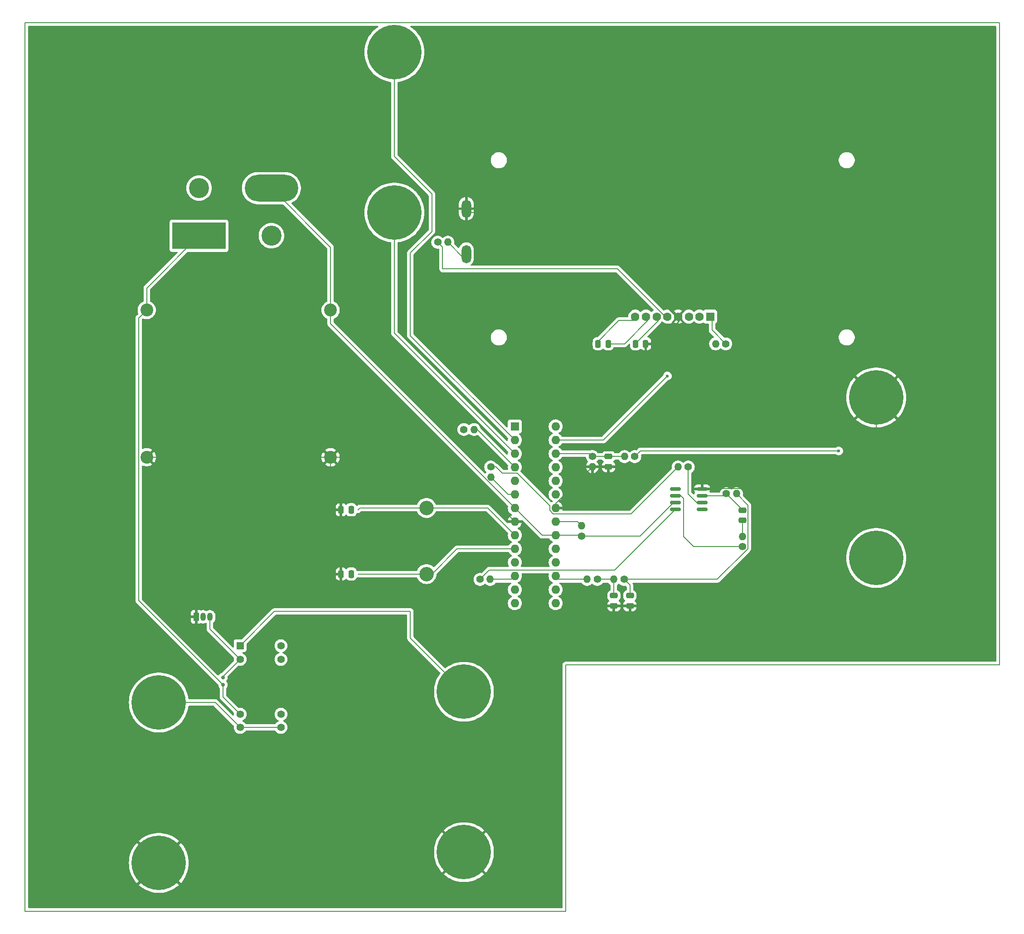
<source format=gbr>
%TF.GenerationSoftware,KiCad,Pcbnew,8.0.5*%
%TF.CreationDate,2024-09-18T16:37:26+03:00*%
%TF.ProjectId,TDR_test,5444525f-7465-4737-942e-6b696361645f,rev?*%
%TF.SameCoordinates,Original*%
%TF.FileFunction,Copper,L1,Top*%
%TF.FilePolarity,Positive*%
%FSLAX46Y46*%
G04 Gerber Fmt 4.6, Leading zero omitted, Abs format (unit mm)*
G04 Created by KiCad (PCBNEW 8.0.5) date 2024-09-18 16:37:26*
%MOMM*%
%LPD*%
G01*
G04 APERTURE LIST*
G04 Aperture macros list*
%AMRoundRect*
0 Rectangle with rounded corners*
0 $1 Rounding radius*
0 $2 $3 $4 $5 $6 $7 $8 $9 X,Y pos of 4 corners*
0 Add a 4 corners polygon primitive as box body*
4,1,4,$2,$3,$4,$5,$6,$7,$8,$9,$2,$3,0*
0 Add four circle primitives for the rounded corners*
1,1,$1+$1,$2,$3*
1,1,$1+$1,$4,$5*
1,1,$1+$1,$6,$7*
1,1,$1+$1,$8,$9*
0 Add four rect primitives between the rounded corners*
20,1,$1+$1,$2,$3,$4,$5,0*
20,1,$1+$1,$4,$5,$6,$7,0*
20,1,$1+$1,$6,$7,$8,$9,0*
20,1,$1+$1,$8,$9,$2,$3,0*%
G04 Aperture macros list end*
%TA.AperFunction,NonConductor*%
%ADD10C,0.200000*%
%TD*%
%TA.AperFunction,SMDPad,CuDef*%
%ADD11RoundRect,0.250000X-0.475000X0.250000X-0.475000X-0.250000X0.475000X-0.250000X0.475000X0.250000X0*%
%TD*%
%TA.AperFunction,SMDPad,CuDef*%
%ADD12RoundRect,0.250000X0.475000X-0.250000X0.475000X0.250000X-0.475000X0.250000X-0.475000X-0.250000X0*%
%TD*%
%TA.AperFunction,SMDPad,CuDef*%
%ADD13RoundRect,0.250000X0.250000X0.475000X-0.250000X0.475000X-0.250000X-0.475000X0.250000X-0.475000X0*%
%TD*%
%TA.AperFunction,ComponentPad*%
%ADD14C,1.400000*%
%TD*%
%TA.AperFunction,ComponentPad*%
%ADD15O,1.400000X1.400000*%
%TD*%
%TA.AperFunction,ComponentPad*%
%ADD16C,10.160000*%
%TD*%
%TA.AperFunction,ComponentPad*%
%ADD17R,1.400000X1.400000*%
%TD*%
%TA.AperFunction,ComponentPad*%
%ADD18C,2.700000*%
%TD*%
%TA.AperFunction,ComponentPad*%
%ADD19R,1.600000X1.600000*%
%TD*%
%TA.AperFunction,ComponentPad*%
%ADD20C,1.600000*%
%TD*%
%TA.AperFunction,ComponentPad*%
%ADD21O,1.800000X3.400000*%
%TD*%
%TA.AperFunction,ComponentPad*%
%ADD22C,2.400000*%
%TD*%
%TA.AperFunction,SMDPad,CuDef*%
%ADD23RoundRect,0.150000X0.825000X0.150000X-0.825000X0.150000X-0.825000X-0.150000X0.825000X-0.150000X0*%
%TD*%
%TA.AperFunction,ComponentPad*%
%ADD24R,1.050000X1.500000*%
%TD*%
%TA.AperFunction,ComponentPad*%
%ADD25O,1.050000X1.500000*%
%TD*%
%TA.AperFunction,ComponentPad*%
%ADD26C,3.750000*%
%TD*%
%TA.AperFunction,ComponentPad*%
%ADD27R,10.000000X5.000000*%
%TD*%
%TA.AperFunction,ComponentPad*%
%ADD28O,10.000000X5.000000*%
%TD*%
%TA.AperFunction,ComponentPad*%
%ADD29O,1.600000X1.600000*%
%TD*%
%TA.AperFunction,SMDPad,CuDef*%
%ADD30RoundRect,0.150000X-0.200000X0.150000X-0.200000X-0.150000X0.200000X-0.150000X0.200000X0.150000X0*%
%TD*%
%TA.AperFunction,ViaPad*%
%ADD31C,0.600000*%
%TD*%
%TA.AperFunction,Conductor*%
%ADD32C,0.200000*%
%TD*%
G04 APERTURE END LIST*
D10*
X21000000Y-17000000D02*
X21000000Y-18000000D01*
X203000000Y-17000000D02*
X21000000Y-17000000D01*
X203000000Y-137000000D02*
X203000000Y-17000000D01*
X122000000Y-137000000D02*
X203000000Y-137000000D01*
X122000000Y-183000000D02*
X122000000Y-137000000D01*
X21000000Y-183000000D02*
X122000000Y-183000000D01*
X21000000Y-18000000D02*
X21000000Y-183000000D01*
D11*
%TO.P,C10,1*%
%TO.N,Net-(U2-+)*%
X155000000Y-108050000D03*
%TO.P,C10,2*%
%TO.N,Net-(C10-Pad2)*%
X155000000Y-109950000D03*
%TD*%
%TO.P,C9,1*%
%TO.N,Net-(U1-PC3)*%
X130000000Y-98050000D03*
%TO.P,C9,2*%
%TO.N,GND*%
X130000000Y-99950000D03*
%TD*%
D12*
%TO.P,C8,1*%
%TO.N,GND*%
X134000000Y-125950000D03*
%TO.P,C8,2*%
%TO.N,Net-(C8-Pad2)*%
X134000000Y-124050000D03*
%TD*%
D11*
%TO.P,C7,1*%
%TO.N,Net-(C7-Pad1)*%
X131000000Y-124050000D03*
%TO.P,C7,2*%
%TO.N,GND*%
X131000000Y-125950000D03*
%TD*%
D13*
%TO.P,C4,1*%
%TO.N,GND*%
X136950000Y-77000000D03*
%TO.P,C4,2*%
%TO.N,Net-(U3-VOUT)*%
X135050000Y-77000000D03*
%TD*%
%TO.P,C3,1*%
%TO.N,Net-(U3-C1+)*%
X129950000Y-77000000D03*
%TO.P,C3,2*%
%TO.N,Net-(U3-C1-)*%
X128050000Y-77000000D03*
%TD*%
%TO.P,C2,1*%
%TO.N,Net-(U1-XTAL2{slash}PB7)*%
X81950000Y-120000000D03*
%TO.P,C2,2*%
%TO.N,GND*%
X80050000Y-120000000D03*
%TD*%
%TO.P,C1,1*%
%TO.N,Net-(U1-XTAL1{slash}PB6)*%
X81950000Y-108000000D03*
%TO.P,C1,2*%
%TO.N,GND*%
X80050000Y-108000000D03*
%TD*%
D14*
%TO.P,R13,1*%
%TO.N,VSS*%
X125000000Y-112900000D03*
D15*
%TO.P,R13,2*%
%TO.N,Net-(U1-AREF)*%
X125000000Y-111000000D03*
%TD*%
D14*
%TO.P,R12,1*%
%TO.N,Net-(U1-PB1)*%
X155000000Y-114900000D03*
D15*
%TO.P,R12,2*%
%TO.N,Net-(C10-Pad2)*%
X155000000Y-113000000D03*
%TD*%
D14*
%TO.P,R11,1*%
%TO.N,Net-(U2--)*%
X144900000Y-100000000D03*
D15*
%TO.P,R11,2*%
%TO.N,Net-(K1-Pad14)*%
X143000000Y-100000000D03*
%TD*%
D14*
%TO.P,R10,1*%
%TO.N,Net-(U2-+)*%
X152000000Y-105000000D03*
D15*
%TO.P,R10,2*%
%TO.N,Net-(C8-Pad2)*%
X153900000Y-105000000D03*
%TD*%
D14*
%TO.P,R9,1*%
%TO.N,VSS*%
X98100000Y-58000000D03*
D15*
%TO.P,R9,2*%
%TO.N,Net-(U3-A)*%
X100000000Y-58000000D03*
%TD*%
D14*
%TO.P,R8,1*%
%TO.N,Net-(U3-~{RST})*%
X151900000Y-77000000D03*
D15*
%TO.P,R8,2*%
%TO.N,VSS*%
X150000000Y-77000000D03*
%TD*%
D16*
%TO.P,J4,1,Pin_1*%
%TO.N,Net-(J4-Pin_1)*%
X180000000Y-117000000D03*
%TO.P,J4,2,Pin_2*%
%TO.N,GND*%
X180000000Y-87030000D03*
%TD*%
%TO.P,J3,1,Pin_1*%
%TO.N,Net-(J3-Pin_1)*%
X103000000Y-142000000D03*
%TO.P,J3,2,Pin_2*%
%TO.N,GND*%
X103000000Y-171970000D03*
%TD*%
D14*
%TO.P,R1,1*%
%TO.N,Net-(Q1-B)*%
X103000000Y-93000000D03*
D15*
%TO.P,R1,2*%
%TO.N,Net-(U1-PD2)*%
X104900000Y-93000000D03*
%TD*%
D16*
%TO.P,J2,1,Pin_1*%
%TO.N,Net-(J2-Pin_1)*%
X90000000Y-22500000D03*
%TO.P,J2,2,Pin_2*%
%TO.N,Net-(J2-Pin_2)*%
X90000000Y-52470000D03*
%TD*%
D17*
%TO.P,K1,1*%
%TO.N,Net-(J3-Pin_1)*%
X61200000Y-133400000D03*
D14*
%TO.P,K1,2*%
%TO.N,Net-(D1-A)*%
X61200000Y-135940000D03*
%TO.P,K1,6*%
%TO.N,VPP*%
X61200000Y-146200000D03*
%TO.P,K1,7*%
%TO.N,Net-(J1-Pin_1)*%
X61200000Y-148640000D03*
%TO.P,K1,8*%
X68820000Y-148640000D03*
%TO.P,K1,9*%
%TO.N,N/C*%
X68820000Y-146200000D03*
%TO.P,K1,13*%
X68820000Y-135940000D03*
%TO.P,K1,14*%
%TO.N,Net-(K1-Pad14)*%
X68820000Y-133400000D03*
%TD*%
D18*
%TO.P,Y1,1,1*%
%TO.N,Net-(U1-XTAL2{slash}PB7)*%
X96000000Y-120000000D03*
%TO.P,Y1,2,2*%
%TO.N,Net-(U1-XTAL1{slash}PB6)*%
X96000000Y-107660000D03*
%TD*%
D16*
%TO.P,J1,1,Pin_1*%
%TO.N,Net-(J1-Pin_1)*%
X46000000Y-144000000D03*
%TO.P,J1,2,Pin_2*%
%TO.N,GND*%
X46000000Y-173970000D03*
%TD*%
D14*
%TO.P,R3,1*%
%TO.N,Net-(U2-SHDN)*%
X106000000Y-121000000D03*
D15*
%TO.P,R3,2*%
%TO.N,Net-(U1-PD6)*%
X107900000Y-121000000D03*
%TD*%
D19*
%TO.P,U3,1,~{RST}*%
%TO.N,Net-(U3-~{RST})*%
X149000000Y-71900000D03*
D20*
%TO.P,U3,2,SCL*%
%TO.N,Net-(U1-PC5)*%
X147000000Y-71900000D03*
%TO.P,U3,3,SDA*%
%TO.N,Net-(U1-PC4)*%
X145000000Y-71900000D03*
%TO.P,U3,4,VSS*%
%TO.N,GND*%
X143000000Y-71900000D03*
%TO.P,U3,5,VDD*%
%TO.N,VSS*%
X141000000Y-71900000D03*
%TO.P,U3,6,VOUT*%
%TO.N,Net-(U3-VOUT)*%
X139000000Y-71900000D03*
%TO.P,U3,7,C1+*%
%TO.N,Net-(U3-C1+)*%
X137000000Y-71900000D03*
%TO.P,U3,8,C1-*%
%TO.N,Net-(U3-C1-)*%
X135000000Y-71900000D03*
D21*
%TO.P,U3,9,A*%
%TO.N,Net-(U3-A)*%
X103450000Y-60250000D03*
%TO.P,U3,10,K*%
%TO.N,GND*%
X103450000Y-51750000D03*
%TD*%
D22*
%TO.P,C5,1*%
%TO.N,VSS*%
X78090000Y-70690000D03*
%TO.P,C5,2*%
%TO.N,GND*%
X78090000Y-98190000D03*
%TD*%
D14*
%TO.P,R6,1*%
%TO.N,Net-(U1-PC3)*%
X127000000Y-98050000D03*
D15*
%TO.P,R6,2*%
%TO.N,GND*%
X127000000Y-99950000D03*
%TD*%
D22*
%TO.P,C6,1*%
%TO.N,VPP*%
X43750000Y-70670000D03*
%TO.P,C6,2*%
%TO.N,GND*%
X43750000Y-98170000D03*
%TD*%
D14*
%TO.P,R4,1*%
%TO.N,Net-(C7-Pad1)*%
X127900000Y-121000000D03*
D15*
%TO.P,R4,2*%
%TO.N,Net-(U1-PB3)*%
X126000000Y-121000000D03*
%TD*%
D23*
%TO.P,U2,1,NC*%
%TO.N,unconnected-(U2-NC-Pad1)*%
X147475000Y-107905000D03*
%TO.P,U2,2,-*%
%TO.N,Net-(U2--)*%
X147475000Y-106635000D03*
%TO.P,U2,3,+*%
%TO.N,Net-(U2-+)*%
X147475000Y-105365000D03*
%TO.P,U2,4,V-*%
%TO.N,GND*%
X147475000Y-104095000D03*
%TO.P,U2,5,NC*%
%TO.N,unconnected-(U2-NC-Pad5)*%
X142525000Y-104095000D03*
%TO.P,U2,6*%
%TO.N,Net-(U1-PB1)*%
X142525000Y-105365000D03*
%TO.P,U2,7,V+*%
%TO.N,VSS*%
X142525000Y-106635000D03*
%TO.P,U2,8,SHDN*%
%TO.N,Net-(U2-SHDN)*%
X142525000Y-107905000D03*
%TD*%
D14*
%TO.P,R2,1*%
%TO.N,Net-(K1-Pad14)*%
X108000000Y-100000000D03*
D15*
%TO.P,R2,2*%
%TO.N,Net-(U1-PD4)*%
X108000000Y-101900000D03*
%TD*%
D24*
%TO.P,Q1,1,E*%
%TO.N,GND*%
X53000000Y-128000000D03*
D25*
%TO.P,Q1,2,B*%
%TO.N,Net-(Q1-B)*%
X54270000Y-128000000D03*
%TO.P,Q1,3,C*%
%TO.N,Net-(D1-A)*%
X55540000Y-128000000D03*
%TD*%
D26*
%TO.P,L1,*%
%TO.N,*%
X67030000Y-56800000D03*
X53530000Y-47900000D03*
D27*
%TO.P,L1,1*%
%TO.N,VPP*%
X53530000Y-56800000D03*
D28*
%TO.P,L1,2*%
%TO.N,VSS*%
X67030000Y-47900000D03*
%TD*%
D14*
%TO.P,R5,1*%
%TO.N,Net-(C8-Pad2)*%
X132900000Y-121000000D03*
D15*
%TO.P,R5,2*%
%TO.N,Net-(C7-Pad1)*%
X131000000Y-121000000D03*
%TD*%
D29*
%TO.P,U1,28,PC5*%
%TO.N,Net-(U1-PC5)*%
X120120000Y-92420000D03*
%TO.P,U1,27,PC4*%
%TO.N,Net-(U1-PC4)*%
X120120000Y-94960000D03*
%TO.P,U1,26,PC3*%
%TO.N,Net-(U1-PC3)*%
X120120000Y-97500000D03*
%TO.P,U1,25,PC2*%
%TO.N,unconnected-(U1-PC2-Pad25)*%
X120120000Y-100040000D03*
%TO.P,U1,24,PC1*%
%TO.N,unconnected-(U1-PC1-Pad24)*%
X120120000Y-102580000D03*
%TO.P,U1,23,PC0*%
%TO.N,unconnected-(U1-PC0-Pad23)*%
X120120000Y-105120000D03*
%TO.P,U1,22,GND*%
%TO.N,GND*%
X120120000Y-107660000D03*
%TO.P,U1,21,AREF*%
%TO.N,Net-(U1-AREF)*%
X120120000Y-110200000D03*
%TO.P,U1,20,AVCC*%
%TO.N,VSS*%
X120120000Y-112740000D03*
%TO.P,U1,19,PB5*%
%TO.N,unconnected-(U1-PB5-Pad19)*%
X120120000Y-115280000D03*
%TO.P,U1,18,PB4*%
%TO.N,unconnected-(U1-PB4-Pad18)*%
X120120000Y-117820000D03*
%TO.P,U1,17,PB3*%
%TO.N,Net-(U1-PB3)*%
X120120000Y-120360000D03*
%TO.P,U1,16,PB2*%
%TO.N,unconnected-(U1-PB2-Pad16)*%
X120120000Y-122900000D03*
%TO.P,U1,15,PB1*%
%TO.N,Net-(U1-PB1)*%
X120120000Y-125440000D03*
%TO.P,U1,14,PB0*%
%TO.N,unconnected-(U1-PB0-Pad14)*%
X112500000Y-125440000D03*
%TO.P,U1,13,PD7*%
%TO.N,unconnected-(U1-PD7-Pad13)*%
X112500000Y-122900000D03*
%TO.P,U1,12,PD6*%
%TO.N,Net-(U1-PD6)*%
X112500000Y-120360000D03*
%TO.P,U1,11,PD5*%
%TO.N,unconnected-(U1-PD5-Pad11)*%
X112500000Y-117820000D03*
%TO.P,U1,10,XTAL2/PB7*%
%TO.N,Net-(U1-XTAL2{slash}PB7)*%
X112500000Y-115280000D03*
%TO.P,U1,9,XTAL1/PB6*%
%TO.N,Net-(U1-XTAL1{slash}PB6)*%
X112500000Y-112740000D03*
%TO.P,U1,8,GND*%
%TO.N,GND*%
X112500000Y-110200000D03*
%TO.P,U1,7,VCC*%
%TO.N,VSS*%
X112500000Y-107660000D03*
%TO.P,U1,6,PD4*%
%TO.N,Net-(U1-PD4)*%
X112500000Y-105120000D03*
%TO.P,U1,5,PD3*%
%TO.N,unconnected-(U1-PD3-Pad5)*%
X112500000Y-102580000D03*
%TO.P,U1,4,PD2*%
%TO.N,Net-(U1-PD2)*%
X112500000Y-100040000D03*
%TO.P,U1,3,PD1*%
%TO.N,Net-(J2-Pin_2)*%
X112500000Y-97500000D03*
%TO.P,U1,2,PD0*%
%TO.N,Net-(J2-Pin_1)*%
X112500000Y-94960000D03*
D19*
%TO.P,U1,1,~{RESET}/PC6*%
%TO.N,unconnected-(U1-~{RESET}{slash}PC6-Pad1)*%
X112500000Y-92420000D03*
%TD*%
D30*
%TO.P,D1,1,K*%
%TO.N,VPP*%
X58000000Y-140700000D03*
%TO.P,D1,2,A*%
%TO.N,Net-(D1-A)*%
X58000000Y-139300000D03*
%TD*%
D14*
%TO.P,R7,1*%
%TO.N,Net-(J4-Pin_1)*%
X134900000Y-98050000D03*
D15*
%TO.P,R7,2*%
%TO.N,Net-(U1-PC3)*%
X133000000Y-98050000D03*
%TD*%
D31*
%TO.N,Net-(J4-Pin_1)*%
X173000000Y-97000000D03*
%TO.N,Net-(U1-PC4)*%
X141000000Y-83000000D03*
%TD*%
D32*
%TO.N,VSS*%
X135914448Y-112900000D02*
X142179448Y-106635000D01*
X142179448Y-106635000D02*
X142525000Y-106635000D01*
X125000000Y-112900000D02*
X135914448Y-112900000D01*
%TO.N,Net-(J1-Pin_1)*%
X61200000Y-148640000D02*
X68820000Y-148640000D01*
%TO.N,Net-(K1-Pad14)*%
X134240000Y-108760000D02*
X143000000Y-100000000D01*
X119664365Y-108760000D02*
X134240000Y-108760000D01*
X112955635Y-101140000D02*
X119020000Y-107204365D01*
X119020000Y-107204365D02*
X119020000Y-108115635D01*
X109000000Y-100000000D02*
X110140000Y-101140000D01*
X108000000Y-100000000D02*
X109000000Y-100000000D01*
X110140000Y-101140000D02*
X112955635Y-101140000D01*
X119020000Y-108115635D02*
X119664365Y-108760000D01*
%TO.N,Net-(U2--)*%
X146500001Y-106635000D02*
X147475000Y-106635000D01*
X144900000Y-105034999D02*
X146500001Y-106635000D01*
X144900000Y-100000000D02*
X144900000Y-105034999D01*
%TO.N,Net-(U1-PD4)*%
X111220000Y-105120000D02*
X112500000Y-105120000D01*
X108000000Y-101900000D02*
X111220000Y-105120000D01*
%TO.N,GND*%
X120120000Y-106830000D02*
X120120000Y-107660000D01*
X127000000Y-99950000D02*
X120120000Y-106830000D01*
X130000000Y-99950000D02*
X127000000Y-99950000D01*
%TO.N,Net-(J4-Pin_1)*%
X135950000Y-97000000D02*
X173000000Y-97000000D01*
X134900000Y-98050000D02*
X135950000Y-97000000D01*
%TO.N,Net-(U1-PC3)*%
X130000000Y-98050000D02*
X133000000Y-98050000D01*
X127000000Y-98050000D02*
X130000000Y-98050000D01*
X126450000Y-97500000D02*
X127000000Y-98050000D01*
X120120000Y-97500000D02*
X126450000Y-97500000D01*
%TO.N,GND*%
X147570000Y-104000000D02*
X180000000Y-104000000D01*
X147475000Y-104095000D02*
X147570000Y-104000000D01*
X180000000Y-104000000D02*
X180000000Y-87030000D01*
X180000000Y-108000000D02*
X180000000Y-104000000D01*
X162000000Y-126000000D02*
X180000000Y-108000000D01*
X145979900Y-126000000D02*
X162000000Y-126000000D01*
X145929900Y-125950000D02*
X145979900Y-126000000D01*
X134000000Y-125950000D02*
X145929900Y-125950000D01*
X131000000Y-125950000D02*
X134000000Y-125950000D01*
%TO.N,Net-(C8-Pad2)*%
X156025000Y-107125000D02*
X153900000Y-105000000D01*
X156025000Y-115289214D02*
X156025000Y-107125000D01*
X132900000Y-121000000D02*
X150314214Y-121000000D01*
X150314214Y-121000000D02*
X156025000Y-115289214D01*
%TO.N,Net-(U1-PB1)*%
X143499999Y-105365000D02*
X142525000Y-105365000D01*
X144000000Y-113000000D02*
X144000000Y-105865001D01*
X145900000Y-114900000D02*
X144000000Y-113000000D01*
X144000000Y-105865001D02*
X143499999Y-105365000D01*
X155000000Y-114900000D02*
X145900000Y-114900000D01*
%TO.N,Net-(C10-Pad2)*%
X155000000Y-109950000D02*
X155000000Y-113000000D01*
%TO.N,Net-(U2-+)*%
X155000000Y-108000000D02*
X155000000Y-108050000D01*
X152000000Y-105000000D02*
X155000000Y-108000000D01*
X147475000Y-105365000D02*
X151635000Y-105365000D01*
X151635000Y-105365000D02*
X152000000Y-105000000D01*
%TO.N,Net-(C8-Pad2)*%
X134000000Y-122100000D02*
X134000000Y-124050000D01*
X132900000Y-121000000D02*
X134000000Y-122100000D01*
%TO.N,Net-(C7-Pad1)*%
X131000000Y-121000000D02*
X131000000Y-124050000D01*
X127900000Y-121000000D02*
X131000000Y-121000000D01*
%TO.N,Net-(U1-PB3)*%
X120760000Y-121000000D02*
X120120000Y-120360000D01*
X126000000Y-121000000D02*
X120760000Y-121000000D01*
%TO.N,Net-(U2-SHDN)*%
X107740000Y-119260000D02*
X131170000Y-119260000D01*
X106000000Y-121000000D02*
X107740000Y-119260000D01*
X131170000Y-119260000D02*
X142525000Y-107905000D01*
%TO.N,Net-(U1-PD6)*%
X111860000Y-121000000D02*
X112500000Y-120360000D01*
X107900000Y-121000000D02*
X111860000Y-121000000D01*
%TO.N,Net-(J3-Pin_1)*%
X93000000Y-127000000D02*
X67600000Y-127000000D01*
X93000000Y-132000000D02*
X93000000Y-127000000D01*
X67600000Y-127000000D02*
X61200000Y-133400000D01*
X103000000Y-142000000D02*
X93000000Y-132000000D01*
%TO.N,Net-(J1-Pin_1)*%
X56560000Y-144000000D02*
X61200000Y-148640000D01*
X46000000Y-144000000D02*
X56560000Y-144000000D01*
%TO.N,Net-(U1-PD2)*%
X105460000Y-93000000D02*
X104900000Y-93000000D01*
X112500000Y-100040000D02*
X105460000Y-93000000D01*
%TO.N,Net-(D1-A)*%
X55540000Y-128000000D02*
X55540000Y-130280000D01*
X55540000Y-130280000D02*
X61200000Y-135940000D01*
%TO.N,GND*%
X53000000Y-128000000D02*
X53000000Y-107420000D01*
X53000000Y-107420000D02*
X43750000Y-98170000D01*
%TO.N,VPP*%
X42250000Y-124950000D02*
X58000000Y-140700000D01*
X42250000Y-72170000D02*
X42250000Y-124950000D01*
X43750000Y-70670000D02*
X42250000Y-72170000D01*
X58000000Y-143000000D02*
X61200000Y-146200000D01*
X58000000Y-140700000D02*
X58000000Y-143000000D01*
%TO.N,Net-(D1-A)*%
X58000000Y-139300000D02*
X58000000Y-139140000D01*
X58000000Y-139140000D02*
X61200000Y-135940000D01*
%TO.N,GND*%
X172970000Y-80000000D02*
X180000000Y-87030000D01*
X146000000Y-80000000D02*
X172970000Y-80000000D01*
X143000000Y-77000000D02*
X146000000Y-80000000D01*
X143000000Y-71900000D02*
X143000000Y-77000000D01*
X100490000Y-98190000D02*
X112500000Y-110200000D01*
X78090000Y-98190000D02*
X100490000Y-98190000D01*
X78090000Y-107290000D02*
X78800000Y-108000000D01*
X78090000Y-98190000D02*
X78090000Y-107290000D01*
X78800000Y-108000000D02*
X78800000Y-120000000D01*
%TO.N,Net-(U1-XTAL2{slash}PB7)*%
X96000000Y-120000000D02*
X83200000Y-120000000D01*
%TO.N,Net-(U1-XTAL1{slash}PB6)*%
X83540000Y-107660000D02*
X83200000Y-108000000D01*
X96000000Y-107660000D02*
X83540000Y-107660000D01*
X107420000Y-107660000D02*
X112500000Y-112740000D01*
X96000000Y-107660000D02*
X107420000Y-107660000D01*
%TO.N,Net-(U1-XTAL2{slash}PB7)*%
X101720000Y-115280000D02*
X112500000Y-115280000D01*
X96000000Y-120000000D02*
X97000000Y-120000000D01*
X97000000Y-120000000D02*
X101720000Y-115280000D01*
%TO.N,VSS*%
X78090000Y-73250000D02*
X78090000Y-70690000D01*
X112500000Y-107660000D02*
X78090000Y-73250000D01*
X117580000Y-112740000D02*
X112500000Y-107660000D01*
X120120000Y-112740000D02*
X117580000Y-112740000D01*
X124840000Y-112740000D02*
X125000000Y-112900000D01*
X120120000Y-112740000D02*
X124840000Y-112740000D01*
%TO.N,Net-(U1-AREF)*%
X124200000Y-110200000D02*
X125000000Y-111000000D01*
X120120000Y-110200000D02*
X124200000Y-110200000D01*
%TO.N,Net-(U1-PC4)*%
X129040000Y-94960000D02*
X141000000Y-83000000D01*
X120120000Y-94960000D02*
X129040000Y-94960000D01*
%TO.N,GND*%
X138980000Y-77000000D02*
X143330000Y-72650000D01*
X137350000Y-77000000D02*
X138980000Y-77000000D01*
%TO.N,Net-(U3-VOUT)*%
X134980000Y-77000000D02*
X139330000Y-72650000D01*
X134650000Y-77000000D02*
X134980000Y-77000000D01*
%TO.N,Net-(U3-C1+)*%
X132980000Y-77000000D02*
X137330000Y-72650000D01*
X130437500Y-77000000D02*
X132980000Y-77000000D01*
%TO.N,Net-(U3-C1-)*%
X131912500Y-72650000D02*
X135330000Y-72650000D01*
X127562500Y-77000000D02*
X131912500Y-72650000D01*
%TO.N,Net-(U3-~{RST})*%
X149330000Y-74430000D02*
X151900000Y-77000000D01*
X149330000Y-72650000D02*
X149330000Y-74430000D01*
%TO.N,GND*%
X123180000Y-52500000D02*
X143330000Y-72650000D01*
X103780000Y-52500000D02*
X123180000Y-52500000D01*
%TO.N,VSS*%
X131680000Y-63000000D02*
X141330000Y-72650000D01*
X99000000Y-63000000D02*
X131680000Y-63000000D01*
X99000000Y-58900000D02*
X99000000Y-63000000D01*
X98100000Y-58000000D02*
X99000000Y-58900000D01*
%TO.N,Net-(U3-A)*%
X103000000Y-61000000D02*
X100000000Y-58000000D01*
X103780000Y-61000000D02*
X103000000Y-61000000D01*
%TO.N,Net-(J2-Pin_1)*%
X93000000Y-75460000D02*
X112500000Y-94960000D01*
X97000000Y-49000000D02*
X97000000Y-56000000D01*
X97000000Y-56000000D02*
X93000000Y-60000000D01*
X90000000Y-42000000D02*
X97000000Y-49000000D01*
X93000000Y-60000000D02*
X93000000Y-75460000D01*
X90000000Y-22500000D02*
X90000000Y-42000000D01*
%TO.N,Net-(J2-Pin_2)*%
X90000000Y-75000000D02*
X112500000Y-97500000D01*
X90000000Y-52470000D02*
X90000000Y-75000000D01*
%TO.N,GND*%
X78070000Y-98170000D02*
X78090000Y-98190000D01*
X43750000Y-98170000D02*
X78070000Y-98170000D01*
%TO.N,VSS*%
X78090000Y-58960000D02*
X78090000Y-70690000D01*
X67030000Y-47900000D02*
X78090000Y-58960000D01*
%TO.N,VPP*%
X43750000Y-66580000D02*
X53530000Y-56800000D01*
X43750000Y-70670000D02*
X43750000Y-66580000D01*
%TD*%
%TA.AperFunction,Conductor*%
%TO.N,GND*%
G36*
X86945555Y-17620185D02*
G01*
X86991310Y-17672989D01*
X87001254Y-17742147D01*
X86972229Y-17805703D01*
X86947953Y-17827235D01*
X86678655Y-18009247D01*
X86678654Y-18009248D01*
X86309790Y-18307085D01*
X86309788Y-18307086D01*
X85967489Y-18635153D01*
X85654262Y-18991048D01*
X85372331Y-19372243D01*
X85123752Y-19775961D01*
X85123741Y-19775981D01*
X84910302Y-20199311D01*
X84910298Y-20199322D01*
X84733529Y-20639229D01*
X84733527Y-20639234D01*
X84594698Y-21092559D01*
X84594696Y-21092567D01*
X84494810Y-21556038D01*
X84434587Y-22026326D01*
X84414467Y-22499993D01*
X84414467Y-22500006D01*
X84434587Y-22973673D01*
X84494810Y-23443961D01*
X84594696Y-23907432D01*
X84594698Y-23907440D01*
X84733527Y-24360765D01*
X84733529Y-24360770D01*
X84910298Y-24800677D01*
X84910302Y-24800688D01*
X85123741Y-25224018D01*
X85123751Y-25224036D01*
X85372332Y-25627758D01*
X85654256Y-26008944D01*
X85654261Y-26008949D01*
X85654262Y-26008951D01*
X85967489Y-26364846D01*
X86309788Y-26692913D01*
X86309790Y-26692914D01*
X86678654Y-26990751D01*
X86678655Y-26990752D01*
X86829322Y-27092584D01*
X87071464Y-27256244D01*
X87255423Y-27359009D01*
X87485362Y-27487462D01*
X87485384Y-27487473D01*
X87917391Y-27682752D01*
X87917398Y-27682755D01*
X88364429Y-27840701D01*
X88823244Y-27960167D01*
X89290538Y-28040293D01*
X89290559Y-28040294D01*
X89291231Y-28040381D01*
X89291346Y-28040431D01*
X89293133Y-28040738D01*
X89293057Y-28041180D01*
X89355232Y-28068411D01*
X89393918Y-28126593D01*
X89399500Y-28163379D01*
X89399500Y-41913330D01*
X89399499Y-41913348D01*
X89399499Y-42079054D01*
X89399498Y-42079054D01*
X89440423Y-42231785D01*
X89469358Y-42281900D01*
X89469359Y-42281904D01*
X89469360Y-42281904D01*
X89519479Y-42368714D01*
X89519481Y-42368717D01*
X89638349Y-42487585D01*
X89638355Y-42487590D01*
X96363181Y-49212416D01*
X96396666Y-49273739D01*
X96399500Y-49300097D01*
X96399500Y-55699902D01*
X96379815Y-55766941D01*
X96363181Y-55787583D01*
X92519481Y-59631282D01*
X92519477Y-59631287D01*
X92504319Y-59657544D01*
X92504318Y-59657546D01*
X92440423Y-59768215D01*
X92399499Y-59920943D01*
X92399499Y-59920945D01*
X92399499Y-60089046D01*
X92399500Y-60089059D01*
X92399500Y-75373330D01*
X92399499Y-75373348D01*
X92399499Y-75539054D01*
X92399498Y-75539054D01*
X92399499Y-75539057D01*
X92440423Y-75691785D01*
X92467210Y-75738181D01*
X92469358Y-75741900D01*
X92469359Y-75741904D01*
X92469360Y-75741904D01*
X92502612Y-75799500D01*
X92519479Y-75828714D01*
X92519481Y-75828717D01*
X92638349Y-75947585D01*
X92638355Y-75947590D01*
X111208058Y-94517293D01*
X111241543Y-94578616D01*
X111240152Y-94637067D01*
X111214366Y-94733302D01*
X111214364Y-94733313D01*
X111194532Y-94959998D01*
X111194532Y-94960002D01*
X111201780Y-95042848D01*
X111188013Y-95111348D01*
X111139398Y-95161531D01*
X111071369Y-95177464D01*
X111005526Y-95154089D01*
X110990571Y-95141336D01*
X90636819Y-74787584D01*
X90603334Y-74726261D01*
X90600500Y-74699903D01*
X90600500Y-58133379D01*
X90620185Y-58066340D01*
X90672989Y-58020585D01*
X90706897Y-58010914D01*
X90706867Y-58010738D01*
X90708497Y-58010458D01*
X90708769Y-58010381D01*
X90709437Y-58010295D01*
X90709462Y-58010293D01*
X91176756Y-57930167D01*
X91635571Y-57810701D01*
X92082602Y-57652755D01*
X92514628Y-57457467D01*
X92928536Y-57226244D01*
X93321343Y-56960753D01*
X93690209Y-56662914D01*
X93690211Y-56662913D01*
X93690215Y-56662908D01*
X93690220Y-56662905D01*
X94032510Y-56334847D01*
X94345744Y-55978944D01*
X94627668Y-55597758D01*
X94876249Y-55194036D01*
X95089697Y-54770688D01*
X95266473Y-54330763D01*
X95405304Y-53877432D01*
X95505190Y-53413960D01*
X95565411Y-52943686D01*
X95568209Y-52877835D01*
X95585533Y-52470006D01*
X95585533Y-52469993D01*
X95565412Y-51996326D01*
X95565411Y-51996320D01*
X95565411Y-51996314D01*
X95505190Y-51526040D01*
X95405304Y-51062568D01*
X95266473Y-50609237D01*
X95202486Y-50450000D01*
X95089701Y-50169322D01*
X95089697Y-50169311D01*
X94876258Y-49745981D01*
X94876247Y-49745961D01*
X94810413Y-49639039D01*
X94627668Y-49342242D01*
X94345744Y-48961056D01*
X94032510Y-48605153D01*
X93939631Y-48516136D01*
X93690211Y-48277086D01*
X93690209Y-48277085D01*
X93321345Y-47979248D01*
X93321344Y-47979247D01*
X92954783Y-47731496D01*
X92928536Y-47713756D01*
X92917662Y-47707681D01*
X92514637Y-47482537D01*
X92514615Y-47482526D01*
X92082608Y-47287247D01*
X91635566Y-47129297D01*
X91176754Y-47009832D01*
X90709472Y-46929708D01*
X90709446Y-46929705D01*
X90237075Y-46889500D01*
X90237057Y-46889500D01*
X89762943Y-46889500D01*
X89762924Y-46889500D01*
X89290553Y-46929705D01*
X89290527Y-46929708D01*
X88823245Y-47009832D01*
X88364433Y-47129297D01*
X87917391Y-47287247D01*
X87485384Y-47482526D01*
X87485362Y-47482537D01*
X87071472Y-47713751D01*
X87071453Y-47713763D01*
X86678655Y-47979247D01*
X86678654Y-47979248D01*
X86309790Y-48277085D01*
X86309788Y-48277086D01*
X85967489Y-48605153D01*
X85654262Y-48961048D01*
X85372331Y-49342243D01*
X85123752Y-49745961D01*
X85123741Y-49745981D01*
X84910302Y-50169311D01*
X84910298Y-50169322D01*
X84733529Y-50609229D01*
X84733527Y-50609234D01*
X84594698Y-51062559D01*
X84594696Y-51062567D01*
X84494810Y-51526038D01*
X84434587Y-51996326D01*
X84414467Y-52469993D01*
X84414467Y-52470006D01*
X84434587Y-52943673D01*
X84494810Y-53413961D01*
X84594696Y-53877432D01*
X84594698Y-53877440D01*
X84733527Y-54330765D01*
X84733529Y-54330770D01*
X84910298Y-54770677D01*
X84910302Y-54770688D01*
X85123741Y-55194018D01*
X85123751Y-55194036D01*
X85372332Y-55597758D01*
X85654256Y-55978944D01*
X85654261Y-55978949D01*
X85654262Y-55978951D01*
X85967489Y-56334846D01*
X86309788Y-56662913D01*
X86309790Y-56662914D01*
X86678654Y-56960751D01*
X86678655Y-56960752D01*
X86792761Y-57037874D01*
X87071464Y-57226244D01*
X87142482Y-57265917D01*
X87485362Y-57457462D01*
X87485384Y-57457473D01*
X87917391Y-57652752D01*
X87917398Y-57652755D01*
X88364429Y-57810701D01*
X88823244Y-57930167D01*
X89290538Y-58010293D01*
X89290559Y-58010294D01*
X89291231Y-58010381D01*
X89291346Y-58010431D01*
X89293133Y-58010738D01*
X89293057Y-58011180D01*
X89355232Y-58038411D01*
X89393918Y-58096593D01*
X89399500Y-58133379D01*
X89399500Y-74913330D01*
X89399499Y-74913348D01*
X89399499Y-75079054D01*
X89399498Y-75079054D01*
X89440423Y-75231785D01*
X89469358Y-75281900D01*
X89469359Y-75281904D01*
X89469360Y-75281904D01*
X89519479Y-75368714D01*
X89519481Y-75368717D01*
X89638349Y-75487585D01*
X89638355Y-75487590D01*
X111208058Y-97057293D01*
X111241543Y-97118616D01*
X111240152Y-97177067D01*
X111214366Y-97273302D01*
X111214364Y-97273313D01*
X111194532Y-97499998D01*
X111194532Y-97500002D01*
X111201780Y-97582848D01*
X111188013Y-97651348D01*
X111139398Y-97701531D01*
X111071369Y-97717464D01*
X111005526Y-97694089D01*
X110990571Y-97681336D01*
X106106859Y-92797624D01*
X106075274Y-92743879D01*
X106024229Y-92564472D01*
X105927504Y-92370223D01*
X105925061Y-92365316D01*
X105925056Y-92365308D01*
X105790979Y-92187761D01*
X105626562Y-92037876D01*
X105626560Y-92037874D01*
X105437404Y-91920754D01*
X105437398Y-91920752D01*
X105229940Y-91840382D01*
X105011243Y-91799500D01*
X104788757Y-91799500D01*
X104570060Y-91840382D01*
X104438864Y-91891207D01*
X104362601Y-91920752D01*
X104362595Y-91920754D01*
X104173439Y-92037874D01*
X104173437Y-92037876D01*
X104033538Y-92165411D01*
X103970734Y-92196028D01*
X103901347Y-92187830D01*
X103866462Y-92165411D01*
X103726562Y-92037876D01*
X103726560Y-92037874D01*
X103537404Y-91920754D01*
X103537398Y-91920752D01*
X103329940Y-91840382D01*
X103111243Y-91799500D01*
X102888757Y-91799500D01*
X102670060Y-91840382D01*
X102538864Y-91891207D01*
X102462601Y-91920752D01*
X102462595Y-91920754D01*
X102273439Y-92037874D01*
X102273437Y-92037876D01*
X102109020Y-92187761D01*
X101974943Y-92365308D01*
X101974938Y-92365316D01*
X101875775Y-92564461D01*
X101875769Y-92564476D01*
X101814885Y-92778462D01*
X101814884Y-92778464D01*
X101794357Y-92999999D01*
X101794357Y-93000000D01*
X101814884Y-93221535D01*
X101814885Y-93221537D01*
X101875769Y-93435523D01*
X101875775Y-93435538D01*
X101974938Y-93634683D01*
X101974943Y-93634691D01*
X102109020Y-93812238D01*
X102273437Y-93962123D01*
X102273439Y-93962125D01*
X102462595Y-94079245D01*
X102462596Y-94079245D01*
X102462599Y-94079247D01*
X102670060Y-94159618D01*
X102888757Y-94200500D01*
X102888759Y-94200500D01*
X103111241Y-94200500D01*
X103111243Y-94200500D01*
X103329940Y-94159618D01*
X103537401Y-94079247D01*
X103726562Y-93962124D01*
X103866462Y-93834587D01*
X103929266Y-93803971D01*
X103998653Y-93812168D01*
X104033537Y-93834587D01*
X104152159Y-93942726D01*
X104173437Y-93962123D01*
X104173439Y-93962125D01*
X104362595Y-94079245D01*
X104362596Y-94079245D01*
X104362599Y-94079247D01*
X104570060Y-94159618D01*
X104788757Y-94200500D01*
X104788759Y-94200500D01*
X105011241Y-94200500D01*
X105011243Y-94200500D01*
X105229940Y-94159618D01*
X105437401Y-94079247D01*
X105509906Y-94034353D01*
X105577264Y-94015797D01*
X105643964Y-94036604D01*
X105662864Y-94052099D01*
X111208058Y-99597293D01*
X111241543Y-99658616D01*
X111240152Y-99717067D01*
X111214366Y-99813302D01*
X111214364Y-99813313D01*
X111194532Y-100039998D01*
X111194532Y-100040001D01*
X111214364Y-100266686D01*
X111214366Y-100266697D01*
X111245638Y-100383407D01*
X111243975Y-100453257D01*
X111204812Y-100511119D01*
X111140583Y-100538623D01*
X111125863Y-100539500D01*
X110440097Y-100539500D01*
X110373058Y-100519815D01*
X110352416Y-100503181D01*
X109487590Y-99638355D01*
X109487588Y-99638352D01*
X109368717Y-99519481D01*
X109368716Y-99519480D01*
X109281904Y-99469360D01*
X109281904Y-99469359D01*
X109281900Y-99469358D01*
X109231785Y-99440423D01*
X109084897Y-99401063D01*
X109025239Y-99364700D01*
X109018039Y-99356016D01*
X108890982Y-99187765D01*
X108890980Y-99187762D01*
X108726562Y-99037876D01*
X108726560Y-99037874D01*
X108537404Y-98920754D01*
X108537398Y-98920752D01*
X108329940Y-98840382D01*
X108111243Y-98799500D01*
X107888757Y-98799500D01*
X107670060Y-98840382D01*
X107538864Y-98891207D01*
X107462601Y-98920752D01*
X107462595Y-98920754D01*
X107273439Y-99037874D01*
X107273437Y-99037876D01*
X107109020Y-99187761D01*
X106974943Y-99365308D01*
X106974938Y-99365316D01*
X106875775Y-99564461D01*
X106875769Y-99564476D01*
X106814885Y-99778462D01*
X106814884Y-99778464D01*
X106794357Y-99999999D01*
X106794357Y-100000000D01*
X106814884Y-100221535D01*
X106814885Y-100221537D01*
X106875769Y-100435523D01*
X106875775Y-100435538D01*
X106974938Y-100634683D01*
X106974943Y-100634691D01*
X107018774Y-100692732D01*
X107093975Y-100792315D01*
X107109021Y-100812238D01*
X107109026Y-100812243D01*
X107159617Y-100858364D01*
X107195898Y-100918076D01*
X107194137Y-100987923D01*
X107159617Y-101041636D01*
X107109026Y-101087756D01*
X107109021Y-101087761D01*
X107109019Y-101087764D01*
X107052039Y-101163216D01*
X106995932Y-101204852D01*
X106926220Y-101209543D01*
X106865406Y-101176170D01*
X78726819Y-73037583D01*
X78693334Y-72976260D01*
X78690500Y-72949902D01*
X78690500Y-72366141D01*
X78710185Y-72299102D01*
X78760698Y-72254421D01*
X78825208Y-72223354D01*
X78942634Y-72166805D01*
X79153217Y-72023232D01*
X79340050Y-71849877D01*
X79498959Y-71650612D01*
X79626393Y-71429888D01*
X79719508Y-71192637D01*
X79776222Y-70944157D01*
X79789283Y-70769863D01*
X79795268Y-70690004D01*
X79795268Y-70689995D01*
X79776222Y-70435845D01*
X79771657Y-70415845D01*
X79719508Y-70187363D01*
X79626393Y-69950112D01*
X79498959Y-69729388D01*
X79340050Y-69530123D01*
X79153217Y-69356768D01*
X78942634Y-69213195D01*
X78942631Y-69213194D01*
X78942629Y-69213192D01*
X78760698Y-69125579D01*
X78708839Y-69078757D01*
X78690500Y-69013859D01*
X78690500Y-59049059D01*
X78690501Y-59049046D01*
X78690501Y-58880945D01*
X78690501Y-58880943D01*
X78649577Y-58728215D01*
X78610554Y-58660626D01*
X78610554Y-58660625D01*
X78570522Y-58591287D01*
X78570521Y-58591286D01*
X78570520Y-58591284D01*
X78458716Y-58479480D01*
X78458715Y-58479479D01*
X78454385Y-58475149D01*
X78454374Y-58475139D01*
X70787193Y-50807958D01*
X70753708Y-50746635D01*
X70758692Y-50676943D01*
X70800564Y-50621010D01*
X70821072Y-50608557D01*
X70867254Y-50586316D01*
X70983686Y-50530246D01*
X71269039Y-50350946D01*
X71532523Y-50140825D01*
X71770825Y-49902523D01*
X71980946Y-49639039D01*
X72160246Y-49353686D01*
X72306469Y-49050051D01*
X72417776Y-48731954D01*
X72492767Y-48403394D01*
X72530500Y-48068504D01*
X72530500Y-47731496D01*
X72492767Y-47396606D01*
X72417776Y-47068046D01*
X72306469Y-46749949D01*
X72160246Y-46446314D01*
X71980946Y-46160961D01*
X71770825Y-45897477D01*
X71532523Y-45659175D01*
X71269039Y-45449054D01*
X70983686Y-45269754D01*
X70983683Y-45269752D01*
X70680054Y-45123532D01*
X70361965Y-45012227D01*
X70361953Y-45012223D01*
X70033397Y-44937233D01*
X70033381Y-44937231D01*
X69698508Y-44899500D01*
X69698504Y-44899500D01*
X64361496Y-44899500D01*
X64361491Y-44899500D01*
X64026618Y-44937231D01*
X64026602Y-44937233D01*
X63698046Y-45012223D01*
X63698034Y-45012227D01*
X63379945Y-45123532D01*
X63076316Y-45269752D01*
X62790962Y-45449053D01*
X62527477Y-45659174D01*
X62289174Y-45897477D01*
X62079053Y-46160962D01*
X61899752Y-46446316D01*
X61753532Y-46749945D01*
X61642227Y-47068034D01*
X61642223Y-47068046D01*
X61567233Y-47396602D01*
X61567231Y-47396618D01*
X61529500Y-47731491D01*
X61529500Y-48068508D01*
X61567231Y-48403381D01*
X61567233Y-48403397D01*
X61642223Y-48731953D01*
X61642227Y-48731965D01*
X61753532Y-49050054D01*
X61899752Y-49353683D01*
X61899754Y-49353686D01*
X62079054Y-49639039D01*
X62289175Y-49902523D01*
X62527477Y-50140825D01*
X62790961Y-50350946D01*
X63076314Y-50530246D01*
X63379949Y-50676469D01*
X63580472Y-50746635D01*
X63698034Y-50787772D01*
X63698046Y-50787776D01*
X64026606Y-50862767D01*
X64361492Y-50900499D01*
X64361493Y-50900500D01*
X64361496Y-50900500D01*
X69129903Y-50900500D01*
X69196942Y-50920185D01*
X69217584Y-50936819D01*
X77453181Y-59172416D01*
X77486666Y-59233739D01*
X77489500Y-59260097D01*
X77489500Y-69013859D01*
X77469815Y-69080898D01*
X77419302Y-69125579D01*
X77237370Y-69213192D01*
X77026782Y-69356768D01*
X76839952Y-69530121D01*
X76839950Y-69530123D01*
X76681041Y-69729388D01*
X76553608Y-69950109D01*
X76460492Y-70187362D01*
X76460490Y-70187369D01*
X76403777Y-70435845D01*
X76384732Y-70689995D01*
X76384732Y-70690004D01*
X76403777Y-70944154D01*
X76455925Y-71172630D01*
X76460492Y-71192637D01*
X76553607Y-71429888D01*
X76681041Y-71650612D01*
X76839950Y-71849877D01*
X77026783Y-72023232D01*
X77237366Y-72166805D01*
X77237369Y-72166806D01*
X77237370Y-72166807D01*
X77419302Y-72254421D01*
X77471161Y-72301243D01*
X77489500Y-72366141D01*
X77489500Y-73163330D01*
X77489499Y-73163348D01*
X77489499Y-73329054D01*
X77489498Y-73329054D01*
X77530423Y-73481785D01*
X77559358Y-73531900D01*
X77559359Y-73531904D01*
X77559360Y-73531904D01*
X77609479Y-73618714D01*
X77609481Y-73618717D01*
X77728349Y-73737585D01*
X77728355Y-73737590D01*
X111208058Y-107217294D01*
X111241543Y-107278617D01*
X111240152Y-107337068D01*
X111214366Y-107433302D01*
X111214364Y-107433313D01*
X111194532Y-107659998D01*
X111194532Y-107660001D01*
X111214364Y-107886686D01*
X111214366Y-107886697D01*
X111273258Y-108106488D01*
X111273261Y-108106497D01*
X111369431Y-108312732D01*
X111369432Y-108312734D01*
X111499954Y-108499141D01*
X111660858Y-108660045D01*
X111665094Y-108663011D01*
X111847266Y-108790568D01*
X111905865Y-108817893D01*
X111958305Y-108864065D01*
X111977457Y-108931258D01*
X111957242Y-108998139D01*
X111905867Y-109042657D01*
X111847515Y-109069867D01*
X111661179Y-109200342D01*
X111500342Y-109361179D01*
X111369865Y-109547517D01*
X111273734Y-109753673D01*
X111273730Y-109753682D01*
X111221127Y-109949999D01*
X111221128Y-109950000D01*
X112184314Y-109950000D01*
X112179920Y-109954394D01*
X112127259Y-110045606D01*
X112100000Y-110147339D01*
X112100000Y-110252661D01*
X112127259Y-110354394D01*
X112179920Y-110445606D01*
X112184314Y-110450000D01*
X111208737Y-110450000D01*
X111180480Y-110470631D01*
X111110734Y-110474783D01*
X111050856Y-110441621D01*
X107907590Y-107298355D01*
X107907588Y-107298352D01*
X107788717Y-107179481D01*
X107788716Y-107179480D01*
X107701904Y-107129360D01*
X107701904Y-107129359D01*
X107701900Y-107129358D01*
X107651785Y-107100423D01*
X107499057Y-107059499D01*
X107340943Y-107059499D01*
X107333347Y-107059499D01*
X107333331Y-107059500D01*
X97837146Y-107059500D01*
X97770107Y-107039815D01*
X97724352Y-106987011D01*
X97720964Y-106978834D01*
X97687574Y-106889311D01*
X97666491Y-106850701D01*
X97560719Y-106656994D01*
X97560714Y-106656986D01*
X97402093Y-106445092D01*
X97402077Y-106445074D01*
X97214925Y-106257922D01*
X97214907Y-106257906D01*
X97003013Y-106099285D01*
X97003005Y-106099280D01*
X96770694Y-105972428D01*
X96770690Y-105972426D01*
X96522673Y-105879921D01*
X96264034Y-105823658D01*
X96264027Y-105823657D01*
X96000001Y-105804773D01*
X95999999Y-105804773D01*
X95735972Y-105823657D01*
X95735965Y-105823658D01*
X95477326Y-105879921D01*
X95229309Y-105972426D01*
X95229305Y-105972428D01*
X94996994Y-106099280D01*
X94996986Y-106099285D01*
X94785092Y-106257906D01*
X94785074Y-106257922D01*
X94597922Y-106445074D01*
X94597906Y-106445092D01*
X94439285Y-106656986D01*
X94439280Y-106656994D01*
X94312428Y-106889305D01*
X94300095Y-106922371D01*
X94281369Y-106972580D01*
X94279036Y-106978834D01*
X94237164Y-107034767D01*
X94171700Y-107059184D01*
X94162854Y-107059500D01*
X83626670Y-107059500D01*
X83626654Y-107059499D01*
X83619058Y-107059499D01*
X83460943Y-107059499D01*
X83384579Y-107079961D01*
X83308214Y-107100423D01*
X83308209Y-107100426D01*
X83171290Y-107179475D01*
X83171286Y-107179478D01*
X83091748Y-107259016D01*
X83030424Y-107292500D01*
X82960733Y-107287516D01*
X82904799Y-107245644D01*
X82886362Y-107210338D01*
X82884814Y-107205666D01*
X82792712Y-107056344D01*
X82668656Y-106932288D01*
X82536382Y-106850701D01*
X82519336Y-106840187D01*
X82519331Y-106840185D01*
X82505642Y-106835649D01*
X82352797Y-106785001D01*
X82352795Y-106785000D01*
X82250010Y-106774500D01*
X81649998Y-106774500D01*
X81649980Y-106774501D01*
X81547203Y-106785000D01*
X81547200Y-106785001D01*
X81380668Y-106840185D01*
X81380663Y-106840187D01*
X81231342Y-106932289D01*
X81107288Y-107056343D01*
X81107283Y-107056349D01*
X81105241Y-107059661D01*
X81103247Y-107061453D01*
X81102807Y-107062011D01*
X81102711Y-107061935D01*
X81053291Y-107106383D01*
X80984328Y-107117602D01*
X80920247Y-107089755D01*
X80894168Y-107059656D01*
X80892319Y-107056659D01*
X80892316Y-107056655D01*
X80768345Y-106932684D01*
X80619124Y-106840643D01*
X80619119Y-106840641D01*
X80452697Y-106785494D01*
X80452690Y-106785493D01*
X80349986Y-106775000D01*
X80300000Y-106775000D01*
X80300000Y-109224999D01*
X80349972Y-109224999D01*
X80349986Y-109224998D01*
X80452697Y-109214505D01*
X80619119Y-109159358D01*
X80619124Y-109159356D01*
X80768345Y-109067315D01*
X80892318Y-108943342D01*
X80894165Y-108940348D01*
X80895969Y-108938724D01*
X80896798Y-108937677D01*
X80896976Y-108937818D01*
X80946110Y-108893621D01*
X81015073Y-108882396D01*
X81079156Y-108910236D01*
X81105243Y-108940341D01*
X81107288Y-108943656D01*
X81231344Y-109067712D01*
X81380666Y-109159814D01*
X81547203Y-109214999D01*
X81649991Y-109225500D01*
X82250008Y-109225499D01*
X82250016Y-109225498D01*
X82250019Y-109225498D01*
X82306302Y-109219748D01*
X82352797Y-109214999D01*
X82519334Y-109159814D01*
X82668656Y-109067712D01*
X82792712Y-108943656D01*
X82884814Y-108794334D01*
X82926264Y-108669243D01*
X82966037Y-108611800D01*
X83030552Y-108584977D01*
X83076060Y-108588474D01*
X83120943Y-108600501D01*
X83120945Y-108600501D01*
X83279054Y-108600501D01*
X83279057Y-108600501D01*
X83431785Y-108559577D01*
X83568716Y-108480519D01*
X83752416Y-108296819D01*
X83813739Y-108263334D01*
X83840097Y-108260500D01*
X94162854Y-108260500D01*
X94229893Y-108280185D01*
X94275648Y-108332989D01*
X94279033Y-108341160D01*
X94297729Y-108391284D01*
X94312428Y-108430694D01*
X94439280Y-108663005D01*
X94439285Y-108663013D01*
X94597906Y-108874907D01*
X94597922Y-108874925D01*
X94785074Y-109062077D01*
X94785092Y-109062093D01*
X94996986Y-109220714D01*
X94996994Y-109220719D01*
X95229305Y-109347571D01*
X95229309Y-109347573D01*
X95229311Y-109347574D01*
X95477322Y-109440077D01*
X95477325Y-109440077D01*
X95477326Y-109440078D01*
X95672552Y-109482546D01*
X95735974Y-109496343D01*
X95979660Y-109513772D01*
X95999999Y-109515227D01*
X96000000Y-109515227D01*
X96000001Y-109515227D01*
X96018885Y-109513876D01*
X96264026Y-109496343D01*
X96522678Y-109440077D01*
X96770689Y-109347574D01*
X97003011Y-109220716D01*
X97214915Y-109062087D01*
X97402087Y-108874915D01*
X97560716Y-108663011D01*
X97687574Y-108430689D01*
X97720964Y-108341165D01*
X97762836Y-108285233D01*
X97828300Y-108260816D01*
X97837146Y-108260500D01*
X107119903Y-108260500D01*
X107186942Y-108280185D01*
X107207584Y-108296819D01*
X111208058Y-112297293D01*
X111241543Y-112358616D01*
X111240152Y-112417067D01*
X111214366Y-112513302D01*
X111214364Y-112513313D01*
X111194532Y-112739998D01*
X111194532Y-112740001D01*
X111214364Y-112966686D01*
X111214366Y-112966697D01*
X111273258Y-113186488D01*
X111273261Y-113186497D01*
X111369431Y-113392732D01*
X111369432Y-113392734D01*
X111499954Y-113579141D01*
X111660858Y-113740045D01*
X111660861Y-113740047D01*
X111847266Y-113870568D01*
X111905275Y-113897618D01*
X111957714Y-113943791D01*
X111976866Y-114010984D01*
X111956650Y-114077865D01*
X111905275Y-114122382D01*
X111847267Y-114149431D01*
X111847265Y-114149432D01*
X111660858Y-114279954D01*
X111499954Y-114440858D01*
X111423450Y-114550118D01*
X111369881Y-114626624D01*
X111315307Y-114670248D01*
X111268308Y-114679500D01*
X101806669Y-114679500D01*
X101806653Y-114679499D01*
X101799057Y-114679499D01*
X101640943Y-114679499D01*
X101533587Y-114708265D01*
X101488210Y-114720424D01*
X101488209Y-114720425D01*
X101438096Y-114749359D01*
X101438095Y-114749360D01*
X101394689Y-114774420D01*
X101351285Y-114799479D01*
X101351282Y-114799481D01*
X101239478Y-114911286D01*
X97471564Y-118679199D01*
X97410241Y-118712684D01*
X97340549Y-118707700D01*
X97296202Y-118679199D01*
X97214925Y-118597922D01*
X97214907Y-118597906D01*
X97003013Y-118439285D01*
X97003005Y-118439280D01*
X96770694Y-118312428D01*
X96770690Y-118312426D01*
X96522673Y-118219921D01*
X96264034Y-118163658D01*
X96264027Y-118163657D01*
X96000001Y-118144773D01*
X95999999Y-118144773D01*
X95735972Y-118163657D01*
X95735965Y-118163658D01*
X95477326Y-118219921D01*
X95229309Y-118312426D01*
X95229305Y-118312428D01*
X94996994Y-118439280D01*
X94996986Y-118439285D01*
X94785092Y-118597906D01*
X94785074Y-118597922D01*
X94597922Y-118785074D01*
X94597906Y-118785092D01*
X94439285Y-118996986D01*
X94439280Y-118996994D01*
X94312428Y-119229305D01*
X94279036Y-119318834D01*
X94237164Y-119374767D01*
X94171700Y-119399184D01*
X94162854Y-119399500D01*
X83120940Y-119399500D01*
X83076062Y-119411525D01*
X83006212Y-119409861D01*
X82948350Y-119370698D01*
X82926264Y-119330754D01*
X82916301Y-119300688D01*
X82884814Y-119205666D01*
X82792712Y-119056344D01*
X82668656Y-118932288D01*
X82519334Y-118840186D01*
X82352797Y-118785001D01*
X82352795Y-118785000D01*
X82250010Y-118774500D01*
X81649998Y-118774500D01*
X81649980Y-118774501D01*
X81547203Y-118785000D01*
X81547200Y-118785001D01*
X81380668Y-118840185D01*
X81380663Y-118840187D01*
X81231342Y-118932289D01*
X81107288Y-119056343D01*
X81107283Y-119056349D01*
X81105241Y-119059661D01*
X81103247Y-119061453D01*
X81102807Y-119062011D01*
X81102711Y-119061935D01*
X81053291Y-119106383D01*
X80984328Y-119117602D01*
X80920247Y-119089755D01*
X80894168Y-119059656D01*
X80892319Y-119056659D01*
X80892316Y-119056655D01*
X80768345Y-118932684D01*
X80619124Y-118840643D01*
X80619119Y-118840641D01*
X80452697Y-118785494D01*
X80452690Y-118785493D01*
X80349986Y-118775000D01*
X80300000Y-118775000D01*
X80300000Y-121224999D01*
X80349972Y-121224999D01*
X80349986Y-121224998D01*
X80452697Y-121214505D01*
X80619119Y-121159358D01*
X80619124Y-121159356D01*
X80768345Y-121067315D01*
X80892318Y-120943342D01*
X80894165Y-120940348D01*
X80895969Y-120938724D01*
X80896798Y-120937677D01*
X80896976Y-120937818D01*
X80946110Y-120893621D01*
X81015073Y-120882396D01*
X81079156Y-120910236D01*
X81105243Y-120940341D01*
X81107288Y-120943656D01*
X81231344Y-121067712D01*
X81380666Y-121159814D01*
X81547203Y-121214999D01*
X81649991Y-121225500D01*
X82250008Y-121225499D01*
X82250016Y-121225498D01*
X82250019Y-121225498D01*
X82306302Y-121219748D01*
X82352797Y-121214999D01*
X82519334Y-121159814D01*
X82668656Y-121067712D01*
X82792712Y-120943656D01*
X82884814Y-120794334D01*
X82926264Y-120669243D01*
X82966037Y-120611800D01*
X83030552Y-120584977D01*
X83076060Y-120588473D01*
X83120943Y-120600500D01*
X94162854Y-120600500D01*
X94229893Y-120620185D01*
X94275648Y-120672989D01*
X94279036Y-120681166D01*
X94312428Y-120770694D01*
X94439280Y-121003005D01*
X94439285Y-121003013D01*
X94597906Y-121214907D01*
X94597922Y-121214925D01*
X94785074Y-121402077D01*
X94785092Y-121402093D01*
X94996986Y-121560714D01*
X94996994Y-121560719D01*
X95229305Y-121687571D01*
X95229309Y-121687573D01*
X95229311Y-121687574D01*
X95477322Y-121780077D01*
X95477325Y-121780077D01*
X95477326Y-121780078D01*
X95672552Y-121822546D01*
X95735974Y-121836343D01*
X95979660Y-121853772D01*
X95999999Y-121855227D01*
X96000000Y-121855227D01*
X96000001Y-121855227D01*
X96018885Y-121853876D01*
X96264026Y-121836343D01*
X96522678Y-121780077D01*
X96770689Y-121687574D01*
X97003011Y-121560716D01*
X97214915Y-121402087D01*
X97402087Y-121214915D01*
X97560716Y-121003011D01*
X97687574Y-120770689D01*
X97780077Y-120522678D01*
X97836343Y-120264026D01*
X97852389Y-120039675D01*
X97876806Y-119974211D01*
X97888385Y-119960848D01*
X101932416Y-115916819D01*
X101993739Y-115883334D01*
X102020097Y-115880500D01*
X111268308Y-115880500D01*
X111335347Y-115900185D01*
X111369880Y-115933374D01*
X111406523Y-115985706D01*
X111499954Y-116119141D01*
X111660858Y-116280045D01*
X111660861Y-116280047D01*
X111847266Y-116410568D01*
X111905275Y-116437618D01*
X111957714Y-116483791D01*
X111976866Y-116550984D01*
X111956650Y-116617865D01*
X111905275Y-116662382D01*
X111847267Y-116689431D01*
X111847265Y-116689432D01*
X111660858Y-116819954D01*
X111499954Y-116980858D01*
X111369432Y-117167265D01*
X111369431Y-117167267D01*
X111273261Y-117373502D01*
X111273258Y-117373511D01*
X111214366Y-117593302D01*
X111214364Y-117593313D01*
X111194532Y-117819998D01*
X111194532Y-117820001D01*
X111214364Y-118046686D01*
X111214366Y-118046697D01*
X111273258Y-118266488D01*
X111273261Y-118266497D01*
X111321346Y-118369615D01*
X111369432Y-118472734D01*
X111369435Y-118472738D01*
X111369870Y-118473492D01*
X111369961Y-118473868D01*
X111371720Y-118477640D01*
X111370962Y-118477993D01*
X111386348Y-118541391D01*
X111363501Y-118607419D01*
X111308583Y-118650614D01*
X111262488Y-118659500D01*
X107826670Y-118659500D01*
X107826654Y-118659499D01*
X107819058Y-118659499D01*
X107660943Y-118659499D01*
X107587423Y-118679199D01*
X107508214Y-118700423D01*
X107508209Y-118700426D01*
X107371290Y-118779475D01*
X107371282Y-118779481D01*
X106359679Y-119791083D01*
X106298356Y-119824568D01*
X106249213Y-119825290D01*
X106111243Y-119799500D01*
X105888757Y-119799500D01*
X105670060Y-119840382D01*
X105545154Y-119888771D01*
X105462601Y-119920752D01*
X105462595Y-119920754D01*
X105273439Y-120037874D01*
X105273437Y-120037876D01*
X105109020Y-120187761D01*
X104974943Y-120365308D01*
X104974938Y-120365316D01*
X104875775Y-120564461D01*
X104875769Y-120564476D01*
X104814885Y-120778462D01*
X104814884Y-120778464D01*
X104794357Y-120999999D01*
X104794357Y-121000000D01*
X104814884Y-121221535D01*
X104814885Y-121221537D01*
X104875769Y-121435523D01*
X104875775Y-121435538D01*
X104974938Y-121634683D01*
X104974943Y-121634691D01*
X105109020Y-121812238D01*
X105273437Y-121962123D01*
X105273439Y-121962125D01*
X105462595Y-122079245D01*
X105462596Y-122079245D01*
X105462599Y-122079247D01*
X105670060Y-122159618D01*
X105888757Y-122200500D01*
X105888759Y-122200500D01*
X106111241Y-122200500D01*
X106111243Y-122200500D01*
X106329940Y-122159618D01*
X106537401Y-122079247D01*
X106726562Y-121962124D01*
X106866462Y-121834587D01*
X106929266Y-121803971D01*
X106998653Y-121812168D01*
X107033537Y-121834587D01*
X107070419Y-121868210D01*
X107173437Y-121962123D01*
X107173439Y-121962125D01*
X107362595Y-122079245D01*
X107362596Y-122079245D01*
X107362599Y-122079247D01*
X107570060Y-122159618D01*
X107788757Y-122200500D01*
X107788759Y-122200500D01*
X108011241Y-122200500D01*
X108011243Y-122200500D01*
X108229940Y-122159618D01*
X108437401Y-122079247D01*
X108626562Y-121962124D01*
X108790981Y-121812236D01*
X108913667Y-121649772D01*
X108969776Y-121608137D01*
X109012621Y-121600500D01*
X111695248Y-121600500D01*
X111762287Y-121620185D01*
X111808042Y-121672989D01*
X111817986Y-121742147D01*
X111788961Y-121805703D01*
X111766371Y-121826075D01*
X111660858Y-121899954D01*
X111499954Y-122060858D01*
X111369432Y-122247265D01*
X111369431Y-122247267D01*
X111273261Y-122453502D01*
X111273258Y-122453511D01*
X111214366Y-122673302D01*
X111214364Y-122673313D01*
X111194532Y-122899998D01*
X111194532Y-122900001D01*
X111214364Y-123126686D01*
X111214366Y-123126697D01*
X111273258Y-123346488D01*
X111273261Y-123346497D01*
X111369431Y-123552732D01*
X111369432Y-123552734D01*
X111499954Y-123739141D01*
X111660858Y-123900045D01*
X111660861Y-123900047D01*
X111847266Y-124030568D01*
X111905275Y-124057618D01*
X111957714Y-124103791D01*
X111976866Y-124170984D01*
X111956650Y-124237865D01*
X111905275Y-124282382D01*
X111847267Y-124309431D01*
X111847265Y-124309432D01*
X111660858Y-124439954D01*
X111499954Y-124600858D01*
X111369432Y-124787265D01*
X111369431Y-124787267D01*
X111273261Y-124993502D01*
X111273258Y-124993511D01*
X111214366Y-125213302D01*
X111214365Y-125213309D01*
X111194532Y-125439998D01*
X111194532Y-125440001D01*
X111214364Y-125666686D01*
X111214366Y-125666697D01*
X111273258Y-125886488D01*
X111273261Y-125886497D01*
X111369431Y-126092732D01*
X111369432Y-126092734D01*
X111499954Y-126279141D01*
X111660858Y-126440045D01*
X111660861Y-126440047D01*
X111847266Y-126570568D01*
X112053504Y-126666739D01*
X112053509Y-126666740D01*
X112053511Y-126666741D01*
X112106415Y-126680916D01*
X112273308Y-126725635D01*
X112435230Y-126739801D01*
X112499998Y-126745468D01*
X112500000Y-126745468D01*
X112500002Y-126745468D01*
X112556673Y-126740509D01*
X112726692Y-126725635D01*
X112946496Y-126666739D01*
X113152734Y-126570568D01*
X113339139Y-126440047D01*
X113500047Y-126279139D01*
X113630568Y-126092734D01*
X113726739Y-125886496D01*
X113785635Y-125666692D01*
X113805468Y-125440000D01*
X113785635Y-125213308D01*
X113726739Y-124993504D01*
X113630568Y-124787266D01*
X113500047Y-124600861D01*
X113500045Y-124600858D01*
X113339141Y-124439954D01*
X113152734Y-124309432D01*
X113152728Y-124309429D01*
X113094725Y-124282382D01*
X113042285Y-124236210D01*
X113023133Y-124169017D01*
X113043348Y-124102135D01*
X113094725Y-124057618D01*
X113152734Y-124030568D01*
X113339139Y-123900047D01*
X113500047Y-123739139D01*
X113630568Y-123552734D01*
X113726739Y-123346496D01*
X113785635Y-123126692D01*
X113805468Y-122900000D01*
X113785635Y-122673308D01*
X113726739Y-122453504D01*
X113630568Y-122247266D01*
X113512921Y-122079247D01*
X113500045Y-122060858D01*
X113339141Y-121899954D01*
X113152734Y-121769432D01*
X113152728Y-121769429D01*
X113094725Y-121742382D01*
X113042285Y-121696210D01*
X113023133Y-121629017D01*
X113043348Y-121562135D01*
X113094725Y-121517618D01*
X113152734Y-121490568D01*
X113339139Y-121360047D01*
X113500047Y-121199139D01*
X113630568Y-121012734D01*
X113726739Y-120806496D01*
X113785635Y-120586692D01*
X113805468Y-120360000D01*
X113804713Y-120351376D01*
X113790399Y-120187761D01*
X113785635Y-120133308D01*
X113770316Y-120076137D01*
X113754362Y-120016593D01*
X113756025Y-119946743D01*
X113795188Y-119888881D01*
X113859417Y-119861377D01*
X113874137Y-119860500D01*
X118745863Y-119860500D01*
X118812902Y-119880185D01*
X118858657Y-119932989D01*
X118868601Y-120002147D01*
X118865638Y-120016593D01*
X118834366Y-120133302D01*
X118834364Y-120133313D01*
X118814532Y-120359998D01*
X118814532Y-120360001D01*
X118834364Y-120586686D01*
X118834366Y-120586697D01*
X118893258Y-120806488D01*
X118893261Y-120806497D01*
X118989431Y-121012732D01*
X118989432Y-121012734D01*
X119119954Y-121199141D01*
X119280858Y-121360045D01*
X119280861Y-121360047D01*
X119467266Y-121490568D01*
X119525275Y-121517618D01*
X119577714Y-121563791D01*
X119596866Y-121630984D01*
X119576650Y-121697865D01*
X119525275Y-121742382D01*
X119467267Y-121769431D01*
X119467265Y-121769432D01*
X119280858Y-121899954D01*
X119119954Y-122060858D01*
X118989432Y-122247265D01*
X118989431Y-122247267D01*
X118893261Y-122453502D01*
X118893258Y-122453511D01*
X118834366Y-122673302D01*
X118834364Y-122673313D01*
X118814532Y-122899998D01*
X118814532Y-122900001D01*
X118834364Y-123126686D01*
X118834366Y-123126697D01*
X118893258Y-123346488D01*
X118893261Y-123346497D01*
X118989431Y-123552732D01*
X118989432Y-123552734D01*
X119119954Y-123739141D01*
X119280858Y-123900045D01*
X119280861Y-123900047D01*
X119467266Y-124030568D01*
X119525275Y-124057618D01*
X119577714Y-124103791D01*
X119596866Y-124170984D01*
X119576650Y-124237865D01*
X119525275Y-124282382D01*
X119467267Y-124309431D01*
X119467265Y-124309432D01*
X119280858Y-124439954D01*
X119119954Y-124600858D01*
X118989432Y-124787265D01*
X118989431Y-124787267D01*
X118893261Y-124993502D01*
X118893258Y-124993511D01*
X118834366Y-125213302D01*
X118834365Y-125213309D01*
X118814532Y-125439998D01*
X118814532Y-125440001D01*
X118834364Y-125666686D01*
X118834366Y-125666697D01*
X118893258Y-125886488D01*
X118893261Y-125886497D01*
X118989431Y-126092732D01*
X118989432Y-126092734D01*
X119119954Y-126279141D01*
X119280858Y-126440045D01*
X119280861Y-126440047D01*
X119467266Y-126570568D01*
X119673504Y-126666739D01*
X119673509Y-126666740D01*
X119673511Y-126666741D01*
X119726415Y-126680916D01*
X119893308Y-126725635D01*
X120055230Y-126739801D01*
X120119998Y-126745468D01*
X120120000Y-126745468D01*
X120120002Y-126745468D01*
X120176673Y-126740509D01*
X120346692Y-126725635D01*
X120566496Y-126666739D01*
X120772734Y-126570568D01*
X120959139Y-126440047D01*
X121120047Y-126279139D01*
X121140460Y-126249986D01*
X129775001Y-126249986D01*
X129785494Y-126352697D01*
X129840641Y-126519119D01*
X129840643Y-126519124D01*
X129932684Y-126668345D01*
X130056654Y-126792315D01*
X130205875Y-126884356D01*
X130205880Y-126884358D01*
X130372302Y-126939505D01*
X130372309Y-126939506D01*
X130475019Y-126949999D01*
X130749999Y-126949999D01*
X131250000Y-126949999D01*
X131524972Y-126949999D01*
X131524986Y-126949998D01*
X131627697Y-126939505D01*
X131794119Y-126884358D01*
X131794124Y-126884356D01*
X131943345Y-126792315D01*
X132067315Y-126668345D01*
X132159356Y-126519124D01*
X132159358Y-126519119D01*
X132214505Y-126352697D01*
X132214506Y-126352690D01*
X132224999Y-126249986D01*
X132775001Y-126249986D01*
X132785494Y-126352697D01*
X132840641Y-126519119D01*
X132840643Y-126519124D01*
X132932684Y-126668345D01*
X133056654Y-126792315D01*
X133205875Y-126884356D01*
X133205880Y-126884358D01*
X133372302Y-126939505D01*
X133372309Y-126939506D01*
X133475019Y-126949999D01*
X133749999Y-126949999D01*
X134250000Y-126949999D01*
X134524972Y-126949999D01*
X134524986Y-126949998D01*
X134627697Y-126939505D01*
X134794119Y-126884358D01*
X134794124Y-126884356D01*
X134943345Y-126792315D01*
X135067315Y-126668345D01*
X135159356Y-126519124D01*
X135159358Y-126519119D01*
X135214505Y-126352697D01*
X135214506Y-126352690D01*
X135224999Y-126249986D01*
X135225000Y-126249973D01*
X135225000Y-126200000D01*
X134250000Y-126200000D01*
X134250000Y-126949999D01*
X133749999Y-126949999D01*
X133750000Y-126949998D01*
X133750000Y-126200000D01*
X132775001Y-126200000D01*
X132775001Y-126249986D01*
X132224999Y-126249986D01*
X132225000Y-126249973D01*
X132225000Y-126200000D01*
X131250000Y-126200000D01*
X131250000Y-126949999D01*
X130749999Y-126949999D01*
X130750000Y-126949998D01*
X130750000Y-126200000D01*
X129775001Y-126200000D01*
X129775001Y-126249986D01*
X121140460Y-126249986D01*
X121250568Y-126092734D01*
X121346739Y-125886496D01*
X121405635Y-125666692D01*
X121425468Y-125440000D01*
X121405635Y-125213308D01*
X121346739Y-124993504D01*
X121250568Y-124787266D01*
X121120047Y-124600861D01*
X121120045Y-124600858D01*
X120959141Y-124439954D01*
X120772734Y-124309432D01*
X120772728Y-124309429D01*
X120714725Y-124282382D01*
X120662285Y-124236210D01*
X120643133Y-124169017D01*
X120663348Y-124102135D01*
X120714725Y-124057618D01*
X120772734Y-124030568D01*
X120959139Y-123900047D01*
X121120047Y-123739139D01*
X121250568Y-123552734D01*
X121346739Y-123346496D01*
X121405635Y-123126692D01*
X121425468Y-122900000D01*
X121405635Y-122673308D01*
X121346739Y-122453504D01*
X121250568Y-122247266D01*
X121132921Y-122079247D01*
X121120045Y-122060858D01*
X120959141Y-121899954D01*
X120891692Y-121852726D01*
X120853628Y-121826074D01*
X120810004Y-121771499D01*
X120802810Y-121702001D01*
X120834332Y-121639646D01*
X120894562Y-121604231D01*
X120924752Y-121600500D01*
X124887379Y-121600500D01*
X124954418Y-121620185D01*
X124986333Y-121649773D01*
X125109020Y-121812238D01*
X125273437Y-121962123D01*
X125273439Y-121962125D01*
X125462595Y-122079245D01*
X125462596Y-122079245D01*
X125462599Y-122079247D01*
X125670060Y-122159618D01*
X125888757Y-122200500D01*
X125888759Y-122200500D01*
X126111241Y-122200500D01*
X126111243Y-122200500D01*
X126329940Y-122159618D01*
X126537401Y-122079247D01*
X126726562Y-121962124D01*
X126866462Y-121834587D01*
X126929266Y-121803971D01*
X126998653Y-121812168D01*
X127033537Y-121834587D01*
X127070419Y-121868210D01*
X127173437Y-121962123D01*
X127173439Y-121962125D01*
X127362595Y-122079245D01*
X127362596Y-122079245D01*
X127362599Y-122079247D01*
X127570060Y-122159618D01*
X127788757Y-122200500D01*
X127788759Y-122200500D01*
X128011241Y-122200500D01*
X128011243Y-122200500D01*
X128229940Y-122159618D01*
X128437401Y-122079247D01*
X128626562Y-121962124D01*
X128790981Y-121812236D01*
X128913667Y-121649772D01*
X128969776Y-121608137D01*
X129012621Y-121600500D01*
X129887379Y-121600500D01*
X129954418Y-121620185D01*
X129986333Y-121649773D01*
X130109020Y-121812238D01*
X130273433Y-121962120D01*
X130273435Y-121962121D01*
X130273438Y-121962124D01*
X130340778Y-122003818D01*
X130387412Y-122055843D01*
X130399500Y-122109244D01*
X130399500Y-122961414D01*
X130379815Y-123028453D01*
X130327011Y-123074208D01*
X130314505Y-123079120D01*
X130205666Y-123115186D01*
X130205663Y-123115187D01*
X130056342Y-123207289D01*
X129932289Y-123331342D01*
X129840187Y-123480663D01*
X129840186Y-123480666D01*
X129785001Y-123647203D01*
X129785001Y-123647204D01*
X129785000Y-123647204D01*
X129774500Y-123749983D01*
X129774500Y-124350001D01*
X129774501Y-124350019D01*
X129785000Y-124452796D01*
X129785001Y-124452799D01*
X129834064Y-124600858D01*
X129840186Y-124619334D01*
X129932288Y-124768656D01*
X130056344Y-124892712D01*
X130059628Y-124894737D01*
X130059653Y-124894753D01*
X130061445Y-124896746D01*
X130062011Y-124897193D01*
X130061934Y-124897289D01*
X130106379Y-124946699D01*
X130117603Y-125015661D01*
X130089761Y-125079744D01*
X130059665Y-125105826D01*
X130056660Y-125107679D01*
X130056655Y-125107683D01*
X129932684Y-125231654D01*
X129840643Y-125380875D01*
X129840641Y-125380880D01*
X129785494Y-125547302D01*
X129785493Y-125547309D01*
X129775000Y-125650013D01*
X129775000Y-125700000D01*
X132224999Y-125700000D01*
X132224999Y-125650028D01*
X132224998Y-125650013D01*
X132214505Y-125547302D01*
X132159358Y-125380880D01*
X132159356Y-125380875D01*
X132067315Y-125231654D01*
X131943344Y-125107683D01*
X131943341Y-125107681D01*
X131940339Y-125105829D01*
X131938713Y-125104021D01*
X131937677Y-125103202D01*
X131937817Y-125103024D01*
X131893617Y-125053880D01*
X131882397Y-124984917D01*
X131910243Y-124920836D01*
X131940344Y-124894754D01*
X131943656Y-124892712D01*
X132067712Y-124768656D01*
X132159814Y-124619334D01*
X132214999Y-124452797D01*
X132225500Y-124350009D01*
X132225499Y-123749992D01*
X132224390Y-123739139D01*
X132214999Y-123647203D01*
X132214998Y-123647200D01*
X132183694Y-123552732D01*
X132159814Y-123480666D01*
X132067712Y-123331344D01*
X131943656Y-123207288D01*
X131850888Y-123150069D01*
X131794336Y-123115187D01*
X131794335Y-123115186D01*
X131794334Y-123115186D01*
X131733301Y-123094961D01*
X131685495Y-123079120D01*
X131628050Y-123039347D01*
X131601228Y-122974831D01*
X131600500Y-122961414D01*
X131600500Y-122109244D01*
X131620185Y-122042205D01*
X131659220Y-122003819D01*
X131726562Y-121962124D01*
X131866462Y-121834587D01*
X131929266Y-121803971D01*
X131998653Y-121812168D01*
X132033537Y-121834587D01*
X132070419Y-121868210D01*
X132173437Y-121962123D01*
X132173439Y-121962125D01*
X132362595Y-122079245D01*
X132362596Y-122079245D01*
X132362599Y-122079247D01*
X132570060Y-122159618D01*
X132788757Y-122200500D01*
X132788759Y-122200500D01*
X133011241Y-122200500D01*
X133011243Y-122200500D01*
X133149215Y-122174708D01*
X133218730Y-122181739D01*
X133259681Y-122208916D01*
X133363181Y-122312416D01*
X133396666Y-122373739D01*
X133399500Y-122400097D01*
X133399500Y-122961414D01*
X133379815Y-123028453D01*
X133327011Y-123074208D01*
X133314505Y-123079120D01*
X133205666Y-123115186D01*
X133205663Y-123115187D01*
X133056342Y-123207289D01*
X132932289Y-123331342D01*
X132840187Y-123480663D01*
X132840186Y-123480666D01*
X132785001Y-123647203D01*
X132785001Y-123647204D01*
X132785000Y-123647204D01*
X132774500Y-123749983D01*
X132774500Y-124350001D01*
X132774501Y-124350019D01*
X132785000Y-124452796D01*
X132785001Y-124452799D01*
X132834064Y-124600858D01*
X132840186Y-124619334D01*
X132932288Y-124768656D01*
X133056344Y-124892712D01*
X133059628Y-124894737D01*
X133059653Y-124894753D01*
X133061445Y-124896746D01*
X133062011Y-124897193D01*
X133061934Y-124897289D01*
X133106379Y-124946699D01*
X133117603Y-125015661D01*
X133089761Y-125079744D01*
X133059665Y-125105826D01*
X133056660Y-125107679D01*
X133056655Y-125107683D01*
X132932684Y-125231654D01*
X132840643Y-125380875D01*
X132840641Y-125380880D01*
X132785494Y-125547302D01*
X132785493Y-125547309D01*
X132775000Y-125650013D01*
X132775000Y-125700000D01*
X135224999Y-125700000D01*
X135224999Y-125650028D01*
X135224998Y-125650013D01*
X135214505Y-125547302D01*
X135159358Y-125380880D01*
X135159356Y-125380875D01*
X135067315Y-125231654D01*
X134943344Y-125107683D01*
X134943341Y-125107681D01*
X134940339Y-125105829D01*
X134938713Y-125104021D01*
X134937677Y-125103202D01*
X134937817Y-125103024D01*
X134893617Y-125053880D01*
X134882397Y-124984917D01*
X134910243Y-124920836D01*
X134940344Y-124894754D01*
X134943656Y-124892712D01*
X135067712Y-124768656D01*
X135159814Y-124619334D01*
X135214999Y-124452797D01*
X135225500Y-124350009D01*
X135225499Y-123749992D01*
X135224390Y-123739139D01*
X135214999Y-123647203D01*
X135214998Y-123647200D01*
X135183694Y-123552732D01*
X135159814Y-123480666D01*
X135067712Y-123331344D01*
X134943656Y-123207288D01*
X134850888Y-123150069D01*
X134794336Y-123115187D01*
X134794335Y-123115186D01*
X134794334Y-123115186D01*
X134733301Y-123094961D01*
X134685495Y-123079120D01*
X134628050Y-123039347D01*
X134601228Y-122974831D01*
X134600500Y-122961414D01*
X134600500Y-122189059D01*
X134600501Y-122189046D01*
X134600501Y-122020945D01*
X134600501Y-122020943D01*
X134559577Y-121868215D01*
X134559575Y-121868212D01*
X134559575Y-121868210D01*
X134559574Y-121868209D01*
X134512399Y-121786501D01*
X134495925Y-121718601D01*
X134518777Y-121652574D01*
X134573697Y-121609383D01*
X134619785Y-121600500D01*
X150227545Y-121600500D01*
X150227561Y-121600501D01*
X150235157Y-121600501D01*
X150393268Y-121600501D01*
X150393271Y-121600501D01*
X150545999Y-121559577D01*
X150596118Y-121530639D01*
X150682930Y-121480520D01*
X150794734Y-121368716D01*
X150794734Y-121368714D01*
X150804942Y-121358507D01*
X150804944Y-121358504D01*
X155163455Y-116999993D01*
X174414467Y-116999993D01*
X174414467Y-117000006D01*
X174434587Y-117473673D01*
X174494810Y-117943961D01*
X174594696Y-118407432D01*
X174594698Y-118407440D01*
X174733527Y-118860765D01*
X174733529Y-118860770D01*
X174910298Y-119300677D01*
X174910302Y-119300688D01*
X175123741Y-119724018D01*
X175123752Y-119724038D01*
X175161882Y-119785965D01*
X175372332Y-120127758D01*
X175654256Y-120508944D01*
X175654261Y-120508949D01*
X175654262Y-120508951D01*
X175967489Y-120864846D01*
X176309788Y-121192913D01*
X176309790Y-121192914D01*
X176678654Y-121490751D01*
X176678655Y-121490752D01*
X176820673Y-121586739D01*
X177071464Y-121756244D01*
X177171698Y-121812238D01*
X177485362Y-121987462D01*
X177485384Y-121987473D01*
X177915150Y-122181739D01*
X177917398Y-122182755D01*
X178364429Y-122340701D01*
X178823244Y-122460167D01*
X179290538Y-122540293D01*
X179436774Y-122552739D01*
X179762924Y-122580499D01*
X179762941Y-122580499D01*
X179762943Y-122580500D01*
X179762944Y-122580500D01*
X180237056Y-122580500D01*
X180237057Y-122580500D01*
X180237058Y-122580499D01*
X180237075Y-122580499D01*
X180518242Y-122556567D01*
X180709462Y-122540293D01*
X181176756Y-122460167D01*
X181635571Y-122340701D01*
X182082602Y-122182755D01*
X182514628Y-121987467D01*
X182928536Y-121756244D01*
X183321343Y-121490753D01*
X183654761Y-121221536D01*
X183690209Y-121192914D01*
X183690211Y-121192913D01*
X183690215Y-121192908D01*
X183690220Y-121192905D01*
X184032510Y-120864847D01*
X184345744Y-120508944D01*
X184627668Y-120127758D01*
X184876249Y-119724036D01*
X185089697Y-119300688D01*
X185266473Y-118860763D01*
X185405304Y-118407432D01*
X185505190Y-117943960D01*
X185565411Y-117473686D01*
X185569667Y-117373511D01*
X185585533Y-117000006D01*
X185585533Y-116999993D01*
X185565412Y-116526326D01*
X185565411Y-116526320D01*
X185565411Y-116526314D01*
X185505190Y-116056040D01*
X185405304Y-115592568D01*
X185266473Y-115139237D01*
X185143622Y-114833511D01*
X185089701Y-114699322D01*
X185089697Y-114699311D01*
X184876258Y-114275981D01*
X184876247Y-114275961D01*
X184798340Y-114149432D01*
X184627668Y-113872242D01*
X184345744Y-113491056D01*
X184032510Y-113135153D01*
X183856741Y-112966692D01*
X183690211Y-112807086D01*
X183690209Y-112807085D01*
X183321345Y-112509248D01*
X183321344Y-112509247D01*
X182981887Y-112279815D01*
X182928536Y-112243756D01*
X182828306Y-112187764D01*
X182514637Y-112012537D01*
X182514615Y-112012526D01*
X182082608Y-111817247D01*
X181635566Y-111659297D01*
X181176754Y-111539832D01*
X180709472Y-111459708D01*
X180709446Y-111459705D01*
X180237075Y-111419500D01*
X180237057Y-111419500D01*
X179762943Y-111419500D01*
X179762924Y-111419500D01*
X179290553Y-111459705D01*
X179290527Y-111459708D01*
X178823245Y-111539832D01*
X178364433Y-111659297D01*
X177917391Y-111817247D01*
X177485384Y-112012526D01*
X177485362Y-112012537D01*
X177071472Y-112243751D01*
X177071453Y-112243763D01*
X176678655Y-112509247D01*
X176678654Y-112509248D01*
X176309790Y-112807085D01*
X176309788Y-112807086D01*
X175967489Y-113135153D01*
X175654262Y-113491048D01*
X175372331Y-113872243D01*
X175123752Y-114275961D01*
X175123741Y-114275981D01*
X174910302Y-114699311D01*
X174910298Y-114699322D01*
X174733529Y-115139229D01*
X174733527Y-115139234D01*
X174594698Y-115592559D01*
X174594696Y-115592567D01*
X174494810Y-116056038D01*
X174434587Y-116526326D01*
X174414467Y-116999993D01*
X155163455Y-116999993D01*
X156383506Y-115779942D01*
X156383511Y-115779938D01*
X156393714Y-115769734D01*
X156393716Y-115769734D01*
X156505520Y-115657930D01*
X156576673Y-115534689D01*
X156584577Y-115520999D01*
X156625501Y-115368271D01*
X156625501Y-115210157D01*
X156625501Y-115202562D01*
X156625500Y-115202544D01*
X156625500Y-107214059D01*
X156625501Y-107214046D01*
X156625501Y-107045945D01*
X156625501Y-107045943D01*
X156584577Y-106893215D01*
X156527356Y-106794106D01*
X156522384Y-106785494D01*
X156505522Y-106756287D01*
X156505521Y-106756286D01*
X156505520Y-106756284D01*
X156393716Y-106644480D01*
X156393715Y-106644479D01*
X156389385Y-106640149D01*
X156389374Y-106640139D01*
X155111314Y-105362079D01*
X155077829Y-105300756D01*
X155079730Y-105240460D01*
X155085115Y-105221536D01*
X155105643Y-105000000D01*
X155101560Y-104955942D01*
X155085115Y-104778464D01*
X155085114Y-104778462D01*
X155083554Y-104772980D01*
X155024229Y-104564472D01*
X155024224Y-104564461D01*
X154925061Y-104365316D01*
X154925056Y-104365308D01*
X154790979Y-104187761D01*
X154626562Y-104037876D01*
X154626560Y-104037874D01*
X154437404Y-103920754D01*
X154437398Y-103920752D01*
X154425674Y-103916210D01*
X154229940Y-103840382D01*
X154011243Y-103799500D01*
X153788757Y-103799500D01*
X153570060Y-103840382D01*
X153469586Y-103879306D01*
X153362601Y-103920752D01*
X153362595Y-103920754D01*
X153173439Y-104037874D01*
X153173437Y-104037876D01*
X153033538Y-104165411D01*
X152970734Y-104196028D01*
X152901347Y-104187830D01*
X152866462Y-104165411D01*
X152726562Y-104037876D01*
X152726560Y-104037874D01*
X152537404Y-103920754D01*
X152537398Y-103920752D01*
X152525674Y-103916210D01*
X152329940Y-103840382D01*
X152111243Y-103799500D01*
X151888757Y-103799500D01*
X151670060Y-103840382D01*
X151569586Y-103879306D01*
X151462601Y-103920752D01*
X151462595Y-103920754D01*
X151273439Y-104037874D01*
X151273437Y-104037876D01*
X151109020Y-104187761D01*
X150974943Y-104365308D01*
X150974938Y-104365316D01*
X150875775Y-104564461D01*
X150875769Y-104564476D01*
X150844484Y-104674434D01*
X150807205Y-104733528D01*
X150743895Y-104763085D01*
X150725218Y-104764500D01*
X148965326Y-104764500D01*
X148898287Y-104744815D01*
X148852532Y-104692011D01*
X148842588Y-104622853D01*
X148858594Y-104577379D01*
X148901281Y-104505198D01*
X148947100Y-104347486D01*
X148947295Y-104345001D01*
X148947295Y-104345000D01*
X146002705Y-104345000D01*
X146002704Y-104345001D01*
X146002899Y-104347486D01*
X146048718Y-104505198D01*
X146132314Y-104646552D01*
X146137100Y-104652722D01*
X146134640Y-104654629D01*
X146161210Y-104703288D01*
X146156226Y-104772980D01*
X146135162Y-104805781D01*
X146136699Y-104806974D01*
X146131915Y-104813140D01*
X146048255Y-104954603D01*
X146048254Y-104954604D01*
X146021336Y-105047258D01*
X145983730Y-105106143D01*
X145920257Y-105135349D01*
X145851070Y-105125603D01*
X145814579Y-105100343D01*
X145536819Y-104822583D01*
X145503334Y-104761260D01*
X145500500Y-104734902D01*
X145500500Y-103844998D01*
X146002704Y-103844998D01*
X146002705Y-103845000D01*
X147225000Y-103845000D01*
X147725000Y-103845000D01*
X148947295Y-103845000D01*
X148947295Y-103844998D01*
X148947100Y-103842513D01*
X148901281Y-103684801D01*
X148817685Y-103543447D01*
X148817678Y-103543438D01*
X148701561Y-103427321D01*
X148701552Y-103427314D01*
X148560196Y-103343717D01*
X148560193Y-103343716D01*
X148402495Y-103297900D01*
X148402489Y-103297899D01*
X148365649Y-103295000D01*
X147725000Y-103295000D01*
X147725000Y-103845000D01*
X147225000Y-103845000D01*
X147225000Y-103295000D01*
X146584350Y-103295000D01*
X146547510Y-103297899D01*
X146547504Y-103297900D01*
X146389806Y-103343716D01*
X146389803Y-103343717D01*
X146248447Y-103427314D01*
X146248438Y-103427321D01*
X146132321Y-103543438D01*
X146132314Y-103543447D01*
X146048718Y-103684801D01*
X146002899Y-103842513D01*
X146002704Y-103844998D01*
X145500500Y-103844998D01*
X145500500Y-101109244D01*
X145520185Y-101042205D01*
X145559220Y-101003819D01*
X145626562Y-100962124D01*
X145766462Y-100834588D01*
X145790979Y-100812238D01*
X145806025Y-100792315D01*
X145925058Y-100634689D01*
X146024229Y-100435528D01*
X146085115Y-100221536D01*
X146105643Y-100000000D01*
X146085115Y-99778464D01*
X146024229Y-99564472D01*
X146015683Y-99547309D01*
X145925061Y-99365316D01*
X145925056Y-99365308D01*
X145790979Y-99187761D01*
X145626562Y-99037876D01*
X145626560Y-99037874D01*
X145437404Y-98920754D01*
X145437398Y-98920752D01*
X145229940Y-98840382D01*
X145011243Y-98799500D01*
X144788757Y-98799500D01*
X144570060Y-98840382D01*
X144438864Y-98891207D01*
X144362601Y-98920752D01*
X144362595Y-98920754D01*
X144173439Y-99037874D01*
X144173437Y-99037876D01*
X144033538Y-99165411D01*
X143970734Y-99196028D01*
X143901347Y-99187830D01*
X143866462Y-99165411D01*
X143726562Y-99037876D01*
X143726560Y-99037874D01*
X143537404Y-98920754D01*
X143537398Y-98920752D01*
X143329940Y-98840382D01*
X143111243Y-98799500D01*
X142888757Y-98799500D01*
X142670060Y-98840382D01*
X142538864Y-98891207D01*
X142462601Y-98920752D01*
X142462595Y-98920754D01*
X142273439Y-99037874D01*
X142273437Y-99037876D01*
X142109020Y-99187761D01*
X141974943Y-99365308D01*
X141974938Y-99365316D01*
X141875775Y-99564461D01*
X141875769Y-99564476D01*
X141814885Y-99778462D01*
X141814884Y-99778464D01*
X141794357Y-99999999D01*
X141794357Y-100000000D01*
X141814885Y-100221537D01*
X141820270Y-100240463D01*
X141819683Y-100310330D01*
X141788685Y-100362078D01*
X134027584Y-108123181D01*
X133966261Y-108156666D01*
X133939903Y-108159500D01*
X121493619Y-108159500D01*
X121426580Y-108139815D01*
X121380825Y-108087011D01*
X121370881Y-108017853D01*
X121373844Y-108003406D01*
X121398872Y-107910000D01*
X120435686Y-107910000D01*
X120440080Y-107905606D01*
X120492741Y-107814394D01*
X120520000Y-107712661D01*
X120520000Y-107607339D01*
X120492741Y-107505606D01*
X120440080Y-107414394D01*
X120435686Y-107410000D01*
X121398872Y-107410000D01*
X121398872Y-107409999D01*
X121346269Y-107213682D01*
X121346265Y-107213673D01*
X121250134Y-107007517D01*
X121119657Y-106821179D01*
X120958820Y-106660342D01*
X120772482Y-106529865D01*
X120714133Y-106502657D01*
X120661694Y-106456484D01*
X120642542Y-106389291D01*
X120662758Y-106322410D01*
X120714129Y-106277895D01*
X120772734Y-106250568D01*
X120959139Y-106120047D01*
X121120047Y-105959139D01*
X121250568Y-105772734D01*
X121346739Y-105566496D01*
X121405635Y-105346692D01*
X121425468Y-105120000D01*
X121424805Y-105112426D01*
X121415263Y-105003355D01*
X121405635Y-104893308D01*
X121346739Y-104673504D01*
X121250568Y-104467266D01*
X121120047Y-104280861D01*
X121120045Y-104280858D01*
X120959141Y-104119954D01*
X120772734Y-103989432D01*
X120772728Y-103989429D01*
X120714725Y-103962382D01*
X120662285Y-103916210D01*
X120643133Y-103849017D01*
X120663348Y-103782135D01*
X120714725Y-103737618D01*
X120772734Y-103710568D01*
X120959139Y-103580047D01*
X121120047Y-103419139D01*
X121250568Y-103232734D01*
X121346739Y-103026496D01*
X121405635Y-102806692D01*
X121425468Y-102580000D01*
X121405635Y-102353308D01*
X121346739Y-102133504D01*
X121250568Y-101927266D01*
X121120047Y-101740861D01*
X121120045Y-101740858D01*
X120959141Y-101579954D01*
X120772734Y-101449432D01*
X120772728Y-101449429D01*
X120714725Y-101422382D01*
X120662285Y-101376210D01*
X120643133Y-101309017D01*
X120663348Y-101242135D01*
X120714725Y-101197618D01*
X120772734Y-101170568D01*
X120959139Y-101040047D01*
X121120047Y-100879139D01*
X121250568Y-100692734D01*
X121346739Y-100486496D01*
X121405635Y-100266692D01*
X121411470Y-100200000D01*
X125823505Y-100200000D01*
X125876239Y-100385349D01*
X125975368Y-100584425D01*
X126109391Y-100761900D01*
X126273738Y-100911721D01*
X126462820Y-101028797D01*
X126462822Y-101028798D01*
X126670195Y-101109135D01*
X126750000Y-101124052D01*
X127250000Y-101124052D01*
X127329804Y-101109135D01*
X127537177Y-101028798D01*
X127537179Y-101028797D01*
X127726261Y-100911721D01*
X127890608Y-100761900D01*
X128024631Y-100584425D01*
X128123760Y-100385349D01*
X128162273Y-100249986D01*
X128775001Y-100249986D01*
X128785494Y-100352697D01*
X128840641Y-100519119D01*
X128840643Y-100519124D01*
X128932684Y-100668345D01*
X129056654Y-100792315D01*
X129205875Y-100884356D01*
X129205880Y-100884358D01*
X129372302Y-100939505D01*
X129372309Y-100939506D01*
X129475019Y-100949999D01*
X129749999Y-100949999D01*
X130250000Y-100949999D01*
X130524972Y-100949999D01*
X130524986Y-100949998D01*
X130627697Y-100939505D01*
X130794119Y-100884358D01*
X130794124Y-100884356D01*
X130943345Y-100792315D01*
X131067315Y-100668345D01*
X131159356Y-100519124D01*
X131159358Y-100519119D01*
X131214505Y-100352697D01*
X131214506Y-100352690D01*
X131224999Y-100249986D01*
X131225000Y-100249973D01*
X131225000Y-100200000D01*
X130250000Y-100200000D01*
X130250000Y-100949999D01*
X129749999Y-100949999D01*
X129750000Y-100949998D01*
X129750000Y-100200000D01*
X128775001Y-100200000D01*
X128775001Y-100249986D01*
X128162273Y-100249986D01*
X128176495Y-100200000D01*
X127250000Y-100200000D01*
X127250000Y-101124052D01*
X126750000Y-101124052D01*
X126750000Y-100200000D01*
X125823505Y-100200000D01*
X121411470Y-100200000D01*
X121425468Y-100040000D01*
X121421968Y-100000000D01*
X121413563Y-99903922D01*
X121405635Y-99813308D01*
X121346739Y-99593504D01*
X121250568Y-99387266D01*
X121121539Y-99202992D01*
X121120045Y-99200858D01*
X120959141Y-99039954D01*
X120772734Y-98909432D01*
X120772728Y-98909429D01*
X120736876Y-98892711D01*
X120714724Y-98882381D01*
X120662285Y-98836210D01*
X120643133Y-98769017D01*
X120663348Y-98702135D01*
X120714725Y-98657618D01*
X120772734Y-98630568D01*
X120959139Y-98500047D01*
X121120047Y-98339139D01*
X121250118Y-98153375D01*
X121304693Y-98109752D01*
X121351692Y-98100500D01*
X125685995Y-98100500D01*
X125753034Y-98120185D01*
X125798789Y-98172989D01*
X125809466Y-98213058D01*
X125814885Y-98271535D01*
X125814885Y-98271537D01*
X125875769Y-98485523D01*
X125875775Y-98485538D01*
X125974938Y-98684683D01*
X125974943Y-98684691D01*
X126008488Y-98729111D01*
X126109017Y-98862234D01*
X126109021Y-98862238D01*
X126109025Y-98862242D01*
X126159987Y-98908700D01*
X126196269Y-98968411D01*
X126194508Y-99038259D01*
X126159989Y-99091972D01*
X126109392Y-99138098D01*
X126109392Y-99138099D01*
X125975368Y-99315574D01*
X125876239Y-99514650D01*
X125823505Y-99700000D01*
X126755025Y-99700000D01*
X126719930Y-99735095D01*
X126673852Y-99814905D01*
X126650000Y-99903922D01*
X126650000Y-99996078D01*
X126673852Y-100085095D01*
X126719930Y-100164905D01*
X126785095Y-100230070D01*
X126864905Y-100276148D01*
X126953922Y-100300000D01*
X127046078Y-100300000D01*
X127135095Y-100276148D01*
X127214905Y-100230070D01*
X127280070Y-100164905D01*
X127326148Y-100085095D01*
X127350000Y-99996078D01*
X127350000Y-99903922D01*
X127326148Y-99814905D01*
X127280070Y-99735095D01*
X127244975Y-99700000D01*
X128176495Y-99700000D01*
X128123760Y-99514650D01*
X128024631Y-99315574D01*
X127890610Y-99138103D01*
X127840011Y-99091976D01*
X127803730Y-99032265D01*
X127805490Y-98962417D01*
X127840008Y-98908703D01*
X127890981Y-98862236D01*
X128013667Y-98699772D01*
X128069776Y-98658137D01*
X128112621Y-98650500D01*
X128790202Y-98650500D01*
X128857241Y-98670185D01*
X128895739Y-98709401D01*
X128932288Y-98768656D01*
X129056344Y-98892712D01*
X129059628Y-98894737D01*
X129059653Y-98894753D01*
X129061445Y-98896746D01*
X129062011Y-98897193D01*
X129061934Y-98897289D01*
X129106379Y-98946699D01*
X129117603Y-99015661D01*
X129089761Y-99079744D01*
X129059665Y-99105826D01*
X129056660Y-99107679D01*
X129056655Y-99107683D01*
X128932684Y-99231654D01*
X128840643Y-99380875D01*
X128840641Y-99380880D01*
X128785494Y-99547302D01*
X128785493Y-99547309D01*
X128775000Y-99650013D01*
X128775000Y-99700000D01*
X131224999Y-99700000D01*
X131224999Y-99650028D01*
X131224998Y-99650013D01*
X131214505Y-99547302D01*
X131159358Y-99380880D01*
X131159356Y-99380875D01*
X131067315Y-99231654D01*
X130943344Y-99107683D01*
X130943341Y-99107681D01*
X130940339Y-99105829D01*
X130938713Y-99104021D01*
X130937677Y-99103202D01*
X130937817Y-99103024D01*
X130893617Y-99053880D01*
X130882397Y-98984917D01*
X130910243Y-98920836D01*
X130940344Y-98894754D01*
X130943656Y-98892712D01*
X131067712Y-98768656D01*
X131104259Y-98709402D01*
X131156207Y-98662679D01*
X131209798Y-98650500D01*
X131887379Y-98650500D01*
X131954418Y-98670185D01*
X131986333Y-98699773D01*
X132109020Y-98862238D01*
X132273437Y-99012123D01*
X132273439Y-99012125D01*
X132462595Y-99129245D01*
X132462596Y-99129245D01*
X132462599Y-99129247D01*
X132670060Y-99209618D01*
X132888757Y-99250500D01*
X132888759Y-99250500D01*
X133111241Y-99250500D01*
X133111243Y-99250500D01*
X133329940Y-99209618D01*
X133537401Y-99129247D01*
X133726562Y-99012124D01*
X133866462Y-98884587D01*
X133929266Y-98853971D01*
X133998653Y-98862168D01*
X134033537Y-98884587D01*
X134143480Y-98984814D01*
X134173437Y-99012123D01*
X134173439Y-99012125D01*
X134362595Y-99129245D01*
X134362596Y-99129245D01*
X134362599Y-99129247D01*
X134570060Y-99209618D01*
X134788757Y-99250500D01*
X134788759Y-99250500D01*
X135011241Y-99250500D01*
X135011243Y-99250500D01*
X135229940Y-99209618D01*
X135437401Y-99129247D01*
X135626562Y-99012124D01*
X135768882Y-98882382D01*
X135790979Y-98862238D01*
X135790983Y-98862234D01*
X135925058Y-98684689D01*
X136024229Y-98485528D01*
X136085115Y-98271536D01*
X136105643Y-98050000D01*
X136085115Y-97828464D01*
X136079729Y-97809534D01*
X136080315Y-97739671D01*
X136111312Y-97687921D01*
X136162418Y-97636817D01*
X136223742Y-97603333D01*
X136250098Y-97600500D01*
X172417588Y-97600500D01*
X172484627Y-97620185D01*
X172494903Y-97627555D01*
X172497736Y-97629814D01*
X172497738Y-97629816D01*
X172590207Y-97687918D01*
X172625160Y-97709881D01*
X172650478Y-97725789D01*
X172820745Y-97785368D01*
X172820750Y-97785369D01*
X172999996Y-97805565D01*
X173000000Y-97805565D01*
X173000004Y-97805565D01*
X173179249Y-97785369D01*
X173179252Y-97785368D01*
X173179255Y-97785368D01*
X173349522Y-97725789D01*
X173502262Y-97629816D01*
X173629816Y-97502262D01*
X173725789Y-97349522D01*
X173785368Y-97179255D01*
X173785615Y-97177067D01*
X173805565Y-97000003D01*
X173805565Y-96999996D01*
X173785369Y-96820750D01*
X173785368Y-96820745D01*
X173779249Y-96803259D01*
X173725789Y-96650478D01*
X173629816Y-96497738D01*
X173502262Y-96370184D01*
X173501060Y-96369429D01*
X173349523Y-96274211D01*
X173179254Y-96214631D01*
X173179249Y-96214630D01*
X173000004Y-96194435D01*
X172999996Y-96194435D01*
X172820750Y-96214630D01*
X172820745Y-96214631D01*
X172650476Y-96274211D01*
X172497736Y-96370185D01*
X172494903Y-96372445D01*
X172492724Y-96373334D01*
X172491842Y-96373889D01*
X172491744Y-96373734D01*
X172430217Y-96398855D01*
X172417588Y-96399500D01*
X136029057Y-96399500D01*
X135870942Y-96399500D01*
X135718215Y-96440423D01*
X135718214Y-96440423D01*
X135718212Y-96440424D01*
X135718209Y-96440425D01*
X135683066Y-96460716D01*
X135683064Y-96460717D01*
X135581290Y-96519475D01*
X135581282Y-96519481D01*
X135469478Y-96631286D01*
X135259680Y-96841083D01*
X135198357Y-96874568D01*
X135149215Y-96875291D01*
X135116442Y-96869164D01*
X135011243Y-96849500D01*
X134788757Y-96849500D01*
X134570060Y-96890382D01*
X134521137Y-96909335D01*
X134362601Y-96970752D01*
X134362595Y-96970754D01*
X134173439Y-97087874D01*
X134173437Y-97087876D01*
X134033538Y-97215411D01*
X133970734Y-97246028D01*
X133901347Y-97237830D01*
X133866462Y-97215411D01*
X133726562Y-97087876D01*
X133726560Y-97087874D01*
X133537404Y-96970754D01*
X133537398Y-96970752D01*
X133329940Y-96890382D01*
X133111243Y-96849500D01*
X132888757Y-96849500D01*
X132670060Y-96890382D01*
X132621137Y-96909335D01*
X132462601Y-96970752D01*
X132462595Y-96970754D01*
X132273439Y-97087874D01*
X132273437Y-97087876D01*
X132109020Y-97237761D01*
X131986333Y-97400227D01*
X131930224Y-97441863D01*
X131887379Y-97449500D01*
X131209798Y-97449500D01*
X131142759Y-97429815D01*
X131104259Y-97390597D01*
X131067712Y-97331344D01*
X130943656Y-97207288D01*
X130794334Y-97115186D01*
X130627797Y-97060001D01*
X130627795Y-97060000D01*
X130525010Y-97049500D01*
X129474998Y-97049500D01*
X129474980Y-97049501D01*
X129372203Y-97060000D01*
X129372200Y-97060001D01*
X129205668Y-97115185D01*
X129205663Y-97115187D01*
X129056342Y-97207289D01*
X128932289Y-97331342D01*
X128895741Y-97390597D01*
X128843793Y-97437321D01*
X128790202Y-97449500D01*
X128112621Y-97449500D01*
X128045582Y-97429815D01*
X128013667Y-97400227D01*
X127890979Y-97237761D01*
X127726562Y-97087876D01*
X127726560Y-97087874D01*
X127537404Y-96970754D01*
X127537398Y-96970752D01*
X127329940Y-96890382D01*
X127111243Y-96849500D01*
X126888757Y-96849500D01*
X126768937Y-96871898D01*
X126670053Y-96890383D01*
X126636258Y-96903475D01*
X126566635Y-96909335D01*
X126559378Y-96907623D01*
X126542961Y-96903224D01*
X126529057Y-96899499D01*
X126370943Y-96899499D01*
X126363347Y-96899499D01*
X126363331Y-96899500D01*
X121351692Y-96899500D01*
X121284653Y-96879815D01*
X121250119Y-96846625D01*
X121120047Y-96660861D01*
X121120045Y-96660858D01*
X120959141Y-96499954D01*
X120772734Y-96369432D01*
X120772728Y-96369429D01*
X120714725Y-96342382D01*
X120662285Y-96296210D01*
X120643133Y-96229017D01*
X120663348Y-96162135D01*
X120714725Y-96117618D01*
X120772734Y-96090568D01*
X120959139Y-95960047D01*
X121120047Y-95799139D01*
X121250118Y-95613375D01*
X121304693Y-95569752D01*
X121351692Y-95560500D01*
X128953331Y-95560500D01*
X128953347Y-95560501D01*
X128960943Y-95560501D01*
X129119054Y-95560501D01*
X129119057Y-95560501D01*
X129271785Y-95519577D01*
X129321904Y-95490639D01*
X129408716Y-95440520D01*
X129520520Y-95328716D01*
X129520520Y-95328714D01*
X129530728Y-95318507D01*
X129530730Y-95318504D01*
X137819240Y-87029993D01*
X174414968Y-87029993D01*
X174414968Y-87030006D01*
X174435086Y-87503631D01*
X174495304Y-87973874D01*
X174595181Y-88437306D01*
X174595183Y-88437314D01*
X174733999Y-88890598D01*
X174734004Y-88890612D01*
X174910755Y-89330471D01*
X174910759Y-89330482D01*
X175124179Y-89753774D01*
X175124189Y-89753794D01*
X175372750Y-90157481D01*
X175654648Y-90538633D01*
X175654654Y-90538641D01*
X175880825Y-90795620D01*
X175880826Y-90795620D01*
X177672818Y-89003627D01*
X177722208Y-89065560D01*
X177964440Y-89307792D01*
X178026371Y-89357180D01*
X176233983Y-91149568D01*
X176310120Y-91222537D01*
X176310122Y-91222538D01*
X176678952Y-91520348D01*
X176678953Y-91520349D01*
X177071716Y-91785809D01*
X177071735Y-91785821D01*
X177485588Y-92017014D01*
X177485610Y-92017025D01*
X177917579Y-92212288D01*
X177917585Y-92212290D01*
X178364579Y-92370223D01*
X178823351Y-92489677D01*
X179290597Y-92569795D01*
X179290605Y-92569796D01*
X179762946Y-92609999D01*
X179762966Y-92610000D01*
X180237034Y-92610000D01*
X180237053Y-92609999D01*
X180709394Y-92569796D01*
X180709402Y-92569795D01*
X181176648Y-92489677D01*
X181635420Y-92370223D01*
X182082414Y-92212290D01*
X182082420Y-92212288D01*
X182514389Y-92017025D01*
X182514411Y-92017014D01*
X182928264Y-91785821D01*
X182928283Y-91785809D01*
X183321039Y-91520353D01*
X183689886Y-91222531D01*
X183766015Y-91149568D01*
X181973628Y-89357181D01*
X182035560Y-89307792D01*
X182277792Y-89065560D01*
X182327181Y-89003628D01*
X184119173Y-90795620D01*
X184345346Y-90538638D01*
X184345360Y-90538621D01*
X184627249Y-90157481D01*
X184875810Y-89753794D01*
X184875820Y-89753774D01*
X185089240Y-89330482D01*
X185089244Y-89330471D01*
X185265995Y-88890612D01*
X185266000Y-88890598D01*
X185404816Y-88437314D01*
X185404818Y-88437306D01*
X185504695Y-87973874D01*
X185564913Y-87503631D01*
X185585032Y-87030006D01*
X185585032Y-87029993D01*
X185564913Y-86556368D01*
X185504695Y-86086125D01*
X185404818Y-85622693D01*
X185404816Y-85622685D01*
X185266000Y-85169401D01*
X185265995Y-85169387D01*
X185089244Y-84729528D01*
X185089240Y-84729517D01*
X184875820Y-84306225D01*
X184875810Y-84306205D01*
X184627249Y-83902518D01*
X184345351Y-83521366D01*
X184345345Y-83521358D01*
X184119173Y-83264378D01*
X182327180Y-85056371D01*
X182277792Y-84994440D01*
X182035560Y-84752208D01*
X181973627Y-84702818D01*
X183766015Y-82910430D01*
X183689879Y-82837462D01*
X183689877Y-82837461D01*
X183321047Y-82539651D01*
X183321046Y-82539650D01*
X182928283Y-82274190D01*
X182928264Y-82274178D01*
X182514411Y-82042985D01*
X182514389Y-82042974D01*
X182082420Y-81847711D01*
X182082414Y-81847709D01*
X181635420Y-81689776D01*
X181176648Y-81570322D01*
X180709402Y-81490204D01*
X180709394Y-81490203D01*
X180237053Y-81450000D01*
X179762946Y-81450000D01*
X179290605Y-81490203D01*
X179290597Y-81490204D01*
X178823351Y-81570322D01*
X178364579Y-81689776D01*
X177917585Y-81847709D01*
X177917579Y-81847711D01*
X177485610Y-82042974D01*
X177485588Y-82042985D01*
X177071735Y-82274178D01*
X177071716Y-82274190D01*
X176678953Y-82539650D01*
X176678952Y-82539651D01*
X176310123Y-82837460D01*
X176310107Y-82837474D01*
X176233984Y-82910431D01*
X178026371Y-84702819D01*
X177964440Y-84752208D01*
X177722208Y-84994440D01*
X177672819Y-85056371D01*
X175880826Y-83264379D01*
X175654648Y-83521366D01*
X175654645Y-83521370D01*
X175372750Y-83902518D01*
X175124189Y-84306205D01*
X175124179Y-84306225D01*
X174910759Y-84729517D01*
X174910755Y-84729528D01*
X174734004Y-85169387D01*
X174733999Y-85169401D01*
X174595183Y-85622685D01*
X174595181Y-85622693D01*
X174495304Y-86086125D01*
X174435086Y-86556368D01*
X174414968Y-87029993D01*
X137819240Y-87029993D01*
X141018535Y-83830698D01*
X141079856Y-83797215D01*
X141092311Y-83795163D01*
X141179255Y-83785368D01*
X141349522Y-83725789D01*
X141502262Y-83629816D01*
X141629816Y-83502262D01*
X141725789Y-83349522D01*
X141785368Y-83179255D01*
X141805565Y-83000000D01*
X141802419Y-82972082D01*
X141785369Y-82820750D01*
X141785368Y-82820745D01*
X141725788Y-82650476D01*
X141629815Y-82497737D01*
X141502262Y-82370184D01*
X141349523Y-82274211D01*
X141179254Y-82214631D01*
X141179249Y-82214630D01*
X141000004Y-82194435D01*
X140999996Y-82194435D01*
X140820750Y-82214630D01*
X140820745Y-82214631D01*
X140650476Y-82274211D01*
X140497737Y-82370184D01*
X140370184Y-82497737D01*
X140274210Y-82650478D01*
X140214630Y-82820750D01*
X140204837Y-82907668D01*
X140177770Y-82972082D01*
X140169298Y-82981465D01*
X128827584Y-94323181D01*
X128766261Y-94356666D01*
X128739903Y-94359500D01*
X121351692Y-94359500D01*
X121284653Y-94339815D01*
X121250119Y-94306625D01*
X121120047Y-94120861D01*
X121120045Y-94120858D01*
X120959141Y-93959954D01*
X120772734Y-93829432D01*
X120772728Y-93829429D01*
X120745038Y-93816517D01*
X120714724Y-93802381D01*
X120662285Y-93756210D01*
X120643133Y-93689017D01*
X120663348Y-93622135D01*
X120714725Y-93577618D01*
X120772734Y-93550568D01*
X120959139Y-93420047D01*
X121120047Y-93259139D01*
X121250568Y-93072734D01*
X121346739Y-92866496D01*
X121405635Y-92646692D01*
X121425468Y-92420000D01*
X121405635Y-92193308D01*
X121346739Y-91973504D01*
X121250568Y-91767266D01*
X121120047Y-91580861D01*
X121120045Y-91580858D01*
X120959141Y-91419954D01*
X120772734Y-91289432D01*
X120772732Y-91289431D01*
X120566497Y-91193261D01*
X120566488Y-91193258D01*
X120346697Y-91134366D01*
X120346693Y-91134365D01*
X120346692Y-91134365D01*
X120346691Y-91134364D01*
X120346686Y-91134364D01*
X120120002Y-91114532D01*
X120119998Y-91114532D01*
X119893313Y-91134364D01*
X119893302Y-91134366D01*
X119673511Y-91193258D01*
X119673502Y-91193261D01*
X119467267Y-91289431D01*
X119467265Y-91289432D01*
X119280858Y-91419954D01*
X119119954Y-91580858D01*
X118989432Y-91767265D01*
X118989431Y-91767267D01*
X118893261Y-91973502D01*
X118893258Y-91973511D01*
X118834366Y-92193302D01*
X118834364Y-92193313D01*
X118814532Y-92419998D01*
X118814532Y-92420001D01*
X118834364Y-92646686D01*
X118834366Y-92646697D01*
X118893258Y-92866488D01*
X118893261Y-92866497D01*
X118989431Y-93072732D01*
X118989432Y-93072734D01*
X119119954Y-93259141D01*
X119280858Y-93420045D01*
X119280861Y-93420047D01*
X119467266Y-93550568D01*
X119525275Y-93577618D01*
X119577714Y-93623791D01*
X119596866Y-93690984D01*
X119576650Y-93757865D01*
X119525275Y-93802382D01*
X119467267Y-93829431D01*
X119467265Y-93829432D01*
X119280858Y-93959954D01*
X119119954Y-94120858D01*
X118989432Y-94307265D01*
X118989431Y-94307267D01*
X118893261Y-94513502D01*
X118893258Y-94513511D01*
X118834366Y-94733302D01*
X118834364Y-94733313D01*
X118814532Y-94959998D01*
X118814532Y-94960001D01*
X118834364Y-95186686D01*
X118834366Y-95186697D01*
X118893258Y-95406488D01*
X118893261Y-95406497D01*
X118989431Y-95612732D01*
X118989432Y-95612734D01*
X119119954Y-95799141D01*
X119280858Y-95960045D01*
X119280861Y-95960047D01*
X119467266Y-96090568D01*
X119525275Y-96117618D01*
X119577714Y-96163791D01*
X119596866Y-96230984D01*
X119576650Y-96297865D01*
X119525275Y-96342382D01*
X119467267Y-96369431D01*
X119467265Y-96369432D01*
X119280858Y-96499954D01*
X119119954Y-96660858D01*
X118989432Y-96847265D01*
X118989431Y-96847267D01*
X118893261Y-97053502D01*
X118893258Y-97053511D01*
X118834366Y-97273302D01*
X118834364Y-97273313D01*
X118814532Y-97499998D01*
X118814532Y-97500001D01*
X118834364Y-97726686D01*
X118834366Y-97726697D01*
X118893258Y-97946488D01*
X118893261Y-97946497D01*
X118989431Y-98152732D01*
X118989432Y-98152734D01*
X119119954Y-98339141D01*
X119280858Y-98500045D01*
X119280861Y-98500047D01*
X119467266Y-98630568D01*
X119525275Y-98657618D01*
X119577714Y-98703791D01*
X119596866Y-98770984D01*
X119576650Y-98837865D01*
X119525275Y-98882382D01*
X119467267Y-98909431D01*
X119467265Y-98909432D01*
X119280858Y-99039954D01*
X119119954Y-99200858D01*
X118989432Y-99387265D01*
X118989431Y-99387267D01*
X118893261Y-99593502D01*
X118893258Y-99593511D01*
X118834366Y-99813302D01*
X118834364Y-99813313D01*
X118814532Y-100039998D01*
X118814532Y-100040001D01*
X118834364Y-100266686D01*
X118834366Y-100266697D01*
X118893258Y-100486488D01*
X118893261Y-100486497D01*
X118989431Y-100692732D01*
X118989432Y-100692734D01*
X119119954Y-100879141D01*
X119280858Y-101040045D01*
X119280861Y-101040047D01*
X119467266Y-101170568D01*
X119525275Y-101197618D01*
X119577714Y-101243791D01*
X119596866Y-101310984D01*
X119576650Y-101377865D01*
X119525275Y-101422382D01*
X119467267Y-101449431D01*
X119467265Y-101449432D01*
X119280858Y-101579954D01*
X119119954Y-101740858D01*
X118989432Y-101927265D01*
X118989431Y-101927267D01*
X118893261Y-102133502D01*
X118893258Y-102133511D01*
X118834366Y-102353302D01*
X118834364Y-102353313D01*
X118814532Y-102579998D01*
X118814532Y-102580001D01*
X118834364Y-102806686D01*
X118834366Y-102806697D01*
X118893258Y-103026488D01*
X118893261Y-103026497D01*
X118989431Y-103232732D01*
X118989432Y-103232734D01*
X119119954Y-103419141D01*
X119280858Y-103580045D01*
X119280861Y-103580047D01*
X119467266Y-103710568D01*
X119525275Y-103737618D01*
X119577714Y-103783791D01*
X119596866Y-103850984D01*
X119576650Y-103917865D01*
X119525275Y-103962382D01*
X119467267Y-103989431D01*
X119467265Y-103989432D01*
X119280858Y-104119954D01*
X119119954Y-104280858D01*
X118989432Y-104467265D01*
X118989431Y-104467267D01*
X118893261Y-104673502D01*
X118893258Y-104673511D01*
X118834366Y-104893302D01*
X118834364Y-104893313D01*
X118814532Y-105119998D01*
X118814532Y-105120001D01*
X118834364Y-105346686D01*
X118834366Y-105346697D01*
X118893258Y-105566488D01*
X118893261Y-105566497D01*
X118989431Y-105772732D01*
X118989432Y-105772734D01*
X119119954Y-105959141D01*
X119280858Y-106120045D01*
X119280861Y-106120047D01*
X119467266Y-106250568D01*
X119525865Y-106277893D01*
X119578305Y-106324065D01*
X119597457Y-106391258D01*
X119577242Y-106458139D01*
X119525867Y-106502657D01*
X119467513Y-106529868D01*
X119392306Y-106582528D01*
X119326100Y-106604855D01*
X119258333Y-106587843D01*
X119233503Y-106568633D01*
X113591724Y-100926854D01*
X113558239Y-100865531D01*
X113563223Y-100795839D01*
X113577827Y-100768056D01*
X113630568Y-100692734D01*
X113726739Y-100486496D01*
X113785635Y-100266692D01*
X113805468Y-100040000D01*
X113801968Y-100000000D01*
X113793563Y-99903922D01*
X113785635Y-99813308D01*
X113726739Y-99593504D01*
X113630568Y-99387266D01*
X113501539Y-99202992D01*
X113500045Y-99200858D01*
X113339141Y-99039954D01*
X113152734Y-98909432D01*
X113152728Y-98909429D01*
X113116876Y-98892711D01*
X113094724Y-98882381D01*
X113042285Y-98836210D01*
X113023133Y-98769017D01*
X113043348Y-98702135D01*
X113094725Y-98657618D01*
X113152734Y-98630568D01*
X113339139Y-98500047D01*
X113500047Y-98339139D01*
X113630568Y-98152734D01*
X113726739Y-97946496D01*
X113785635Y-97726692D01*
X113805468Y-97500000D01*
X113785635Y-97273308D01*
X113726739Y-97053504D01*
X113630568Y-96847266D01*
X113532839Y-96707693D01*
X113500045Y-96660858D01*
X113339141Y-96499954D01*
X113152734Y-96369432D01*
X113152728Y-96369429D01*
X113094725Y-96342382D01*
X113042285Y-96296210D01*
X113023133Y-96229017D01*
X113043348Y-96162135D01*
X113094725Y-96117618D01*
X113152734Y-96090568D01*
X113339139Y-95960047D01*
X113500047Y-95799139D01*
X113630568Y-95612734D01*
X113726739Y-95406496D01*
X113785635Y-95186692D01*
X113805468Y-94960000D01*
X113785635Y-94733308D01*
X113726739Y-94513504D01*
X113630568Y-94307266D01*
X113500047Y-94120861D01*
X113500045Y-94120858D01*
X113339143Y-93959956D01*
X113314536Y-93942726D01*
X113270912Y-93888149D01*
X113263719Y-93818650D01*
X113295241Y-93756296D01*
X113355471Y-93720882D01*
X113372404Y-93717861D01*
X113407483Y-93714091D01*
X113542331Y-93663796D01*
X113657546Y-93577546D01*
X113743796Y-93462331D01*
X113794091Y-93327483D01*
X113800500Y-93267873D01*
X113800499Y-91572128D01*
X113794091Y-91512517D01*
X113759567Y-91419954D01*
X113743797Y-91377671D01*
X113743793Y-91377664D01*
X113657547Y-91262455D01*
X113657544Y-91262452D01*
X113542335Y-91176206D01*
X113542328Y-91176202D01*
X113407482Y-91125908D01*
X113407483Y-91125908D01*
X113347883Y-91119501D01*
X113347881Y-91119500D01*
X113347873Y-91119500D01*
X113347864Y-91119500D01*
X111652129Y-91119500D01*
X111652123Y-91119501D01*
X111592516Y-91125908D01*
X111457671Y-91176202D01*
X111457664Y-91176206D01*
X111342455Y-91262452D01*
X111342452Y-91262455D01*
X111256206Y-91377664D01*
X111256202Y-91377671D01*
X111205908Y-91512517D01*
X111199501Y-91572116D01*
X111199501Y-91572123D01*
X111199500Y-91572135D01*
X111199500Y-92510903D01*
X111179815Y-92577942D01*
X111127011Y-92623697D01*
X111057853Y-92633641D01*
X110994297Y-92604616D01*
X110987819Y-92598584D01*
X94071137Y-75681902D01*
X107999500Y-75681902D01*
X107999500Y-75918097D01*
X108036446Y-76151368D01*
X108109433Y-76375996D01*
X108159893Y-76475028D01*
X108216657Y-76586433D01*
X108355483Y-76777510D01*
X108522490Y-76944517D01*
X108713567Y-77083343D01*
X108812991Y-77134002D01*
X108924003Y-77190566D01*
X108924005Y-77190566D01*
X108924008Y-77190568D01*
X109044412Y-77229689D01*
X109148631Y-77263553D01*
X109381903Y-77300500D01*
X109381908Y-77300500D01*
X109618097Y-77300500D01*
X109851368Y-77263553D01*
X110075992Y-77190568D01*
X110286433Y-77083343D01*
X110477510Y-76944517D01*
X110644517Y-76777510D01*
X110783343Y-76586433D01*
X110890568Y-76375992D01*
X110963553Y-76151368D01*
X110978554Y-76056654D01*
X111000500Y-75918097D01*
X111000500Y-75681902D01*
X110963553Y-75448631D01*
X110929689Y-75344412D01*
X110890568Y-75224008D01*
X110890566Y-75224005D01*
X110890566Y-75224003D01*
X110783342Y-75013566D01*
X110644517Y-74822490D01*
X110477510Y-74655483D01*
X110286433Y-74516657D01*
X110271511Y-74509054D01*
X110075996Y-74409433D01*
X109851368Y-74336446D01*
X109618097Y-74299500D01*
X109618092Y-74299500D01*
X109381908Y-74299500D01*
X109381903Y-74299500D01*
X109148631Y-74336446D01*
X108924003Y-74409433D01*
X108713566Y-74516657D01*
X108604550Y-74595862D01*
X108522490Y-74655483D01*
X108522488Y-74655485D01*
X108522487Y-74655485D01*
X108355485Y-74822487D01*
X108355485Y-74822488D01*
X108355483Y-74822490D01*
X108295862Y-74904550D01*
X108216657Y-75013566D01*
X108109433Y-75224003D01*
X108036446Y-75448631D01*
X107999500Y-75681902D01*
X94071137Y-75681902D01*
X93636819Y-75247584D01*
X93603334Y-75186261D01*
X93600500Y-75159903D01*
X93600500Y-60300096D01*
X93620185Y-60233057D01*
X93636814Y-60212420D01*
X95849235Y-57999999D01*
X96894357Y-57999999D01*
X96894357Y-58000000D01*
X96914884Y-58221535D01*
X96914885Y-58221537D01*
X96975769Y-58435523D01*
X96975775Y-58435538D01*
X97074938Y-58634683D01*
X97074943Y-58634691D01*
X97209020Y-58812238D01*
X97373437Y-58962123D01*
X97373439Y-58962125D01*
X97562595Y-59079245D01*
X97562596Y-59079245D01*
X97562599Y-59079247D01*
X97770060Y-59159618D01*
X97988757Y-59200500D01*
X97988759Y-59200500D01*
X98211241Y-59200500D01*
X98211243Y-59200500D01*
X98252716Y-59192747D01*
X98322230Y-59199778D01*
X98376908Y-59243275D01*
X98399391Y-59309429D01*
X98399500Y-59314636D01*
X98399500Y-63079056D01*
X98440423Y-63231783D01*
X98440426Y-63231790D01*
X98519475Y-63368709D01*
X98519479Y-63368714D01*
X98519480Y-63368716D01*
X98631284Y-63480520D01*
X98631286Y-63480521D01*
X98631290Y-63480524D01*
X98768209Y-63559573D01*
X98768216Y-63559577D01*
X98920943Y-63600500D01*
X99079057Y-63600500D01*
X131379903Y-63600500D01*
X131446942Y-63620185D01*
X131467584Y-63636819D01*
X138394539Y-70563774D01*
X138428024Y-70625097D01*
X138423040Y-70694789D01*
X138381168Y-70750722D01*
X138359266Y-70763836D01*
X138347267Y-70769431D01*
X138160858Y-70899954D01*
X138087681Y-70973132D01*
X138026358Y-71006617D01*
X137956666Y-71001633D01*
X137912319Y-70973132D01*
X137839141Y-70899954D01*
X137652734Y-70769432D01*
X137652732Y-70769431D01*
X137446497Y-70673261D01*
X137446488Y-70673258D01*
X137226697Y-70614366D01*
X137226693Y-70614365D01*
X137226692Y-70614365D01*
X137226691Y-70614364D01*
X137226686Y-70614364D01*
X137000002Y-70594532D01*
X136999998Y-70594532D01*
X136773313Y-70614364D01*
X136773302Y-70614366D01*
X136553511Y-70673258D01*
X136553502Y-70673261D01*
X136347267Y-70769431D01*
X136347265Y-70769432D01*
X136160858Y-70899954D01*
X136087681Y-70973132D01*
X136026358Y-71006617D01*
X135956666Y-71001633D01*
X135912319Y-70973132D01*
X135839141Y-70899954D01*
X135652734Y-70769432D01*
X135652732Y-70769431D01*
X135446497Y-70673261D01*
X135446488Y-70673258D01*
X135226697Y-70614366D01*
X135226693Y-70614365D01*
X135226692Y-70614365D01*
X135226691Y-70614364D01*
X135226686Y-70614364D01*
X135000002Y-70594532D01*
X134999998Y-70594532D01*
X134773313Y-70614364D01*
X134773302Y-70614366D01*
X134553511Y-70673258D01*
X134553502Y-70673261D01*
X134347267Y-70769431D01*
X134347265Y-70769432D01*
X134160858Y-70899954D01*
X133999954Y-71060858D01*
X133869432Y-71247265D01*
X133869431Y-71247267D01*
X133773261Y-71453502D01*
X133773258Y-71453511D01*
X133714366Y-71673302D01*
X133714364Y-71673313D01*
X133694532Y-71899998D01*
X133694532Y-71900004D01*
X133695817Y-71914695D01*
X133682050Y-71983194D01*
X133633434Y-72033377D01*
X133572289Y-72049500D01*
X131999169Y-72049500D01*
X131999153Y-72049499D01*
X131991557Y-72049499D01*
X131833443Y-72049499D01*
X131726087Y-72078265D01*
X131680710Y-72090424D01*
X131680709Y-72090425D01*
X131630596Y-72119359D01*
X131630595Y-72119360D01*
X131617896Y-72126692D01*
X131543785Y-72169479D01*
X131543782Y-72169481D01*
X131431978Y-72281286D01*
X127975082Y-75738181D01*
X127913759Y-75771666D01*
X127887402Y-75774500D01*
X127749999Y-75774500D01*
X127749980Y-75774501D01*
X127647203Y-75785000D01*
X127647200Y-75785001D01*
X127480668Y-75840185D01*
X127480663Y-75840187D01*
X127331342Y-75932289D01*
X127207289Y-76056342D01*
X127115187Y-76205663D01*
X127115185Y-76205668D01*
X127115115Y-76205880D01*
X127060001Y-76372203D01*
X127060001Y-76372204D01*
X127060000Y-76372204D01*
X127049500Y-76474983D01*
X127049500Y-76654315D01*
X127032888Y-76716314D01*
X127002923Y-76768214D01*
X127002923Y-76768215D01*
X126961999Y-76920943D01*
X126961999Y-76920945D01*
X126961999Y-77079054D01*
X126961998Y-77079054D01*
X127002923Y-77231786D01*
X127002924Y-77231787D01*
X127032887Y-77283684D01*
X127049500Y-77345683D01*
X127049500Y-77525000D01*
X127049501Y-77525007D01*
X127060000Y-77627796D01*
X127060001Y-77627799D01*
X127095220Y-77734082D01*
X127115186Y-77794334D01*
X127207288Y-77943656D01*
X127331344Y-78067712D01*
X127480666Y-78159814D01*
X127647203Y-78214999D01*
X127749991Y-78225500D01*
X128350008Y-78225499D01*
X128350016Y-78225498D01*
X128350019Y-78225498D01*
X128406302Y-78219748D01*
X128452797Y-78214999D01*
X128619334Y-78159814D01*
X128768656Y-78067712D01*
X128892712Y-77943656D01*
X128894461Y-77940819D01*
X128896169Y-77939283D01*
X128897193Y-77937989D01*
X128897414Y-77938163D01*
X128946406Y-77894096D01*
X129015368Y-77882872D01*
X129079451Y-77910713D01*
X129105537Y-77940817D01*
X129107288Y-77943656D01*
X129231344Y-78067712D01*
X129380666Y-78159814D01*
X129547203Y-78214999D01*
X129649991Y-78225500D01*
X130250008Y-78225499D01*
X130250016Y-78225498D01*
X130250019Y-78225498D01*
X130306302Y-78219748D01*
X130352797Y-78214999D01*
X130519334Y-78159814D01*
X130668656Y-78067712D01*
X130792712Y-77943656D01*
X130884814Y-77794334D01*
X130920879Y-77685494D01*
X130960652Y-77628051D01*
X131025167Y-77601228D01*
X131038585Y-77600500D01*
X132893331Y-77600500D01*
X132893347Y-77600501D01*
X132900943Y-77600501D01*
X133059054Y-77600501D01*
X133059057Y-77600501D01*
X133211785Y-77559577D01*
X133271660Y-77525008D01*
X133348716Y-77480520D01*
X133460520Y-77368716D01*
X133460520Y-77368714D01*
X133470724Y-77358511D01*
X133470728Y-77358506D01*
X133837821Y-76991412D01*
X133899142Y-76957929D01*
X133968834Y-76962913D01*
X134024767Y-77004785D01*
X134049184Y-77070249D01*
X134049500Y-77079095D01*
X134049500Y-77525001D01*
X134049501Y-77525007D01*
X134060000Y-77627796D01*
X134060001Y-77627799D01*
X134095220Y-77734082D01*
X134115186Y-77794334D01*
X134207288Y-77943656D01*
X134331344Y-78067712D01*
X134480666Y-78159814D01*
X134647203Y-78214999D01*
X134749991Y-78225500D01*
X135350008Y-78225499D01*
X135350016Y-78225498D01*
X135350019Y-78225498D01*
X135406302Y-78219748D01*
X135452797Y-78214999D01*
X135619334Y-78159814D01*
X135768656Y-78067712D01*
X135892712Y-77943656D01*
X135894752Y-77940347D01*
X135896745Y-77938555D01*
X135897193Y-77937989D01*
X135897289Y-77938065D01*
X135946694Y-77893623D01*
X136015656Y-77882395D01*
X136079740Y-77910234D01*
X136105829Y-77940339D01*
X136107681Y-77943341D01*
X136107683Y-77943344D01*
X136231654Y-78067315D01*
X136380875Y-78159356D01*
X136380880Y-78159358D01*
X136547302Y-78214505D01*
X136547309Y-78214506D01*
X136650019Y-78224999D01*
X137200000Y-78224999D01*
X137249972Y-78224999D01*
X137249986Y-78224998D01*
X137352697Y-78214505D01*
X137519119Y-78159358D01*
X137519124Y-78159356D01*
X137668345Y-78067315D01*
X137792315Y-77943345D01*
X137884356Y-77794124D01*
X137884358Y-77794119D01*
X137939505Y-77627697D01*
X137939506Y-77627690D01*
X137949999Y-77524986D01*
X137950000Y-77524973D01*
X137950000Y-77250000D01*
X137200000Y-77250000D01*
X137200000Y-78224999D01*
X136650019Y-78224999D01*
X136699999Y-78224998D01*
X136700000Y-78224998D01*
X136700000Y-76874000D01*
X136719685Y-76806961D01*
X136772489Y-76761206D01*
X136824000Y-76750000D01*
X137949999Y-76750000D01*
X137949999Y-76475028D01*
X137949998Y-76475013D01*
X137939505Y-76372302D01*
X137884358Y-76205880D01*
X137884356Y-76205875D01*
X137792315Y-76056654D01*
X137668345Y-75932684D01*
X137519124Y-75840643D01*
X137519119Y-75840641D01*
X137352697Y-75785494D01*
X137352691Y-75785493D01*
X137331970Y-75783376D01*
X137267279Y-75756978D01*
X137227129Y-75699796D01*
X137224268Y-75629984D01*
X137256891Y-75572342D01*
X139810519Y-73018716D01*
X139889577Y-72881785D01*
X139889577Y-72881782D01*
X139892665Y-72874329D01*
X139936503Y-72819924D01*
X140002797Y-72797856D01*
X140070497Y-72815132D01*
X140094909Y-72834096D01*
X140160858Y-72900045D01*
X140160861Y-72900047D01*
X140347266Y-73030568D01*
X140553504Y-73126739D01*
X140773308Y-73185635D01*
X140935230Y-73199801D01*
X140999998Y-73205468D01*
X140999998Y-73205467D01*
X141000000Y-73205468D01*
X141042669Y-73201734D01*
X141089951Y-73209012D01*
X141090364Y-73207473D01*
X141098213Y-73209576D01*
X141098215Y-73209577D01*
X141250943Y-73250501D01*
X141250946Y-73250501D01*
X141409054Y-73250501D01*
X141409057Y-73250501D01*
X141561785Y-73209577D01*
X141698716Y-73130519D01*
X141810519Y-73018716D01*
X141889577Y-72881785D01*
X141892753Y-72869929D01*
X141924846Y-72814338D01*
X142000047Y-72739139D01*
X142130568Y-72552734D01*
X142226739Y-72346496D01*
X142227945Y-72341996D01*
X142260039Y-72286407D01*
X142517037Y-72029409D01*
X142534075Y-72092993D01*
X142599901Y-72207007D01*
X142692993Y-72300099D01*
X142807007Y-72365925D01*
X142870590Y-72382962D01*
X142274526Y-72979025D01*
X142347513Y-73030132D01*
X142347521Y-73030136D01*
X142553668Y-73126264D01*
X142553682Y-73126269D01*
X142773389Y-73185139D01*
X142773400Y-73185141D01*
X142999998Y-73204966D01*
X143000002Y-73204966D01*
X143226599Y-73185141D01*
X143226610Y-73185139D01*
X143446317Y-73126269D01*
X143446331Y-73126264D01*
X143652478Y-73030136D01*
X143725471Y-72979024D01*
X143129409Y-72382962D01*
X143192993Y-72365925D01*
X143307007Y-72300099D01*
X143400099Y-72207007D01*
X143465925Y-72092993D01*
X143482962Y-72029409D01*
X143739961Y-72286408D01*
X143772054Y-72341992D01*
X143773261Y-72346497D01*
X143869431Y-72552732D01*
X143869432Y-72552734D01*
X143999954Y-72739141D01*
X144160858Y-72900045D01*
X144160861Y-72900047D01*
X144347266Y-73030568D01*
X144553504Y-73126739D01*
X144773308Y-73185635D01*
X144935230Y-73199801D01*
X144999998Y-73205468D01*
X145000000Y-73205468D01*
X145000002Y-73205468D01*
X145056796Y-73200499D01*
X145226692Y-73185635D01*
X145446496Y-73126739D01*
X145652734Y-73030568D01*
X145839139Y-72900047D01*
X145912320Y-72826865D01*
X145973641Y-72793382D01*
X146043333Y-72798366D01*
X146087679Y-72826865D01*
X146160861Y-72900047D01*
X146347266Y-73030568D01*
X146553504Y-73126739D01*
X146773308Y-73185635D01*
X146935230Y-73199801D01*
X146999998Y-73205468D01*
X147000000Y-73205468D01*
X147000002Y-73205468D01*
X147056796Y-73200499D01*
X147226692Y-73185635D01*
X147446496Y-73126739D01*
X147652734Y-73030568D01*
X147665551Y-73021592D01*
X147731756Y-72999262D01*
X147799524Y-73016269D01*
X147835945Y-73048852D01*
X147842450Y-73057542D01*
X147842452Y-73057544D01*
X147842454Y-73057546D01*
X147842457Y-73057548D01*
X147957664Y-73143793D01*
X147957671Y-73143797D01*
X147988829Y-73155418D01*
X148092517Y-73194091D01*
X148152127Y-73200500D01*
X148605500Y-73200499D01*
X148672539Y-73220183D01*
X148718294Y-73272987D01*
X148729500Y-73324499D01*
X148729500Y-74343330D01*
X148729499Y-74343348D01*
X148729499Y-74509054D01*
X148729498Y-74509054D01*
X148770423Y-74661785D01*
X148799358Y-74711900D01*
X148799359Y-74711904D01*
X148799360Y-74711904D01*
X148849479Y-74798714D01*
X148849481Y-74798717D01*
X148968349Y-74917585D01*
X148968355Y-74917590D01*
X149694850Y-75644085D01*
X149728335Y-75705408D01*
X149723351Y-75775100D01*
X149681479Y-75831033D01*
X149651963Y-75847393D01*
X149462601Y-75920751D01*
X149462595Y-75920754D01*
X149273439Y-76037874D01*
X149273437Y-76037876D01*
X149109020Y-76187761D01*
X148974943Y-76365308D01*
X148974938Y-76365316D01*
X148875775Y-76564461D01*
X148875769Y-76564476D01*
X148814885Y-76778462D01*
X148814884Y-76778464D01*
X148794357Y-76999999D01*
X148794357Y-77000000D01*
X148814884Y-77221535D01*
X148814885Y-77221537D01*
X148875769Y-77435523D01*
X148875775Y-77435538D01*
X148974938Y-77634683D01*
X148974943Y-77634691D01*
X149109020Y-77812238D01*
X149273437Y-77962123D01*
X149273439Y-77962125D01*
X149462595Y-78079245D01*
X149462596Y-78079245D01*
X149462599Y-78079247D01*
X149670060Y-78159618D01*
X149888757Y-78200500D01*
X149888759Y-78200500D01*
X150111241Y-78200500D01*
X150111243Y-78200500D01*
X150329940Y-78159618D01*
X150537401Y-78079247D01*
X150726562Y-77962124D01*
X150866462Y-77834587D01*
X150929266Y-77803971D01*
X150998653Y-77812168D01*
X151033537Y-77834587D01*
X151152838Y-77943345D01*
X151173437Y-77962123D01*
X151173439Y-77962125D01*
X151362595Y-78079245D01*
X151362596Y-78079245D01*
X151362599Y-78079247D01*
X151570060Y-78159618D01*
X151788757Y-78200500D01*
X151788759Y-78200500D01*
X152011241Y-78200500D01*
X152011243Y-78200500D01*
X152229940Y-78159618D01*
X152437401Y-78079247D01*
X152626562Y-77962124D01*
X152790981Y-77812236D01*
X152925058Y-77634689D01*
X153024229Y-77435528D01*
X153085115Y-77221536D01*
X153105643Y-77000000D01*
X153102206Y-76962913D01*
X153085115Y-76778464D01*
X153085114Y-76778462D01*
X153084843Y-76777511D01*
X153024229Y-76564472D01*
X152979691Y-76475028D01*
X152925061Y-76365316D01*
X152925056Y-76365308D01*
X152790979Y-76187761D01*
X152626562Y-76037876D01*
X152626560Y-76037874D01*
X152437404Y-75920754D01*
X152437398Y-75920752D01*
X152229940Y-75840382D01*
X152011243Y-75799500D01*
X151788757Y-75799500D01*
X151718734Y-75812589D01*
X151650783Y-75825291D01*
X151581268Y-75818259D01*
X151540318Y-75791083D01*
X151431137Y-75681902D01*
X172999500Y-75681902D01*
X172999500Y-75918097D01*
X173036446Y-76151368D01*
X173109433Y-76375996D01*
X173159893Y-76475028D01*
X173216657Y-76586433D01*
X173355483Y-76777510D01*
X173522490Y-76944517D01*
X173713567Y-77083343D01*
X173812991Y-77134002D01*
X173924003Y-77190566D01*
X173924005Y-77190566D01*
X173924008Y-77190568D01*
X174044412Y-77229689D01*
X174148631Y-77263553D01*
X174381903Y-77300500D01*
X174381908Y-77300500D01*
X174618097Y-77300500D01*
X174851368Y-77263553D01*
X175075992Y-77190568D01*
X175286433Y-77083343D01*
X175477510Y-76944517D01*
X175644517Y-76777510D01*
X175783343Y-76586433D01*
X175890568Y-76375992D01*
X175963553Y-76151368D01*
X175978554Y-76056654D01*
X176000500Y-75918097D01*
X176000500Y-75681902D01*
X175963553Y-75448631D01*
X175929689Y-75344412D01*
X175890568Y-75224008D01*
X175890566Y-75224005D01*
X175890566Y-75224003D01*
X175783342Y-75013566D01*
X175644517Y-74822490D01*
X175477510Y-74655483D01*
X175286433Y-74516657D01*
X175271511Y-74509054D01*
X175075996Y-74409433D01*
X174851368Y-74336446D01*
X174618097Y-74299500D01*
X174618092Y-74299500D01*
X174381908Y-74299500D01*
X174381903Y-74299500D01*
X174148631Y-74336446D01*
X173924003Y-74409433D01*
X173713566Y-74516657D01*
X173604550Y-74595862D01*
X173522490Y-74655483D01*
X173522488Y-74655485D01*
X173522487Y-74655485D01*
X173355485Y-74822487D01*
X173355485Y-74822488D01*
X173355483Y-74822490D01*
X173295862Y-74904550D01*
X173216657Y-75013566D01*
X173109433Y-75224003D01*
X173036446Y-75448631D01*
X172999500Y-75681902D01*
X151431137Y-75681902D01*
X149966819Y-74217584D01*
X149933334Y-74156261D01*
X149930500Y-74129903D01*
X149930500Y-73271601D01*
X149950185Y-73204562D01*
X150002989Y-73158807D01*
X150011154Y-73155424D01*
X150042331Y-73143796D01*
X150157546Y-73057546D01*
X150243796Y-72942331D01*
X150294091Y-72807483D01*
X150300500Y-72747873D01*
X150300499Y-71052128D01*
X150294091Y-70992517D01*
X150268594Y-70924157D01*
X150243797Y-70857671D01*
X150243793Y-70857664D01*
X150157547Y-70742455D01*
X150157544Y-70742452D01*
X150042335Y-70656206D01*
X150042328Y-70656202D01*
X149907482Y-70605908D01*
X149907483Y-70605908D01*
X149847883Y-70599501D01*
X149847881Y-70599500D01*
X149847873Y-70599500D01*
X149847864Y-70599500D01*
X148152129Y-70599500D01*
X148152123Y-70599501D01*
X148092516Y-70605908D01*
X147957671Y-70656202D01*
X147957664Y-70656206D01*
X147842457Y-70742451D01*
X147842446Y-70742462D01*
X147835942Y-70751150D01*
X147780007Y-70793019D01*
X147710315Y-70798000D01*
X147665555Y-70778409D01*
X147652737Y-70769433D01*
X147652733Y-70769431D01*
X147549615Y-70721346D01*
X147446496Y-70673261D01*
X147446492Y-70673260D01*
X147446488Y-70673258D01*
X147226697Y-70614366D01*
X147226693Y-70614365D01*
X147226692Y-70614365D01*
X147226691Y-70614364D01*
X147226686Y-70614364D01*
X147000002Y-70594532D01*
X146999998Y-70594532D01*
X146773313Y-70614364D01*
X146773302Y-70614366D01*
X146553511Y-70673258D01*
X146553502Y-70673261D01*
X146347267Y-70769431D01*
X146347265Y-70769432D01*
X146160858Y-70899954D01*
X146087681Y-70973132D01*
X146026358Y-71006617D01*
X145956666Y-71001633D01*
X145912319Y-70973132D01*
X145839141Y-70899954D01*
X145652734Y-70769432D01*
X145652732Y-70769431D01*
X145446497Y-70673261D01*
X145446488Y-70673258D01*
X145226697Y-70614366D01*
X145226693Y-70614365D01*
X145226692Y-70614365D01*
X145226691Y-70614364D01*
X145226686Y-70614364D01*
X145000002Y-70594532D01*
X144999998Y-70594532D01*
X144773313Y-70614364D01*
X144773302Y-70614366D01*
X144553511Y-70673258D01*
X144553502Y-70673261D01*
X144347267Y-70769431D01*
X144347265Y-70769432D01*
X144160858Y-70899954D01*
X143999954Y-71060858D01*
X143869432Y-71247265D01*
X143869431Y-71247267D01*
X143773260Y-71453503D01*
X143773259Y-71453508D01*
X143772052Y-71458012D01*
X143739961Y-71513590D01*
X143482962Y-71770589D01*
X143465925Y-71707007D01*
X143400099Y-71592993D01*
X143307007Y-71499901D01*
X143192993Y-71434075D01*
X143129410Y-71417037D01*
X143725472Y-70820974D01*
X143652478Y-70769863D01*
X143446331Y-70673735D01*
X143446317Y-70673730D01*
X143226610Y-70614860D01*
X143226599Y-70614858D01*
X143000002Y-70595034D01*
X142999998Y-70595034D01*
X142773400Y-70614858D01*
X142773389Y-70614860D01*
X142553682Y-70673730D01*
X142553673Y-70673734D01*
X142347516Y-70769866D01*
X142347512Y-70769868D01*
X142274526Y-70820973D01*
X142274526Y-70820974D01*
X142870590Y-71417037D01*
X142807007Y-71434075D01*
X142692993Y-71499901D01*
X142599901Y-71592993D01*
X142534075Y-71707007D01*
X142517037Y-71770590D01*
X142260039Y-71513592D01*
X142227945Y-71458003D01*
X142226742Y-71453513D01*
X142226738Y-71453503D01*
X142130568Y-71247266D01*
X142000047Y-71060861D01*
X142000045Y-71060858D01*
X141839141Y-70899954D01*
X141652734Y-70769432D01*
X141652732Y-70769431D01*
X141446497Y-70673261D01*
X141446488Y-70673258D01*
X141226697Y-70614366D01*
X141226693Y-70614365D01*
X141226692Y-70614365D01*
X141226691Y-70614364D01*
X141226686Y-70614364D01*
X141000002Y-70594532D01*
X140999998Y-70594532D01*
X140773313Y-70614364D01*
X140773302Y-70614366D01*
X140553511Y-70673258D01*
X140553504Y-70673260D01*
X140553504Y-70673261D01*
X140405120Y-70742454D01*
X140392813Y-70748193D01*
X140323735Y-70758685D01*
X140259951Y-70730165D01*
X140252727Y-70723492D01*
X132167590Y-62638355D01*
X132167588Y-62638352D01*
X132048717Y-62519481D01*
X132048716Y-62519480D01*
X131961904Y-62469360D01*
X131961904Y-62469359D01*
X131961900Y-62469358D01*
X131911785Y-62440423D01*
X131759057Y-62399499D01*
X131600943Y-62399499D01*
X131593347Y-62399499D01*
X131593331Y-62399500D01*
X104356880Y-62399500D01*
X104289841Y-62379815D01*
X104244086Y-62327011D01*
X104234142Y-62257853D01*
X104263167Y-62194297D01*
X104283995Y-62175182D01*
X104362358Y-62118247D01*
X104362356Y-62118247D01*
X104362365Y-62118242D01*
X104518242Y-61962365D01*
X104647815Y-61784022D01*
X104747895Y-61587606D01*
X104816015Y-61377951D01*
X104850500Y-61160222D01*
X104850500Y-59339778D01*
X104816015Y-59122049D01*
X104776159Y-58999384D01*
X104747896Y-58912396D01*
X104747895Y-58912393D01*
X104696861Y-58812236D01*
X104647815Y-58715978D01*
X104588757Y-58634691D01*
X104518247Y-58537641D01*
X104518243Y-58537636D01*
X104362363Y-58381756D01*
X104362358Y-58381752D01*
X104184025Y-58252187D01*
X104184024Y-58252186D01*
X104184022Y-58252185D01*
X104121096Y-58220122D01*
X103987606Y-58152104D01*
X103987603Y-58152103D01*
X103777952Y-58083985D01*
X103666545Y-58066340D01*
X103560222Y-58049500D01*
X103339778Y-58049500D01*
X103267201Y-58060995D01*
X103122047Y-58083985D01*
X102912396Y-58152103D01*
X102912393Y-58152104D01*
X102715974Y-58252187D01*
X102537641Y-58381752D01*
X102537636Y-58381756D01*
X102381756Y-58537636D01*
X102381752Y-58537641D01*
X102252187Y-58715974D01*
X102152104Y-58912393D01*
X102152103Y-58912396D01*
X102118875Y-59014665D01*
X102079438Y-59072340D01*
X102015079Y-59099539D01*
X101946233Y-59087625D01*
X101913263Y-59064028D01*
X101211314Y-58362079D01*
X101177829Y-58300756D01*
X101179730Y-58240460D01*
X101185115Y-58221536D01*
X101205643Y-58000000D01*
X101185115Y-57778464D01*
X101124229Y-57564472D01*
X101070947Y-57457467D01*
X101025061Y-57365316D01*
X101025056Y-57365308D01*
X100890979Y-57187761D01*
X100726562Y-57037876D01*
X100726560Y-57037874D01*
X100537404Y-56920754D01*
X100537398Y-56920752D01*
X100329940Y-56840382D01*
X100111243Y-56799500D01*
X99888757Y-56799500D01*
X99670060Y-56840382D01*
X99538864Y-56891207D01*
X99462601Y-56920752D01*
X99462595Y-56920754D01*
X99273439Y-57037874D01*
X99273437Y-57037876D01*
X99133538Y-57165411D01*
X99070734Y-57196028D01*
X99001347Y-57187830D01*
X98966462Y-57165411D01*
X98826562Y-57037876D01*
X98826560Y-57037874D01*
X98637404Y-56920754D01*
X98637398Y-56920752D01*
X98429940Y-56840382D01*
X98211243Y-56799500D01*
X97988757Y-56799500D01*
X97770060Y-56840382D01*
X97638864Y-56891207D01*
X97562601Y-56920752D01*
X97562595Y-56920754D01*
X97373439Y-57037874D01*
X97373437Y-57037876D01*
X97209020Y-57187761D01*
X97074943Y-57365308D01*
X97074938Y-57365316D01*
X96975775Y-57564461D01*
X96975769Y-57564476D01*
X96914885Y-57778462D01*
X96914884Y-57778464D01*
X96894357Y-57999999D01*
X95849235Y-57999999D01*
X97368713Y-56480521D01*
X97368716Y-56480520D01*
X97480520Y-56368716D01*
X97530639Y-56281904D01*
X97559577Y-56231785D01*
X97600500Y-56079058D01*
X97600500Y-55920943D01*
X97600500Y-50839818D01*
X102050000Y-50839818D01*
X102050000Y-51500000D01*
X102950000Y-51500000D01*
X102950000Y-52000000D01*
X102050000Y-52000000D01*
X102050000Y-52660181D01*
X102084473Y-52877835D01*
X102152567Y-53087410D01*
X102252613Y-53283760D01*
X102382142Y-53462041D01*
X102537958Y-53617857D01*
X102716239Y-53747386D01*
X102912589Y-53847432D01*
X103122163Y-53915526D01*
X103199999Y-53927854D01*
X103200000Y-53927854D01*
X103200000Y-52983012D01*
X103257007Y-53015925D01*
X103384174Y-53050000D01*
X103515826Y-53050000D01*
X103642993Y-53015925D01*
X103700000Y-52983012D01*
X103700000Y-53927854D01*
X103777834Y-53915526D01*
X103777837Y-53915526D01*
X103987410Y-53847432D01*
X104183760Y-53747386D01*
X104362041Y-53617857D01*
X104517857Y-53462041D01*
X104647386Y-53283760D01*
X104747432Y-53087410D01*
X104815526Y-52877835D01*
X104850000Y-52660181D01*
X104850000Y-52000000D01*
X103950000Y-52000000D01*
X103950000Y-51500000D01*
X104850000Y-51500000D01*
X104850000Y-50839818D01*
X104815526Y-50622164D01*
X104747432Y-50412589D01*
X104647386Y-50216239D01*
X104517857Y-50037958D01*
X104362041Y-49882142D01*
X104183760Y-49752613D01*
X103987410Y-49652567D01*
X103777836Y-49584473D01*
X103700000Y-49572144D01*
X103700000Y-50516988D01*
X103642993Y-50484075D01*
X103515826Y-50450000D01*
X103384174Y-50450000D01*
X103257007Y-50484075D01*
X103200000Y-50516988D01*
X103200000Y-49572144D01*
X103122164Y-49584473D01*
X103122161Y-49584473D01*
X102912589Y-49652567D01*
X102716239Y-49752613D01*
X102537958Y-49882142D01*
X102382142Y-50037958D01*
X102252613Y-50216239D01*
X102152567Y-50412589D01*
X102084473Y-50622164D01*
X102050000Y-50839818D01*
X97600500Y-50839818D01*
X97600500Y-49089059D01*
X97600501Y-49089046D01*
X97600501Y-48920945D01*
X97600501Y-48920943D01*
X97559577Y-48768215D01*
X97530639Y-48718095D01*
X97480520Y-48631284D01*
X97368716Y-48519480D01*
X97368715Y-48519479D01*
X97364385Y-48515149D01*
X97364374Y-48515139D01*
X91431137Y-42581902D01*
X107999500Y-42581902D01*
X107999500Y-42818097D01*
X108036446Y-43051368D01*
X108109433Y-43275996D01*
X108216657Y-43486433D01*
X108355483Y-43677510D01*
X108522490Y-43844517D01*
X108713567Y-43983343D01*
X108812991Y-44034002D01*
X108924003Y-44090566D01*
X108924005Y-44090566D01*
X108924008Y-44090568D01*
X109044412Y-44129689D01*
X109148631Y-44163553D01*
X109381903Y-44200500D01*
X109381908Y-44200500D01*
X109618097Y-44200500D01*
X109851368Y-44163553D01*
X110075992Y-44090568D01*
X110286433Y-43983343D01*
X110477510Y-43844517D01*
X110644517Y-43677510D01*
X110783343Y-43486433D01*
X110890568Y-43275992D01*
X110963553Y-43051368D01*
X111000500Y-42818097D01*
X111000500Y-42581902D01*
X172999500Y-42581902D01*
X172999500Y-42818097D01*
X173036446Y-43051368D01*
X173109433Y-43275996D01*
X173216657Y-43486433D01*
X173355483Y-43677510D01*
X173522490Y-43844517D01*
X173713567Y-43983343D01*
X173812991Y-44034002D01*
X173924003Y-44090566D01*
X173924005Y-44090566D01*
X173924008Y-44090568D01*
X174044412Y-44129689D01*
X174148631Y-44163553D01*
X174381903Y-44200500D01*
X174381908Y-44200500D01*
X174618097Y-44200500D01*
X174851368Y-44163553D01*
X175075992Y-44090568D01*
X175286433Y-43983343D01*
X175477510Y-43844517D01*
X175644517Y-43677510D01*
X175783343Y-43486433D01*
X175890568Y-43275992D01*
X175963553Y-43051368D01*
X176000500Y-42818097D01*
X176000500Y-42581902D01*
X175963553Y-42348631D01*
X175890566Y-42124003D01*
X175783342Y-41913566D01*
X175783171Y-41913330D01*
X175644517Y-41722490D01*
X175477510Y-41555483D01*
X175286433Y-41416657D01*
X175075996Y-41309433D01*
X174851368Y-41236446D01*
X174618097Y-41199500D01*
X174618092Y-41199500D01*
X174381908Y-41199500D01*
X174381903Y-41199500D01*
X174148631Y-41236446D01*
X173924003Y-41309433D01*
X173713566Y-41416657D01*
X173604550Y-41495862D01*
X173522490Y-41555483D01*
X173522488Y-41555485D01*
X173522487Y-41555485D01*
X173355485Y-41722487D01*
X173355485Y-41722488D01*
X173355483Y-41722490D01*
X173334577Y-41751265D01*
X173216657Y-41913566D01*
X173109433Y-42124003D01*
X173036446Y-42348631D01*
X172999500Y-42581902D01*
X111000500Y-42581902D01*
X110963553Y-42348631D01*
X110890566Y-42124003D01*
X110783342Y-41913566D01*
X110783171Y-41913330D01*
X110644517Y-41722490D01*
X110477510Y-41555483D01*
X110286433Y-41416657D01*
X110075996Y-41309433D01*
X109851368Y-41236446D01*
X109618097Y-41199500D01*
X109618092Y-41199500D01*
X109381908Y-41199500D01*
X109381903Y-41199500D01*
X109148631Y-41236446D01*
X108924003Y-41309433D01*
X108713566Y-41416657D01*
X108604550Y-41495862D01*
X108522490Y-41555483D01*
X108522488Y-41555485D01*
X108522487Y-41555485D01*
X108355485Y-41722487D01*
X108355485Y-41722488D01*
X108355483Y-41722490D01*
X108334577Y-41751265D01*
X108216657Y-41913566D01*
X108109433Y-42124003D01*
X108036446Y-42348631D01*
X107999500Y-42581902D01*
X91431137Y-42581902D01*
X90636819Y-41787584D01*
X90603334Y-41726261D01*
X90600500Y-41699903D01*
X90600500Y-28163379D01*
X90620185Y-28096340D01*
X90672989Y-28050585D01*
X90706897Y-28040914D01*
X90706867Y-28040738D01*
X90708497Y-28040458D01*
X90708769Y-28040381D01*
X90709437Y-28040295D01*
X90709462Y-28040293D01*
X91176756Y-27960167D01*
X91635571Y-27840701D01*
X92082602Y-27682755D01*
X92514628Y-27487467D01*
X92928536Y-27256244D01*
X93321343Y-26990753D01*
X93690209Y-26692914D01*
X93690211Y-26692913D01*
X93690215Y-26692908D01*
X93690220Y-26692905D01*
X94032510Y-26364847D01*
X94345744Y-26008944D01*
X94627668Y-25627758D01*
X94876249Y-25224036D01*
X95089697Y-24800688D01*
X95266473Y-24360763D01*
X95405304Y-23907432D01*
X95505190Y-23443960D01*
X95565411Y-22973686D01*
X95585533Y-22500000D01*
X95565411Y-22026314D01*
X95505190Y-21556040D01*
X95405304Y-21092568D01*
X95266473Y-20639237D01*
X95089697Y-20199312D01*
X95089697Y-20199311D01*
X94876258Y-19775981D01*
X94876247Y-19775961D01*
X94627668Y-19372242D01*
X94345744Y-18991056D01*
X94032510Y-18635153D01*
X93690220Y-18307095D01*
X93690211Y-18307086D01*
X93690209Y-18307085D01*
X93321345Y-18009248D01*
X93321344Y-18009247D01*
X93052047Y-17827235D01*
X93007527Y-17773386D01*
X92999188Y-17704016D01*
X93029676Y-17641149D01*
X93089313Y-17604746D01*
X93121484Y-17600500D01*
X202275500Y-17600500D01*
X202342539Y-17620185D01*
X202388294Y-17672989D01*
X202399500Y-17724500D01*
X202399500Y-136275500D01*
X202379815Y-136342539D01*
X202327011Y-136388294D01*
X202275500Y-136399500D01*
X121920943Y-136399500D01*
X121768216Y-136440423D01*
X121768209Y-136440426D01*
X121631290Y-136519475D01*
X121631282Y-136519481D01*
X121519481Y-136631282D01*
X121519475Y-136631290D01*
X121440426Y-136768209D01*
X121440423Y-136768216D01*
X121399500Y-136920943D01*
X121399500Y-182275500D01*
X121379815Y-182342539D01*
X121327011Y-182388294D01*
X121275500Y-182399500D01*
X21724500Y-182399500D01*
X21657461Y-182379815D01*
X21611706Y-182327011D01*
X21600500Y-182275500D01*
X21600500Y-173969993D01*
X40414968Y-173969993D01*
X40414968Y-173970006D01*
X40435086Y-174443631D01*
X40495304Y-174913874D01*
X40595181Y-175377306D01*
X40595183Y-175377314D01*
X40733999Y-175830598D01*
X40734004Y-175830612D01*
X40910755Y-176270471D01*
X40910759Y-176270482D01*
X41124179Y-176693774D01*
X41124189Y-176693794D01*
X41372750Y-177097481D01*
X41654648Y-177478633D01*
X41654654Y-177478641D01*
X41880825Y-177735620D01*
X41880826Y-177735620D01*
X43672818Y-175943627D01*
X43722208Y-176005560D01*
X43964440Y-176247792D01*
X44026371Y-176297180D01*
X42233983Y-178089568D01*
X42310120Y-178162537D01*
X42310122Y-178162538D01*
X42678952Y-178460348D01*
X42678953Y-178460349D01*
X43071716Y-178725809D01*
X43071735Y-178725821D01*
X43485588Y-178957014D01*
X43485610Y-178957025D01*
X43917579Y-179152288D01*
X43917585Y-179152290D01*
X44364579Y-179310223D01*
X44823351Y-179429677D01*
X45290597Y-179509795D01*
X45290605Y-179509796D01*
X45762946Y-179549999D01*
X45762966Y-179550000D01*
X46237034Y-179550000D01*
X46237053Y-179549999D01*
X46709394Y-179509796D01*
X46709402Y-179509795D01*
X47176648Y-179429677D01*
X47635420Y-179310223D01*
X48082414Y-179152290D01*
X48082420Y-179152288D01*
X48514389Y-178957025D01*
X48514411Y-178957014D01*
X48928264Y-178725821D01*
X48928283Y-178725809D01*
X49321039Y-178460353D01*
X49689886Y-178162531D01*
X49766015Y-178089568D01*
X47973628Y-176297181D01*
X48035560Y-176247792D01*
X48277792Y-176005560D01*
X48327181Y-175943628D01*
X50119173Y-177735620D01*
X50345346Y-177478638D01*
X50345360Y-177478621D01*
X50627249Y-177097481D01*
X50875810Y-176693794D01*
X50875820Y-176693774D01*
X51089240Y-176270482D01*
X51089244Y-176270471D01*
X51265995Y-175830612D01*
X51266000Y-175830598D01*
X51404816Y-175377314D01*
X51404818Y-175377306D01*
X51504695Y-174913874D01*
X51564913Y-174443631D01*
X51585032Y-173970006D01*
X51585032Y-173969993D01*
X51564913Y-173496368D01*
X51504695Y-173026125D01*
X51404818Y-172562693D01*
X51404816Y-172562685D01*
X51266000Y-172109401D01*
X51265995Y-172109387D01*
X51209982Y-171969993D01*
X97414968Y-171969993D01*
X97414968Y-171970006D01*
X97435086Y-172443631D01*
X97495304Y-172913874D01*
X97595181Y-173377306D01*
X97595183Y-173377314D01*
X97733999Y-173830598D01*
X97734004Y-173830612D01*
X97910755Y-174270471D01*
X97910759Y-174270482D01*
X98124179Y-174693774D01*
X98124189Y-174693794D01*
X98372750Y-175097481D01*
X98654648Y-175478633D01*
X98654654Y-175478641D01*
X98880825Y-175735620D01*
X98880826Y-175735620D01*
X100672818Y-173943627D01*
X100722208Y-174005560D01*
X100964440Y-174247792D01*
X101026371Y-174297180D01*
X99233983Y-176089568D01*
X99310120Y-176162537D01*
X99310122Y-176162538D01*
X99678952Y-176460348D01*
X99678953Y-176460349D01*
X100071716Y-176725809D01*
X100071735Y-176725821D01*
X100485588Y-176957014D01*
X100485610Y-176957025D01*
X100917579Y-177152288D01*
X100917585Y-177152290D01*
X101364579Y-177310223D01*
X101823351Y-177429677D01*
X102290597Y-177509795D01*
X102290605Y-177509796D01*
X102762946Y-177549999D01*
X102762966Y-177550000D01*
X103237034Y-177550000D01*
X103237053Y-177549999D01*
X103709394Y-177509796D01*
X103709402Y-177509795D01*
X104176648Y-177429677D01*
X104635420Y-177310223D01*
X105082414Y-177152290D01*
X105082420Y-177152288D01*
X105514389Y-176957025D01*
X105514411Y-176957014D01*
X105928264Y-176725821D01*
X105928283Y-176725809D01*
X106321039Y-176460353D01*
X106689886Y-176162531D01*
X106766015Y-176089568D01*
X104973628Y-174297181D01*
X105035560Y-174247792D01*
X105277792Y-174005560D01*
X105327181Y-173943628D01*
X107119173Y-175735620D01*
X107345346Y-175478638D01*
X107345360Y-175478621D01*
X107627249Y-175097481D01*
X107875810Y-174693794D01*
X107875820Y-174693774D01*
X108089240Y-174270482D01*
X108089244Y-174270471D01*
X108265995Y-173830612D01*
X108266000Y-173830598D01*
X108404816Y-173377314D01*
X108404818Y-173377306D01*
X108504695Y-172913874D01*
X108564913Y-172443631D01*
X108585032Y-171970006D01*
X108585032Y-171969993D01*
X108564913Y-171496368D01*
X108504695Y-171026125D01*
X108404818Y-170562693D01*
X108404816Y-170562685D01*
X108266000Y-170109401D01*
X108265995Y-170109387D01*
X108089244Y-169669528D01*
X108089240Y-169669517D01*
X107875820Y-169246225D01*
X107875810Y-169246205D01*
X107627249Y-168842518D01*
X107345351Y-168461366D01*
X107345345Y-168461358D01*
X107119173Y-168204378D01*
X105327180Y-169996371D01*
X105277792Y-169934440D01*
X105035560Y-169692208D01*
X104973627Y-169642818D01*
X106766015Y-167850430D01*
X106689879Y-167777462D01*
X106689877Y-167777461D01*
X106321047Y-167479651D01*
X106321046Y-167479650D01*
X105928283Y-167214190D01*
X105928264Y-167214178D01*
X105514411Y-166982985D01*
X105514389Y-166982974D01*
X105082420Y-166787711D01*
X105082414Y-166787709D01*
X104635420Y-166629776D01*
X104176648Y-166510322D01*
X103709402Y-166430204D01*
X103709394Y-166430203D01*
X103237053Y-166390000D01*
X102762946Y-166390000D01*
X102290605Y-166430203D01*
X102290597Y-166430204D01*
X101823351Y-166510322D01*
X101364579Y-166629776D01*
X100917585Y-166787709D01*
X100917579Y-166787711D01*
X100485610Y-166982974D01*
X100485588Y-166982985D01*
X100071735Y-167214178D01*
X100071716Y-167214190D01*
X99678953Y-167479650D01*
X99678952Y-167479651D01*
X99310123Y-167777460D01*
X99310107Y-167777474D01*
X99233984Y-167850431D01*
X101026371Y-169642819D01*
X100964440Y-169692208D01*
X100722208Y-169934440D01*
X100672818Y-169996371D01*
X98880826Y-168204379D01*
X98654648Y-168461366D01*
X98654645Y-168461370D01*
X98372750Y-168842518D01*
X98124189Y-169246205D01*
X98124179Y-169246225D01*
X97910759Y-169669517D01*
X97910755Y-169669528D01*
X97734004Y-170109387D01*
X97733999Y-170109401D01*
X97595183Y-170562685D01*
X97595181Y-170562693D01*
X97495304Y-171026125D01*
X97435086Y-171496368D01*
X97414968Y-171969993D01*
X51209982Y-171969993D01*
X51089244Y-171669528D01*
X51089240Y-171669517D01*
X50875820Y-171246225D01*
X50875810Y-171246205D01*
X50627249Y-170842518D01*
X50345351Y-170461366D01*
X50345345Y-170461358D01*
X50119173Y-170204378D01*
X48327180Y-171996371D01*
X48277792Y-171934440D01*
X48035560Y-171692208D01*
X47973627Y-171642818D01*
X49766015Y-169850430D01*
X49689879Y-169777462D01*
X49689877Y-169777461D01*
X49321047Y-169479651D01*
X49321046Y-169479650D01*
X48928283Y-169214190D01*
X48928264Y-169214178D01*
X48514411Y-168982985D01*
X48514389Y-168982974D01*
X48082420Y-168787711D01*
X48082414Y-168787709D01*
X47635420Y-168629776D01*
X47176648Y-168510322D01*
X46709402Y-168430204D01*
X46709394Y-168430203D01*
X46237053Y-168390000D01*
X45762946Y-168390000D01*
X45290605Y-168430203D01*
X45290597Y-168430204D01*
X44823351Y-168510322D01*
X44364579Y-168629776D01*
X43917585Y-168787709D01*
X43917579Y-168787711D01*
X43485610Y-168982974D01*
X43485588Y-168982985D01*
X43071735Y-169214178D01*
X43071716Y-169214190D01*
X42678953Y-169479650D01*
X42678952Y-169479651D01*
X42310123Y-169777460D01*
X42310107Y-169777474D01*
X42233984Y-169850431D01*
X44026371Y-171642819D01*
X43964440Y-171692208D01*
X43722208Y-171934440D01*
X43672819Y-171996371D01*
X41880826Y-170204379D01*
X41654648Y-170461366D01*
X41654645Y-170461370D01*
X41372750Y-170842518D01*
X41124189Y-171246205D01*
X41124179Y-171246225D01*
X40910759Y-171669517D01*
X40910755Y-171669528D01*
X40734004Y-172109387D01*
X40733999Y-172109401D01*
X40595183Y-172562685D01*
X40595181Y-172562693D01*
X40495304Y-173026125D01*
X40435086Y-173496368D01*
X40414968Y-173969993D01*
X21600500Y-173969993D01*
X21600500Y-143999993D01*
X40414467Y-143999993D01*
X40414467Y-144000006D01*
X40434587Y-144473673D01*
X40494810Y-144943961D01*
X40594696Y-145407432D01*
X40594698Y-145407440D01*
X40733527Y-145860765D01*
X40733529Y-145860770D01*
X40910298Y-146300677D01*
X40910302Y-146300688D01*
X41123741Y-146724018D01*
X41123752Y-146724038D01*
X41191879Y-146834683D01*
X41372332Y-147127758D01*
X41654256Y-147508944D01*
X41654261Y-147508949D01*
X41654262Y-147508951D01*
X41967489Y-147864846D01*
X42309788Y-148192913D01*
X42309790Y-148192914D01*
X42678654Y-148490751D01*
X42678655Y-148490752D01*
X42829322Y-148592584D01*
X43071464Y-148756244D01*
X43255423Y-148859009D01*
X43485362Y-148987462D01*
X43485384Y-148987473D01*
X43917391Y-149182752D01*
X43917398Y-149182755D01*
X44364429Y-149340701D01*
X44823244Y-149460167D01*
X45290538Y-149540293D01*
X45436774Y-149552739D01*
X45762924Y-149580499D01*
X45762941Y-149580499D01*
X45762943Y-149580500D01*
X45762944Y-149580500D01*
X46237056Y-149580500D01*
X46237057Y-149580500D01*
X46237058Y-149580499D01*
X46237075Y-149580499D01*
X46518242Y-149556567D01*
X46709462Y-149540293D01*
X47176756Y-149460167D01*
X47635571Y-149340701D01*
X48082602Y-149182755D01*
X48514628Y-148987467D01*
X48928536Y-148756244D01*
X49321343Y-148490753D01*
X49690209Y-148192914D01*
X49690211Y-148192913D01*
X49690215Y-148192908D01*
X49690220Y-148192905D01*
X50032510Y-147864847D01*
X50345744Y-147508944D01*
X50627668Y-147127758D01*
X50876249Y-146724036D01*
X51089697Y-146300688D01*
X51266473Y-145860763D01*
X51405304Y-145407432D01*
X51505190Y-144943960D01*
X51535310Y-144708748D01*
X51563351Y-144644753D01*
X51621539Y-144606076D01*
X51658306Y-144600500D01*
X56259903Y-144600500D01*
X56326942Y-144620185D01*
X56347584Y-144636819D01*
X59988685Y-148277920D01*
X60022170Y-148339243D01*
X60020271Y-148399532D01*
X60014885Y-148418462D01*
X59994357Y-148639999D01*
X59994357Y-148640000D01*
X60014884Y-148861535D01*
X60014885Y-148861537D01*
X60075769Y-149075523D01*
X60075775Y-149075538D01*
X60174938Y-149274683D01*
X60174943Y-149274691D01*
X60309020Y-149452238D01*
X60473437Y-149602123D01*
X60473439Y-149602125D01*
X60662595Y-149719245D01*
X60662596Y-149719245D01*
X60662599Y-149719247D01*
X60870060Y-149799618D01*
X61088757Y-149840500D01*
X61088759Y-149840500D01*
X61311241Y-149840500D01*
X61311243Y-149840500D01*
X61529940Y-149799618D01*
X61737401Y-149719247D01*
X61926562Y-149602124D01*
X62090981Y-149452236D01*
X62213667Y-149289772D01*
X62269776Y-149248137D01*
X62312621Y-149240500D01*
X67707379Y-149240500D01*
X67774418Y-149260185D01*
X67806333Y-149289773D01*
X67929020Y-149452238D01*
X68093437Y-149602123D01*
X68093439Y-149602125D01*
X68282595Y-149719245D01*
X68282596Y-149719245D01*
X68282599Y-149719247D01*
X68490060Y-149799618D01*
X68708757Y-149840500D01*
X68708759Y-149840500D01*
X68931241Y-149840500D01*
X68931243Y-149840500D01*
X69149940Y-149799618D01*
X69357401Y-149719247D01*
X69546562Y-149602124D01*
X69710981Y-149452236D01*
X69845058Y-149274689D01*
X69944229Y-149075528D01*
X70005115Y-148861536D01*
X70025643Y-148640000D01*
X70005115Y-148418464D01*
X69944229Y-148204472D01*
X69938474Y-148192914D01*
X69845061Y-148005316D01*
X69845056Y-148005308D01*
X69710979Y-147827761D01*
X69546562Y-147677876D01*
X69546560Y-147677874D01*
X69357404Y-147560754D01*
X69357395Y-147560750D01*
X69292543Y-147535627D01*
X69237141Y-147493054D01*
X69213550Y-147427288D01*
X69229261Y-147359207D01*
X69279284Y-147310428D01*
X69292543Y-147304373D01*
X69315150Y-147295615D01*
X69357401Y-147279247D01*
X69546562Y-147162124D01*
X69710981Y-147012236D01*
X69845058Y-146834689D01*
X69944229Y-146635528D01*
X70005115Y-146421536D01*
X70025643Y-146200000D01*
X70005115Y-145978464D01*
X69944229Y-145764472D01*
X69944224Y-145764461D01*
X69845061Y-145565316D01*
X69845056Y-145565308D01*
X69710979Y-145387761D01*
X69546562Y-145237876D01*
X69546560Y-145237874D01*
X69357404Y-145120754D01*
X69357398Y-145120752D01*
X69149940Y-145040382D01*
X68931243Y-144999500D01*
X68708757Y-144999500D01*
X68490060Y-145040382D01*
X68358864Y-145091207D01*
X68282601Y-145120752D01*
X68282595Y-145120754D01*
X68093439Y-145237874D01*
X68093437Y-145237876D01*
X67929020Y-145387761D01*
X67794943Y-145565308D01*
X67794938Y-145565316D01*
X67695775Y-145764461D01*
X67695769Y-145764476D01*
X67634885Y-145978462D01*
X67634884Y-145978464D01*
X67614357Y-146199999D01*
X67614357Y-146200000D01*
X67634884Y-146421535D01*
X67634885Y-146421537D01*
X67695769Y-146635523D01*
X67695775Y-146635538D01*
X67794938Y-146834683D01*
X67794943Y-146834691D01*
X67929020Y-147012238D01*
X68093437Y-147162123D01*
X68093439Y-147162125D01*
X68282595Y-147279245D01*
X68282601Y-147279248D01*
X68347457Y-147304373D01*
X68402858Y-147346946D01*
X68426449Y-147412713D01*
X68410738Y-147480793D01*
X68360714Y-147529572D01*
X68347457Y-147535627D01*
X68282601Y-147560751D01*
X68282595Y-147560754D01*
X68093439Y-147677874D01*
X68093437Y-147677876D01*
X67929020Y-147827761D01*
X67806333Y-147990227D01*
X67750224Y-148031863D01*
X67707379Y-148039500D01*
X62312621Y-148039500D01*
X62245582Y-148019815D01*
X62213667Y-147990227D01*
X62090979Y-147827761D01*
X61926562Y-147677876D01*
X61926560Y-147677874D01*
X61737404Y-147560754D01*
X61737395Y-147560750D01*
X61672543Y-147535627D01*
X61617141Y-147493054D01*
X61593550Y-147427288D01*
X61609261Y-147359207D01*
X61659284Y-147310428D01*
X61672543Y-147304373D01*
X61695150Y-147295615D01*
X61737401Y-147279247D01*
X61926562Y-147162124D01*
X62090981Y-147012236D01*
X62225058Y-146834689D01*
X62324229Y-146635528D01*
X62385115Y-146421536D01*
X62405643Y-146200000D01*
X62385115Y-145978464D01*
X62324229Y-145764472D01*
X62324224Y-145764461D01*
X62225061Y-145565316D01*
X62225056Y-145565308D01*
X62090979Y-145387761D01*
X61926562Y-145237876D01*
X61926560Y-145237874D01*
X61737404Y-145120754D01*
X61737398Y-145120752D01*
X61529940Y-145040382D01*
X61311243Y-144999500D01*
X61088757Y-144999500D01*
X61018734Y-145012589D01*
X60950783Y-145025291D01*
X60881268Y-145018259D01*
X60840318Y-144991083D01*
X58636819Y-142787584D01*
X58603334Y-142726261D01*
X58600500Y-142699903D01*
X58600500Y-141420809D01*
X58620185Y-141353770D01*
X58636819Y-141333128D01*
X58718076Y-141251870D01*
X58718081Y-141251865D01*
X58801744Y-141110398D01*
X58847598Y-140952569D01*
X58850500Y-140915694D01*
X58850500Y-140484306D01*
X58847598Y-140447431D01*
X58801744Y-140289602D01*
X58718081Y-140148135D01*
X58718079Y-140148133D01*
X58718076Y-140148129D01*
X58657628Y-140087681D01*
X58624143Y-140026358D01*
X58629127Y-139956666D01*
X58657628Y-139912319D01*
X58718076Y-139851870D01*
X58718081Y-139851865D01*
X58801744Y-139710398D01*
X58847598Y-139552569D01*
X58850500Y-139515694D01*
X58850500Y-139190096D01*
X58870185Y-139123057D01*
X58886814Y-139102420D01*
X60840319Y-137148914D01*
X60901640Y-137115431D01*
X60950783Y-137114708D01*
X61088757Y-137140500D01*
X61088759Y-137140500D01*
X61311241Y-137140500D01*
X61311243Y-137140500D01*
X61529940Y-137099618D01*
X61737401Y-137019247D01*
X61926562Y-136902124D01*
X62073452Y-136768216D01*
X62090979Y-136752238D01*
X62161164Y-136659299D01*
X62225058Y-136574689D01*
X62324229Y-136375528D01*
X62385115Y-136161536D01*
X62405643Y-135940000D01*
X62385115Y-135718464D01*
X62324229Y-135504472D01*
X62324224Y-135504461D01*
X62225061Y-135305316D01*
X62225056Y-135305308D01*
X62090979Y-135127761D01*
X61926562Y-134977876D01*
X61926560Y-134977874D01*
X61737404Y-134860754D01*
X61737395Y-134860750D01*
X61684157Y-134840126D01*
X61628755Y-134797553D01*
X61605164Y-134731786D01*
X61620875Y-134663706D01*
X61670899Y-134614927D01*
X61728950Y-134600499D01*
X61947871Y-134600499D01*
X61947872Y-134600499D01*
X62007483Y-134594091D01*
X62142331Y-134543796D01*
X62257546Y-134457546D01*
X62343796Y-134342331D01*
X62394091Y-134207483D01*
X62400500Y-134147873D01*
X62400499Y-133399999D01*
X67614357Y-133399999D01*
X67614357Y-133400000D01*
X67634884Y-133621535D01*
X67634885Y-133621537D01*
X67695769Y-133835523D01*
X67695775Y-133835538D01*
X67794938Y-134034683D01*
X67794943Y-134034691D01*
X67929020Y-134212238D01*
X68093437Y-134362123D01*
X68093439Y-134362125D01*
X68282595Y-134479245D01*
X68282596Y-134479245D01*
X68282599Y-134479247D01*
X68476524Y-134554374D01*
X68531924Y-134596946D01*
X68555515Y-134662713D01*
X68539804Y-134730793D01*
X68489780Y-134779572D01*
X68476533Y-134785622D01*
X68335843Y-134840126D01*
X68282601Y-134860752D01*
X68282595Y-134860754D01*
X68093439Y-134977874D01*
X68093437Y-134977876D01*
X67929020Y-135127761D01*
X67794943Y-135305308D01*
X67794938Y-135305316D01*
X67695775Y-135504461D01*
X67695769Y-135504476D01*
X67634885Y-135718462D01*
X67634884Y-135718464D01*
X67614357Y-135939999D01*
X67614357Y-135940000D01*
X67634884Y-136161535D01*
X67634885Y-136161537D01*
X67695769Y-136375523D01*
X67695775Y-136375538D01*
X67794938Y-136574683D01*
X67794943Y-136574691D01*
X67929020Y-136752238D01*
X68093437Y-136902123D01*
X68093439Y-136902125D01*
X68282595Y-137019245D01*
X68282596Y-137019245D01*
X68282599Y-137019247D01*
X68490060Y-137099618D01*
X68708757Y-137140500D01*
X68708759Y-137140500D01*
X68931241Y-137140500D01*
X68931243Y-137140500D01*
X69149940Y-137099618D01*
X69357401Y-137019247D01*
X69546562Y-136902124D01*
X69693452Y-136768216D01*
X69710979Y-136752238D01*
X69781164Y-136659299D01*
X69845058Y-136574689D01*
X69944229Y-136375528D01*
X70005115Y-136161536D01*
X70025643Y-135940000D01*
X70005115Y-135718464D01*
X69944229Y-135504472D01*
X69944224Y-135504461D01*
X69845061Y-135305316D01*
X69845056Y-135305308D01*
X69710979Y-135127761D01*
X69546562Y-134977876D01*
X69546560Y-134977874D01*
X69357404Y-134860754D01*
X69357395Y-134860750D01*
X69263956Y-134824552D01*
X69163475Y-134785625D01*
X69108075Y-134743054D01*
X69084484Y-134677288D01*
X69100195Y-134609207D01*
X69150219Y-134560428D01*
X69163466Y-134554377D01*
X69357401Y-134479247D01*
X69546562Y-134362124D01*
X69710981Y-134212236D01*
X69845058Y-134034689D01*
X69944229Y-133835528D01*
X70005115Y-133621536D01*
X70025643Y-133400000D01*
X70005115Y-133178464D01*
X69944229Y-132964472D01*
X69944224Y-132964461D01*
X69845061Y-132765316D01*
X69845056Y-132765308D01*
X69710979Y-132587761D01*
X69546562Y-132437876D01*
X69546560Y-132437874D01*
X69357404Y-132320754D01*
X69357398Y-132320752D01*
X69149940Y-132240382D01*
X68931243Y-132199500D01*
X68708757Y-132199500D01*
X68490060Y-132240382D01*
X68449219Y-132256204D01*
X68282601Y-132320752D01*
X68282595Y-132320754D01*
X68093439Y-132437874D01*
X68093437Y-132437876D01*
X67929020Y-132587761D01*
X67794943Y-132765308D01*
X67794938Y-132765316D01*
X67695775Y-132964461D01*
X67695769Y-132964476D01*
X67634885Y-133178462D01*
X67634884Y-133178464D01*
X67614357Y-133399999D01*
X62400499Y-133399999D01*
X62400499Y-133100095D01*
X62420183Y-133033057D01*
X62436813Y-133012420D01*
X67812417Y-127636819D01*
X67873740Y-127603334D01*
X67900098Y-127600500D01*
X92275500Y-127600500D01*
X92342539Y-127620185D01*
X92388294Y-127672989D01*
X92399500Y-127724500D01*
X92399500Y-131913330D01*
X92399499Y-131913348D01*
X92399499Y-132079054D01*
X92399498Y-132079054D01*
X92440423Y-132231785D01*
X92469358Y-132281900D01*
X92469359Y-132281904D01*
X92469360Y-132281904D01*
X92504318Y-132342455D01*
X92519479Y-132368714D01*
X92519481Y-132368717D01*
X92638349Y-132487585D01*
X92638355Y-132487590D01*
X98573435Y-138422671D01*
X98606920Y-138483994D01*
X98601936Y-138553686D01*
X98585450Y-138584086D01*
X98372335Y-138872237D01*
X98123752Y-139275961D01*
X98123741Y-139275981D01*
X97910302Y-139699311D01*
X97910298Y-139699322D01*
X97733529Y-140139229D01*
X97733527Y-140139234D01*
X97594698Y-140592559D01*
X97594696Y-140592567D01*
X97494810Y-141056038D01*
X97434587Y-141526326D01*
X97414467Y-141999993D01*
X97414467Y-142000006D01*
X97434587Y-142473673D01*
X97494810Y-142943961D01*
X97594696Y-143407432D01*
X97594698Y-143407440D01*
X97733527Y-143860765D01*
X97733529Y-143860770D01*
X97910298Y-144300677D01*
X97910302Y-144300688D01*
X98123741Y-144724018D01*
X98123751Y-144724036D01*
X98372332Y-145127758D01*
X98654256Y-145508944D01*
X98654261Y-145508949D01*
X98654262Y-145508951D01*
X98967489Y-145864846D01*
X99309788Y-146192913D01*
X99309790Y-146192914D01*
X99678654Y-146490751D01*
X99678655Y-146490752D01*
X99829322Y-146592584D01*
X100071464Y-146756244D01*
X100211876Y-146834683D01*
X100485362Y-146987462D01*
X100485384Y-146987473D01*
X100871757Y-147162124D01*
X100917398Y-147182755D01*
X101364429Y-147340701D01*
X101823244Y-147460167D01*
X102290538Y-147540293D01*
X102436774Y-147552739D01*
X102762924Y-147580499D01*
X102762941Y-147580499D01*
X102762943Y-147580500D01*
X102762944Y-147580500D01*
X103237056Y-147580500D01*
X103237057Y-147580500D01*
X103237058Y-147580499D01*
X103237075Y-147580499D01*
X103518242Y-147556567D01*
X103709462Y-147540293D01*
X104176756Y-147460167D01*
X104635571Y-147340701D01*
X105082602Y-147182755D01*
X105514628Y-146987467D01*
X105928536Y-146756244D01*
X106321343Y-146490753D01*
X106690209Y-146192914D01*
X106690211Y-146192913D01*
X106690215Y-146192908D01*
X106690220Y-146192905D01*
X107032510Y-145864847D01*
X107345744Y-145508944D01*
X107627668Y-145127758D01*
X107876249Y-144724036D01*
X108089697Y-144300688D01*
X108266473Y-143860763D01*
X108405304Y-143407432D01*
X108505190Y-142943960D01*
X108565411Y-142473686D01*
X108579619Y-142139237D01*
X108585533Y-142000006D01*
X108585533Y-141999993D01*
X108565412Y-141526326D01*
X108565411Y-141526320D01*
X108565411Y-141526314D01*
X108505190Y-141056040D01*
X108405304Y-140592568D01*
X108266473Y-140139237D01*
X108150996Y-139851862D01*
X108089701Y-139699322D01*
X108089697Y-139699311D01*
X107876258Y-139275981D01*
X107876247Y-139275961D01*
X107791754Y-139138735D01*
X107627668Y-138872242D01*
X107345744Y-138491056D01*
X107032510Y-138135153D01*
X106690220Y-137807095D01*
X106690211Y-137807086D01*
X106690209Y-137807085D01*
X106321345Y-137509248D01*
X106321344Y-137509247D01*
X105928546Y-137243763D01*
X105928536Y-137243756D01*
X105758765Y-137148916D01*
X105514637Y-137012537D01*
X105514615Y-137012526D01*
X105082608Y-136817247D01*
X104635566Y-136659297D01*
X104176754Y-136539832D01*
X103709472Y-136459708D01*
X103709446Y-136459705D01*
X103237075Y-136419500D01*
X103237057Y-136419500D01*
X102762943Y-136419500D01*
X102762924Y-136419500D01*
X102290553Y-136459705D01*
X102290527Y-136459708D01*
X101823245Y-136539832D01*
X101364433Y-136659297D01*
X100917391Y-136817247D01*
X100485384Y-137012526D01*
X100485362Y-137012537D01*
X100071472Y-137243751D01*
X100071453Y-137243763D01*
X99678655Y-137509247D01*
X99678654Y-137509248D01*
X99588259Y-137582238D01*
X99523734Y-137609039D01*
X99454963Y-137596699D01*
X99422679Y-137573443D01*
X93636819Y-131787583D01*
X93603334Y-131726260D01*
X93600500Y-131699902D01*
X93600500Y-126920945D01*
X93600500Y-126920943D01*
X93559577Y-126768216D01*
X93549060Y-126750000D01*
X93480524Y-126631290D01*
X93480518Y-126631282D01*
X93368717Y-126519481D01*
X93368709Y-126519475D01*
X93231790Y-126440426D01*
X93231786Y-126440424D01*
X93231784Y-126440423D01*
X93079057Y-126399500D01*
X93079056Y-126399500D01*
X67686670Y-126399500D01*
X67686654Y-126399499D01*
X67679058Y-126399499D01*
X67520943Y-126399499D01*
X67368215Y-126440423D01*
X67231910Y-126519119D01*
X67231281Y-126519482D01*
X61587582Y-132163181D01*
X61526259Y-132196666D01*
X61499901Y-132199500D01*
X60452129Y-132199500D01*
X60452123Y-132199501D01*
X60392516Y-132205908D01*
X60257671Y-132256202D01*
X60257664Y-132256206D01*
X60142455Y-132342452D01*
X60142452Y-132342455D01*
X60056206Y-132457664D01*
X60056202Y-132457671D01*
X60005908Y-132592517D01*
X59999501Y-132652116D01*
X59999500Y-132652135D01*
X59999500Y-133590902D01*
X59979815Y-133657941D01*
X59927011Y-133703696D01*
X59857853Y-133713640D01*
X59794297Y-133684615D01*
X59787819Y-133678583D01*
X56176819Y-130067583D01*
X56143334Y-130006260D01*
X56140500Y-129979902D01*
X56140500Y-129123397D01*
X56160185Y-129056358D01*
X56189715Y-129026295D01*
X56189003Y-129025428D01*
X56193712Y-129021562D01*
X56193711Y-129021562D01*
X56193718Y-129021558D01*
X56336558Y-128878718D01*
X56448786Y-128710756D01*
X56526091Y-128524127D01*
X56565500Y-128326003D01*
X56565500Y-127673997D01*
X56526091Y-127475873D01*
X56448786Y-127289244D01*
X56448784Y-127289241D01*
X56448782Y-127289237D01*
X56336558Y-127121281D01*
X56193718Y-126978441D01*
X56025762Y-126866217D01*
X56025752Y-126866212D01*
X55839127Y-126788909D01*
X55839119Y-126788907D01*
X55641007Y-126749500D01*
X55641003Y-126749500D01*
X55438997Y-126749500D01*
X55438992Y-126749500D01*
X55240880Y-126788907D01*
X55240872Y-126788909D01*
X55054244Y-126866213D01*
X54973891Y-126919904D01*
X54907213Y-126940782D01*
X54839833Y-126922297D01*
X54836109Y-126919904D01*
X54755755Y-126866213D01*
X54569127Y-126788909D01*
X54569119Y-126788907D01*
X54371007Y-126749500D01*
X54371003Y-126749500D01*
X54168997Y-126749500D01*
X54168992Y-126749500D01*
X53970880Y-126788907D01*
X53970868Y-126788910D01*
X53889661Y-126822547D01*
X53820191Y-126830016D01*
X53775140Y-126810405D01*
X53774872Y-126810897D01*
X53769374Y-126807894D01*
X53767895Y-126807251D01*
X53767086Y-126806645D01*
X53632379Y-126756403D01*
X53632372Y-126756401D01*
X53572844Y-126750000D01*
X53250000Y-126750000D01*
X53250000Y-127634134D01*
X53247617Y-127658326D01*
X53244500Y-127673995D01*
X53244500Y-127714170D01*
X53230255Y-127699925D01*
X53144745Y-127650556D01*
X53049370Y-127625000D01*
X52950630Y-127625000D01*
X52855255Y-127650556D01*
X52769745Y-127699925D01*
X52750000Y-127719670D01*
X52750000Y-126750000D01*
X52427155Y-126750000D01*
X52367627Y-126756401D01*
X52367620Y-126756403D01*
X52232913Y-126806645D01*
X52232906Y-126806649D01*
X52117812Y-126892809D01*
X52117809Y-126892812D01*
X52031649Y-127007906D01*
X52031645Y-127007913D01*
X51981403Y-127142620D01*
X51981401Y-127142627D01*
X51975000Y-127202155D01*
X51975000Y-127750000D01*
X52719670Y-127750000D01*
X52699925Y-127769745D01*
X52650556Y-127855255D01*
X52625000Y-127950630D01*
X52625000Y-128049370D01*
X52650556Y-128144745D01*
X52699925Y-128230255D01*
X52719670Y-128250000D01*
X51975000Y-128250000D01*
X51975000Y-128797844D01*
X51981401Y-128857372D01*
X51981403Y-128857379D01*
X52031645Y-128992086D01*
X52031649Y-128992093D01*
X52117809Y-129107187D01*
X52117812Y-129107190D01*
X52232906Y-129193350D01*
X52232913Y-129193354D01*
X52367620Y-129243596D01*
X52367627Y-129243598D01*
X52427155Y-129249999D01*
X52427172Y-129250000D01*
X52750000Y-129250000D01*
X52750000Y-128280330D01*
X52769745Y-128300075D01*
X52855255Y-128349444D01*
X52950630Y-128375000D01*
X53049370Y-128375000D01*
X53144745Y-128349444D01*
X53230255Y-128300075D01*
X53244500Y-128285830D01*
X53244500Y-128326002D01*
X53247617Y-128341671D01*
X53250000Y-128365865D01*
X53250000Y-129250000D01*
X53572828Y-129250000D01*
X53572844Y-129249999D01*
X53632372Y-129243598D01*
X53632376Y-129243597D01*
X53767089Y-129193352D01*
X53767896Y-129192748D01*
X53768845Y-129192393D01*
X53774876Y-129189101D01*
X53775349Y-129189967D01*
X53833360Y-129168329D01*
X53889661Y-129177451D01*
X53970873Y-129211091D01*
X54128547Y-129242454D01*
X54168992Y-129250499D01*
X54168996Y-129250500D01*
X54168997Y-129250500D01*
X54371004Y-129250500D01*
X54371005Y-129250499D01*
X54569127Y-129211091D01*
X54755756Y-129133786D01*
X54755759Y-129133783D01*
X54757040Y-129133100D01*
X54757789Y-129132943D01*
X54761384Y-129131455D01*
X54761666Y-129132136D01*
X54825442Y-129118853D01*
X54890687Y-129143849D01*
X54932061Y-129200152D01*
X54939500Y-129242454D01*
X54939500Y-130193330D01*
X54939499Y-130193348D01*
X54939499Y-130359054D01*
X54939498Y-130359054D01*
X54980423Y-130511785D01*
X55009358Y-130561900D01*
X55009359Y-130561904D01*
X55009360Y-130561904D01*
X55059479Y-130648714D01*
X55059481Y-130648717D01*
X55178349Y-130767585D01*
X55178355Y-130767590D01*
X59988685Y-135577921D01*
X60022170Y-135639244D01*
X60020271Y-135699535D01*
X60014884Y-135718466D01*
X59994357Y-135939999D01*
X59994357Y-135940000D01*
X60014885Y-136161537D01*
X60020270Y-136180463D01*
X60019683Y-136250330D01*
X59988685Y-136302078D01*
X57827584Y-138463181D01*
X57766261Y-138496666D01*
X57739903Y-138499500D01*
X57734298Y-138499500D01*
X57697432Y-138502401D01*
X57697426Y-138502402D01*
X57539606Y-138548254D01*
X57539603Y-138548255D01*
X57398137Y-138631917D01*
X57398129Y-138631923D01*
X57281923Y-138748129D01*
X57281919Y-138748135D01*
X57220387Y-138852179D01*
X57169317Y-138899862D01*
X57100575Y-138912365D01*
X57035986Y-138885719D01*
X57025974Y-138876738D01*
X42886819Y-124737583D01*
X42853334Y-124676260D01*
X42850500Y-124649902D01*
X42850500Y-120524986D01*
X79050001Y-120524986D01*
X79060494Y-120627697D01*
X79115641Y-120794119D01*
X79115643Y-120794124D01*
X79207684Y-120943345D01*
X79331654Y-121067315D01*
X79480875Y-121159356D01*
X79480880Y-121159358D01*
X79647302Y-121214505D01*
X79647309Y-121214506D01*
X79750019Y-121224999D01*
X79799999Y-121224998D01*
X79800000Y-121224998D01*
X79800000Y-120250000D01*
X79050001Y-120250000D01*
X79050001Y-120524986D01*
X42850500Y-120524986D01*
X42850500Y-119475013D01*
X79050000Y-119475013D01*
X79050000Y-119750000D01*
X79800000Y-119750000D01*
X79800000Y-118775000D01*
X79799999Y-118774999D01*
X79750029Y-118775000D01*
X79750011Y-118775001D01*
X79647302Y-118785494D01*
X79480880Y-118840641D01*
X79480875Y-118840643D01*
X79331654Y-118932684D01*
X79207684Y-119056654D01*
X79115643Y-119205875D01*
X79115641Y-119205880D01*
X79060494Y-119372302D01*
X79060493Y-119372309D01*
X79050000Y-119475013D01*
X42850500Y-119475013D01*
X42850500Y-108524986D01*
X79050001Y-108524986D01*
X79060494Y-108627697D01*
X79115641Y-108794119D01*
X79115643Y-108794124D01*
X79207684Y-108943345D01*
X79331654Y-109067315D01*
X79480875Y-109159356D01*
X79480880Y-109159358D01*
X79647302Y-109214505D01*
X79647309Y-109214506D01*
X79750019Y-109224999D01*
X79799999Y-109224998D01*
X79800000Y-109224998D01*
X79800000Y-108250000D01*
X79050001Y-108250000D01*
X79050001Y-108524986D01*
X42850500Y-108524986D01*
X42850500Y-107475013D01*
X79050000Y-107475013D01*
X79050000Y-107750000D01*
X79800000Y-107750000D01*
X79800000Y-106775000D01*
X79799999Y-106774999D01*
X79750029Y-106775000D01*
X79750011Y-106775001D01*
X79647302Y-106785494D01*
X79480880Y-106840641D01*
X79480875Y-106840643D01*
X79331654Y-106932684D01*
X79207684Y-107056654D01*
X79115643Y-107205875D01*
X79115641Y-107205880D01*
X79060494Y-107372302D01*
X79060493Y-107372309D01*
X79050000Y-107475013D01*
X42850500Y-107475013D01*
X42850500Y-99821026D01*
X42870185Y-99753987D01*
X42922989Y-99708232D01*
X42992147Y-99698288D01*
X43028301Y-99709306D01*
X43127176Y-99756921D01*
X43127174Y-99756921D01*
X43370652Y-99832024D01*
X43370658Y-99832026D01*
X43622595Y-99869999D01*
X43622604Y-99870000D01*
X43877396Y-99870000D01*
X43877404Y-99869999D01*
X44129341Y-99832026D01*
X44129347Y-99832024D01*
X44372824Y-99756921D01*
X44602376Y-99646376D01*
X44602377Y-99646375D01*
X44763185Y-99536738D01*
X43961059Y-98734612D01*
X43981591Y-98729111D01*
X44118408Y-98650119D01*
X44230119Y-98538408D01*
X44309111Y-98401591D01*
X44314612Y-98381059D01*
X45116544Y-99182992D01*
X45116546Y-99182991D01*
X45158544Y-99130330D01*
X45285941Y-98909671D01*
X45379026Y-98672494D01*
X45379031Y-98672477D01*
X45435726Y-98424079D01*
X45453269Y-98189995D01*
X76385233Y-98189995D01*
X76385233Y-98190004D01*
X76404273Y-98444079D01*
X76460968Y-98692477D01*
X76460973Y-98692494D01*
X76554058Y-98929671D01*
X76554057Y-98929671D01*
X76681454Y-99150327D01*
X76681461Y-99150338D01*
X76723452Y-99202991D01*
X76723453Y-99202992D01*
X77525387Y-98401058D01*
X77530889Y-98421591D01*
X77609881Y-98558408D01*
X77721592Y-98670119D01*
X77858409Y-98749111D01*
X77878940Y-98754612D01*
X77076813Y-99556738D01*
X77237616Y-99666371D01*
X77237624Y-99666376D01*
X77467176Y-99776921D01*
X77467174Y-99776921D01*
X77710652Y-99852024D01*
X77710658Y-99852026D01*
X77962595Y-99889999D01*
X77962604Y-99890000D01*
X78217396Y-99890000D01*
X78217404Y-99889999D01*
X78469341Y-99852026D01*
X78469347Y-99852024D01*
X78712824Y-99776921D01*
X78942376Y-99666376D01*
X78942377Y-99666375D01*
X79103185Y-99556738D01*
X78301060Y-98754612D01*
X78321591Y-98749111D01*
X78458408Y-98670119D01*
X78570119Y-98558408D01*
X78649111Y-98421591D01*
X78654612Y-98401059D01*
X79456544Y-99202992D01*
X79456546Y-99202991D01*
X79498544Y-99150330D01*
X79625941Y-98929671D01*
X79719026Y-98692494D01*
X79719031Y-98692477D01*
X79775726Y-98444079D01*
X79794767Y-98190004D01*
X79794767Y-98189995D01*
X79775726Y-97935920D01*
X79719031Y-97687522D01*
X79719026Y-97687505D01*
X79625941Y-97450328D01*
X79625942Y-97450328D01*
X79498545Y-97229672D01*
X79456545Y-97177006D01*
X78654612Y-97978939D01*
X78649111Y-97958409D01*
X78570119Y-97821592D01*
X78458408Y-97709881D01*
X78321591Y-97630889D01*
X78301059Y-97625387D01*
X79103185Y-96823260D01*
X78942384Y-96713628D01*
X78942376Y-96713623D01*
X78712823Y-96603078D01*
X78712825Y-96603078D01*
X78469347Y-96527975D01*
X78469341Y-96527973D01*
X78217404Y-96490000D01*
X77962595Y-96490000D01*
X77710658Y-96527973D01*
X77710652Y-96527975D01*
X77467175Y-96603078D01*
X77237622Y-96713625D01*
X77237609Y-96713632D01*
X77076813Y-96823259D01*
X77878941Y-97625387D01*
X77858409Y-97630889D01*
X77721592Y-97709881D01*
X77609881Y-97821592D01*
X77530889Y-97958409D01*
X77525387Y-97978941D01*
X76723452Y-97177006D01*
X76681457Y-97229667D01*
X76554058Y-97450328D01*
X76460973Y-97687505D01*
X76460968Y-97687522D01*
X76404273Y-97935920D01*
X76385233Y-98189995D01*
X45453269Y-98189995D01*
X45454767Y-98170004D01*
X45454767Y-98169995D01*
X45435726Y-97915920D01*
X45379031Y-97667522D01*
X45379026Y-97667505D01*
X45285941Y-97430328D01*
X45285942Y-97430328D01*
X45158545Y-97209672D01*
X45116545Y-97157006D01*
X44314612Y-97958939D01*
X44309111Y-97938409D01*
X44230119Y-97801592D01*
X44118408Y-97689881D01*
X43981591Y-97610889D01*
X43961058Y-97605387D01*
X44763185Y-96803259D01*
X44602384Y-96693628D01*
X44602376Y-96693623D01*
X44372823Y-96583078D01*
X44372825Y-96583078D01*
X44129347Y-96507975D01*
X44129341Y-96507973D01*
X43877404Y-96470000D01*
X43622595Y-96470000D01*
X43370658Y-96507973D01*
X43370652Y-96507975D01*
X43127175Y-96583078D01*
X43028301Y-96630694D01*
X42959360Y-96642046D01*
X42895226Y-96614324D01*
X42856260Y-96556328D01*
X42850500Y-96518974D01*
X42850500Y-72470096D01*
X42870185Y-72403057D01*
X42886815Y-72382419D01*
X42987061Y-72282172D01*
X43048384Y-72248688D01*
X43118076Y-72253672D01*
X43124469Y-72256397D01*
X43126991Y-72257387D01*
X43126993Y-72257387D01*
X43126996Y-72257389D01*
X43370542Y-72332513D01*
X43622565Y-72370500D01*
X43877435Y-72370500D01*
X44129458Y-72332513D01*
X44373004Y-72257389D01*
X44602634Y-72146805D01*
X44813217Y-72003232D01*
X45000050Y-71829877D01*
X45158959Y-71630612D01*
X45286393Y-71409888D01*
X45379508Y-71172637D01*
X45436222Y-70924157D01*
X45447784Y-70769866D01*
X45455268Y-70670004D01*
X45455268Y-70669995D01*
X45436222Y-70415845D01*
X45384072Y-70187363D01*
X45379508Y-70167363D01*
X45286393Y-69930112D01*
X45158959Y-69709388D01*
X45000050Y-69510123D01*
X44813217Y-69336768D01*
X44602634Y-69193195D01*
X44602631Y-69193194D01*
X44602629Y-69193192D01*
X44420698Y-69105579D01*
X44368839Y-69058757D01*
X44350500Y-68993859D01*
X44350500Y-66880097D01*
X44370185Y-66813058D01*
X44386819Y-66792416D01*
X51342417Y-59836818D01*
X51403740Y-59803333D01*
X51430098Y-59800499D01*
X58577871Y-59800499D01*
X58577872Y-59800499D01*
X58637483Y-59794091D01*
X58772331Y-59743796D01*
X58887546Y-59657546D01*
X58973796Y-59542331D01*
X59024091Y-59407483D01*
X59030500Y-59347873D01*
X59030499Y-56800000D01*
X64649403Y-56800000D01*
X64669769Y-57110728D01*
X64669770Y-57110740D01*
X64730518Y-57416136D01*
X64730523Y-57416156D01*
X64830611Y-57711007D01*
X64830615Y-57711017D01*
X64968337Y-57990289D01*
X64968346Y-57990304D01*
X65019152Y-58066340D01*
X65141345Y-58249216D01*
X65346664Y-58483336D01*
X65580784Y-58688655D01*
X65839701Y-58861657D01*
X65839704Y-58861658D01*
X65839710Y-58861662D01*
X66118982Y-58999384D01*
X66118992Y-58999388D01*
X66413843Y-59099476D01*
X66413847Y-59099477D01*
X66413856Y-59099480D01*
X66620318Y-59140548D01*
X66719259Y-59160229D01*
X66719260Y-59160229D01*
X66719270Y-59160231D01*
X67030000Y-59180597D01*
X67340730Y-59160231D01*
X67646144Y-59099480D01*
X67726096Y-59072340D01*
X67941007Y-58999388D01*
X67941017Y-58999384D01*
X68220289Y-58861662D01*
X68220289Y-58861661D01*
X68220299Y-58861657D01*
X68479216Y-58688655D01*
X68713336Y-58483336D01*
X68918655Y-58249216D01*
X69091657Y-57990299D01*
X69229385Y-57711015D01*
X69315455Y-57457462D01*
X69329476Y-57416156D01*
X69329476Y-57416155D01*
X69329480Y-57416144D01*
X69390231Y-57110730D01*
X69410597Y-56800000D01*
X69390231Y-56489270D01*
X69329480Y-56183856D01*
X69293906Y-56079057D01*
X69229388Y-55888992D01*
X69229384Y-55888983D01*
X69091662Y-55609711D01*
X69091649Y-55609689D01*
X68918656Y-55350785D01*
X68896164Y-55325138D01*
X68713336Y-55116664D01*
X68479216Y-54911345D01*
X68268707Y-54770688D01*
X68220304Y-54738346D01*
X68220289Y-54738337D01*
X67941017Y-54600615D01*
X67941007Y-54600611D01*
X67646156Y-54500523D01*
X67646136Y-54500518D01*
X67340740Y-54439770D01*
X67340731Y-54439769D01*
X67340730Y-54439769D01*
X67030000Y-54419403D01*
X66719270Y-54439769D01*
X66719269Y-54439769D01*
X66719259Y-54439770D01*
X66413863Y-54500518D01*
X66413843Y-54500523D01*
X66118992Y-54600611D01*
X66118983Y-54600615D01*
X65839711Y-54738337D01*
X65839689Y-54738350D01*
X65580785Y-54911343D01*
X65346664Y-55116664D01*
X65141343Y-55350785D01*
X64968350Y-55609689D01*
X64968337Y-55609711D01*
X64830615Y-55888983D01*
X64830611Y-55888992D01*
X64730523Y-56183843D01*
X64730518Y-56183863D01*
X64669770Y-56489259D01*
X64669769Y-56489271D01*
X64649403Y-56800000D01*
X59030499Y-56800000D01*
X59030499Y-54252128D01*
X59024091Y-54192517D01*
X58973796Y-54057669D01*
X58973795Y-54057668D01*
X58973793Y-54057664D01*
X58887547Y-53942455D01*
X58887544Y-53942452D01*
X58772335Y-53856206D01*
X58772328Y-53856202D01*
X58637482Y-53805908D01*
X58637483Y-53805908D01*
X58577883Y-53799501D01*
X58577881Y-53799500D01*
X58577873Y-53799500D01*
X58577864Y-53799500D01*
X48482129Y-53799500D01*
X48482123Y-53799501D01*
X48422516Y-53805908D01*
X48287671Y-53856202D01*
X48287664Y-53856206D01*
X48172455Y-53942452D01*
X48172452Y-53942455D01*
X48086206Y-54057664D01*
X48086202Y-54057671D01*
X48035908Y-54192517D01*
X48029501Y-54252116D01*
X48029501Y-54252123D01*
X48029500Y-54252135D01*
X48029500Y-59347870D01*
X48029501Y-59347876D01*
X48035908Y-59407483D01*
X48086202Y-59542328D01*
X48086206Y-59542335D01*
X48172452Y-59657544D01*
X48172455Y-59657547D01*
X48287664Y-59743793D01*
X48287671Y-59743797D01*
X48422517Y-59794091D01*
X48422516Y-59794091D01*
X48429444Y-59794835D01*
X48482127Y-59800500D01*
X49380901Y-59800499D01*
X49447940Y-59820183D01*
X49493695Y-59872987D01*
X49503639Y-59942146D01*
X49474614Y-60005702D01*
X49468582Y-60012180D01*
X43381286Y-66099478D01*
X43269481Y-66211282D01*
X43269479Y-66211285D01*
X43219361Y-66298094D01*
X43219359Y-66298096D01*
X43190425Y-66348209D01*
X43190424Y-66348210D01*
X43190423Y-66348215D01*
X43149499Y-66500943D01*
X43149499Y-66500945D01*
X43149499Y-66669046D01*
X43149500Y-66669059D01*
X43149500Y-68993859D01*
X43129815Y-69060898D01*
X43079302Y-69105579D01*
X42897370Y-69193192D01*
X42686782Y-69336768D01*
X42499952Y-69510121D01*
X42499950Y-69510123D01*
X42341041Y-69709388D01*
X42213608Y-69930109D01*
X42120492Y-70167362D01*
X42120490Y-70167369D01*
X42063777Y-70415845D01*
X42044732Y-70669995D01*
X42044732Y-70670004D01*
X42063777Y-70924154D01*
X42092987Y-71052129D01*
X42120492Y-71172637D01*
X42149781Y-71247265D01*
X42169083Y-71296444D01*
X42175252Y-71366040D01*
X42142814Y-71427924D01*
X42141336Y-71429427D01*
X41881286Y-71689478D01*
X41769481Y-71801282D01*
X41769479Y-71801285D01*
X41719361Y-71888094D01*
X41719359Y-71888096D01*
X41690425Y-71938209D01*
X41690424Y-71938210D01*
X41678371Y-71983194D01*
X41649499Y-72090943D01*
X41649499Y-72090945D01*
X41649499Y-72259046D01*
X41649500Y-72259059D01*
X41649500Y-124863330D01*
X41649499Y-124863348D01*
X41649499Y-125029054D01*
X41649498Y-125029054D01*
X41690423Y-125181787D01*
X41708622Y-125213306D01*
X41708623Y-125213309D01*
X41769475Y-125318709D01*
X41769481Y-125318717D01*
X41888349Y-125437585D01*
X41888355Y-125437590D01*
X57113181Y-140662416D01*
X57146666Y-140723739D01*
X57149500Y-140750097D01*
X57149500Y-140915701D01*
X57152401Y-140952567D01*
X57152402Y-140952573D01*
X57198254Y-141110393D01*
X57198255Y-141110396D01*
X57281917Y-141251862D01*
X57281923Y-141251870D01*
X57363181Y-141333128D01*
X57396666Y-141394451D01*
X57399500Y-141420809D01*
X57399500Y-142913330D01*
X57399499Y-142913348D01*
X57399499Y-143079054D01*
X57399498Y-143079054D01*
X57440423Y-143231785D01*
X57469358Y-143281900D01*
X57469359Y-143281904D01*
X57469360Y-143281904D01*
X57519479Y-143368714D01*
X57519481Y-143368717D01*
X57638349Y-143487585D01*
X57638355Y-143487590D01*
X59988685Y-145837920D01*
X60022170Y-145899243D01*
X60020271Y-145959532D01*
X60014885Y-145978462D01*
X59994357Y-146199999D01*
X59994357Y-146200002D01*
X60002000Y-146282492D01*
X59988585Y-146351062D01*
X59940227Y-146401493D01*
X59872281Y-146417774D01*
X59806318Y-146394737D01*
X59790848Y-146381613D01*
X57047590Y-143638355D01*
X57047588Y-143638352D01*
X56928717Y-143519481D01*
X56928716Y-143519480D01*
X56841904Y-143469360D01*
X56841904Y-143469359D01*
X56841900Y-143469358D01*
X56791785Y-143440423D01*
X56639057Y-143399499D01*
X56480943Y-143399499D01*
X56473347Y-143399499D01*
X56473331Y-143399500D01*
X51658306Y-143399500D01*
X51591267Y-143379815D01*
X51545512Y-143327011D01*
X51535310Y-143291251D01*
X51534113Y-143281904D01*
X51505190Y-143056040D01*
X51405304Y-142592568D01*
X51266473Y-142139237D01*
X51089697Y-141699312D01*
X51089697Y-141699311D01*
X50876258Y-141275981D01*
X50876247Y-141275961D01*
X50774303Y-141110393D01*
X50627668Y-140872242D01*
X50345744Y-140491056D01*
X50032510Y-140135153D01*
X49982979Y-140087681D01*
X49690211Y-139807086D01*
X49690209Y-139807085D01*
X49321345Y-139509248D01*
X49321344Y-139509247D01*
X48928546Y-139243763D01*
X48928536Y-139243756D01*
X48917662Y-139237681D01*
X48514637Y-139012537D01*
X48514615Y-139012526D01*
X48082608Y-138817247D01*
X47635566Y-138659297D01*
X47176754Y-138539832D01*
X46709472Y-138459708D01*
X46709446Y-138459705D01*
X46237075Y-138419500D01*
X46237057Y-138419500D01*
X45762943Y-138419500D01*
X45762924Y-138419500D01*
X45290553Y-138459705D01*
X45290527Y-138459708D01*
X44823245Y-138539832D01*
X44364433Y-138659297D01*
X43917391Y-138817247D01*
X43485384Y-139012526D01*
X43485362Y-139012537D01*
X43071472Y-139243751D01*
X43071453Y-139243763D01*
X42678655Y-139509247D01*
X42678654Y-139509248D01*
X42309790Y-139807085D01*
X42309788Y-139807086D01*
X41967489Y-140135153D01*
X41654262Y-140491048D01*
X41372331Y-140872243D01*
X41123752Y-141275961D01*
X41123741Y-141275981D01*
X40910302Y-141699311D01*
X40910298Y-141699322D01*
X40733529Y-142139229D01*
X40733527Y-142139234D01*
X40594698Y-142592559D01*
X40594696Y-142592567D01*
X40494810Y-143056038D01*
X40434587Y-143526326D01*
X40414467Y-143999993D01*
X21600500Y-143999993D01*
X21600500Y-47900000D01*
X51149403Y-47900000D01*
X51169769Y-48210728D01*
X51169770Y-48210740D01*
X51230518Y-48516136D01*
X51230523Y-48516156D01*
X51330611Y-48811007D01*
X51330615Y-48811017D01*
X51468337Y-49090289D01*
X51468343Y-49090299D01*
X51641345Y-49349216D01*
X51846664Y-49583336D01*
X52080784Y-49788655D01*
X52339701Y-49961657D01*
X52339704Y-49961658D01*
X52339710Y-49961662D01*
X52618982Y-50099384D01*
X52618992Y-50099388D01*
X52913843Y-50199476D01*
X52913847Y-50199477D01*
X52913856Y-50199480D01*
X53120318Y-50240548D01*
X53219259Y-50260229D01*
X53219260Y-50260229D01*
X53219270Y-50260231D01*
X53530000Y-50280597D01*
X53840730Y-50260231D01*
X54146144Y-50199480D01*
X54234987Y-50169322D01*
X54441007Y-50099388D01*
X54441017Y-50099384D01*
X54720289Y-49961662D01*
X54720289Y-49961661D01*
X54720299Y-49961657D01*
X54979216Y-49788655D01*
X55213336Y-49583336D01*
X55418655Y-49349216D01*
X55591657Y-49090299D01*
X55597200Y-49079060D01*
X55729384Y-48811017D01*
X55729388Y-48811007D01*
X55829476Y-48516156D01*
X55829476Y-48516155D01*
X55829480Y-48516144D01*
X55890231Y-48210730D01*
X55910597Y-47900000D01*
X55890231Y-47589270D01*
X55829480Y-47283856D01*
X55829476Y-47283843D01*
X55729388Y-46988992D01*
X55729384Y-46988983D01*
X55591662Y-46709711D01*
X55591649Y-46709689D01*
X55418656Y-46450785D01*
X55396164Y-46425138D01*
X55213336Y-46216664D01*
X54979216Y-46011345D01*
X54808800Y-45897477D01*
X54720304Y-45838346D01*
X54720289Y-45838337D01*
X54441017Y-45700615D01*
X54441007Y-45700611D01*
X54146156Y-45600523D01*
X54146136Y-45600518D01*
X53840740Y-45539770D01*
X53840731Y-45539769D01*
X53840730Y-45539769D01*
X53530000Y-45519403D01*
X53219270Y-45539769D01*
X53219269Y-45539769D01*
X53219259Y-45539770D01*
X52913863Y-45600518D01*
X52913843Y-45600523D01*
X52618992Y-45700611D01*
X52618983Y-45700615D01*
X52339711Y-45838337D01*
X52339689Y-45838350D01*
X52080785Y-46011343D01*
X51846664Y-46216664D01*
X51641343Y-46450785D01*
X51468350Y-46709689D01*
X51468337Y-46709711D01*
X51330615Y-46988983D01*
X51330611Y-46988992D01*
X51230523Y-47283843D01*
X51230518Y-47283863D01*
X51169770Y-47589259D01*
X51169769Y-47589269D01*
X51169769Y-47589270D01*
X51160447Y-47731493D01*
X51149403Y-47900000D01*
X21600500Y-47900000D01*
X21600500Y-17724500D01*
X21620185Y-17657461D01*
X21672989Y-17611706D01*
X21724500Y-17600500D01*
X86878516Y-17600500D01*
X86945555Y-17620185D01*
G37*
%TD.AperFunction*%
%TA.AperFunction,Conductor*%
G36*
X113949143Y-109958378D02*
G01*
X117095139Y-113104374D01*
X117095149Y-113104385D01*
X117099479Y-113108715D01*
X117099480Y-113108716D01*
X117211284Y-113220520D01*
X117294763Y-113268716D01*
X117348215Y-113299577D01*
X117500943Y-113340501D01*
X117500946Y-113340501D01*
X117666653Y-113340501D01*
X117666669Y-113340500D01*
X118888308Y-113340500D01*
X118955347Y-113360185D01*
X118989880Y-113393374D01*
X119050900Y-113480520D01*
X119119954Y-113579141D01*
X119280858Y-113740045D01*
X119280861Y-113740047D01*
X119467266Y-113870568D01*
X119525275Y-113897618D01*
X119577714Y-113943791D01*
X119596866Y-114010984D01*
X119576650Y-114077865D01*
X119525275Y-114122382D01*
X119467267Y-114149431D01*
X119467265Y-114149432D01*
X119280858Y-114279954D01*
X119119954Y-114440858D01*
X118989432Y-114627265D01*
X118989431Y-114627267D01*
X118893261Y-114833502D01*
X118893258Y-114833511D01*
X118834366Y-115053302D01*
X118834364Y-115053313D01*
X118814532Y-115279998D01*
X118814532Y-115280001D01*
X118834364Y-115506686D01*
X118834366Y-115506697D01*
X118893258Y-115726488D01*
X118893261Y-115726497D01*
X118989431Y-115932732D01*
X118989432Y-115932734D01*
X119119954Y-116119141D01*
X119280858Y-116280045D01*
X119280861Y-116280047D01*
X119467266Y-116410568D01*
X119525275Y-116437618D01*
X119577714Y-116483791D01*
X119596866Y-116550984D01*
X119576650Y-116617865D01*
X119525275Y-116662382D01*
X119467267Y-116689431D01*
X119467265Y-116689432D01*
X119280858Y-116819954D01*
X119119954Y-116980858D01*
X118989432Y-117167265D01*
X118989431Y-117167267D01*
X118893261Y-117373502D01*
X118893258Y-117373511D01*
X118834366Y-117593302D01*
X118834364Y-117593313D01*
X118814532Y-117819998D01*
X118814532Y-117820001D01*
X118834364Y-118046686D01*
X118834366Y-118046697D01*
X118893258Y-118266488D01*
X118893261Y-118266497D01*
X118941346Y-118369615D01*
X118989432Y-118472734D01*
X118989435Y-118472738D01*
X118989870Y-118473492D01*
X118989961Y-118473868D01*
X118991720Y-118477640D01*
X118990962Y-118477993D01*
X119006348Y-118541391D01*
X118983501Y-118607419D01*
X118928583Y-118650614D01*
X118882488Y-118659500D01*
X113737512Y-118659500D01*
X113670473Y-118639815D01*
X113624718Y-118587011D01*
X113614774Y-118517853D01*
X113628636Y-118477806D01*
X113628280Y-118477640D01*
X113629887Y-118474193D01*
X113630130Y-118473492D01*
X113630559Y-118472746D01*
X113630568Y-118472734D01*
X113726739Y-118266496D01*
X113785635Y-118046692D01*
X113805468Y-117820000D01*
X113785635Y-117593308D01*
X113726739Y-117373504D01*
X113630568Y-117167266D01*
X113500047Y-116980861D01*
X113500045Y-116980858D01*
X113339141Y-116819954D01*
X113152734Y-116689432D01*
X113152728Y-116689429D01*
X113094725Y-116662382D01*
X113042285Y-116616210D01*
X113023133Y-116549017D01*
X113043348Y-116482135D01*
X113094725Y-116437618D01*
X113152734Y-116410568D01*
X113339139Y-116280047D01*
X113500047Y-116119139D01*
X113630568Y-115932734D01*
X113726739Y-115726496D01*
X113785635Y-115506692D01*
X113805468Y-115280000D01*
X113785635Y-115053308D01*
X113726739Y-114833504D01*
X113630568Y-114627266D01*
X113500047Y-114440861D01*
X113500045Y-114440858D01*
X113339141Y-114279954D01*
X113152734Y-114149432D01*
X113152728Y-114149429D01*
X113094725Y-114122382D01*
X113042285Y-114076210D01*
X113023133Y-114009017D01*
X113043348Y-113942135D01*
X113094725Y-113897618D01*
X113152734Y-113870568D01*
X113339139Y-113740047D01*
X113500047Y-113579139D01*
X113630568Y-113392734D01*
X113726739Y-113186496D01*
X113785635Y-112966692D01*
X113805468Y-112740000D01*
X113785635Y-112513308D01*
X113726739Y-112293504D01*
X113630568Y-112087266D01*
X113500047Y-111900861D01*
X113500045Y-111900858D01*
X113339141Y-111739954D01*
X113152734Y-111609432D01*
X113152732Y-111609431D01*
X113094725Y-111582382D01*
X113094132Y-111582105D01*
X113041694Y-111535934D01*
X113022542Y-111468740D01*
X113042758Y-111401859D01*
X113094134Y-111357341D01*
X113152484Y-111330132D01*
X113338820Y-111199657D01*
X113499657Y-111038820D01*
X113630134Y-110852482D01*
X113726265Y-110646326D01*
X113726269Y-110646317D01*
X113778872Y-110450000D01*
X112815686Y-110450000D01*
X112820080Y-110445606D01*
X112872741Y-110354394D01*
X112900000Y-110252661D01*
X112900000Y-110147339D01*
X112872741Y-110045606D01*
X112820080Y-109954394D01*
X112815686Y-109950000D01*
X113791260Y-109950000D01*
X113819514Y-109929370D01*
X113889260Y-109925215D01*
X113949143Y-109958378D01*
G37*
%TD.AperFunction*%
%TD*%
M02*

</source>
